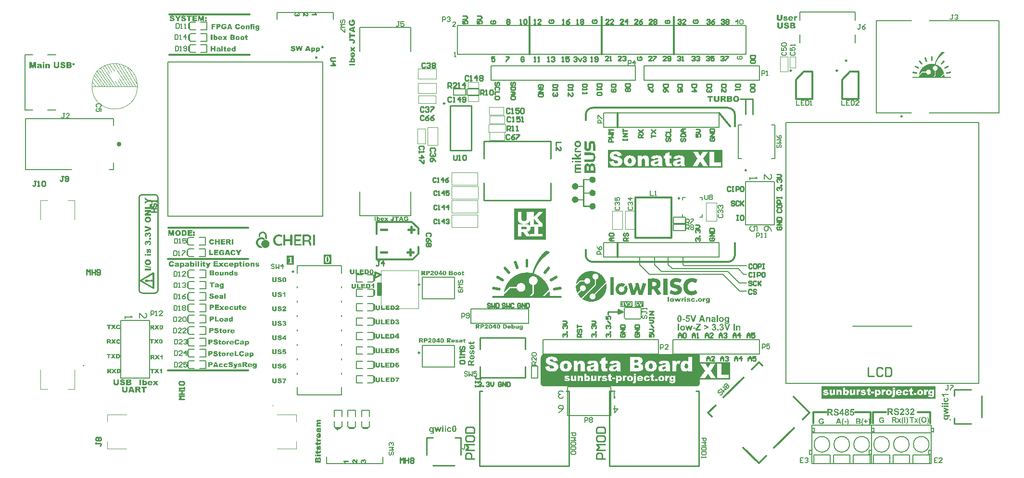
<source format=gto>
G04*
G04 #@! TF.GenerationSoftware,Altium Limited,Altium Designer,24.10.1 (45)*
G04*
G04 Layer_Color=65535*
%FSLAX44Y44*%
%MOMM*%
G71*
G04*
G04 #@! TF.SameCoordinates,27A3F056-0A2A-4086-B210-4B902CB04D7F*
G04*
G04*
G04 #@! TF.FilePolarity,Positive*
G04*
G01*
G75*
%ADD10C,0.2500*%
%ADD11C,0.2000*%
%ADD12C,0.4000*%
%ADD13C,0.2540*%
%ADD14C,0.1000*%
%ADD15C,0.3050*%
%ADD16C,0.3000*%
%ADD17C,0.1270*%
%ADD18C,0.2032*%
%ADD19C,0.3810*%
%ADD20R,3.9622X2.2606*%
%ADD21R,0.4826X5.1911*%
%ADD22R,1.0922X5.1911*%
%ADD23R,4.0640X2.2606*%
G36*
X1333841Y20917D02*
X1333982D01*
Y20846D01*
X1334124D01*
Y20776D01*
X1334265D01*
Y20705D01*
X1334336D01*
Y20634D01*
X1334407D01*
Y20563D01*
X1334478D01*
Y20493D01*
X1334548D01*
Y20351D01*
X1334619D01*
Y20210D01*
X1334690D01*
Y19785D01*
X1334761D01*
Y13913D01*
X1334690D01*
Y13842D01*
Y13489D01*
X1334619D01*
Y13347D01*
X1334548D01*
Y13276D01*
X1334478D01*
Y13135D01*
X1334407D01*
Y13064D01*
X1334336D01*
Y12993D01*
X1334265D01*
Y12923D01*
X1334124D01*
Y12852D01*
X1334053D01*
Y12781D01*
X1333841D01*
Y12710D01*
X1332921D01*
Y12781D01*
X1332780D01*
Y12852D01*
X1332638D01*
Y12923D01*
X1332497D01*
Y12993D01*
X1332426D01*
Y13064D01*
X1332355D01*
Y13135D01*
X1332284D01*
Y13276D01*
X1332214D01*
Y13347D01*
X1332143D01*
Y13559D01*
X1332072D01*
Y20210D01*
X1332143D01*
Y20351D01*
X1332214D01*
Y20493D01*
X1332284D01*
Y20563D01*
X1332355D01*
Y20634D01*
X1332426D01*
Y20705D01*
X1332497D01*
Y20776D01*
X1332638D01*
Y20846D01*
X1332780D01*
Y20917D01*
X1332921D01*
Y20988D01*
X1333841D01*
Y20917D01*
D02*
G37*
G36*
X1322380Y19007D02*
X1322592D01*
Y18936D01*
X1322733D01*
Y18865D01*
X1322875D01*
Y18795D01*
X1322946D01*
Y18724D01*
X1323017D01*
Y18653D01*
X1323087D01*
Y18582D01*
X1323158D01*
Y18512D01*
X1323229D01*
Y18370D01*
X1323300D01*
Y18229D01*
X1323370D01*
Y18016D01*
X1323441D01*
Y17804D01*
X1323512D01*
Y17663D01*
X1323582D01*
Y17450D01*
X1323653D01*
Y17238D01*
X1323724D01*
Y17026D01*
X1323795D01*
Y16814D01*
X1323866D01*
Y16672D01*
X1323936D01*
Y16460D01*
X1324007D01*
Y16248D01*
X1324078D01*
Y16035D01*
X1324149D01*
Y15823D01*
X1324219D01*
Y15682D01*
X1324290D01*
Y15469D01*
X1324361D01*
Y15257D01*
X1324431D01*
Y15045D01*
X1324502D01*
Y14833D01*
X1324573D01*
Y14691D01*
X1324644D01*
Y14479D01*
X1324715D01*
Y14267D01*
X1324785D01*
Y14055D01*
X1324856D01*
Y13913D01*
X1324927D01*
Y13701D01*
X1324998D01*
Y13489D01*
X1325068D01*
Y13418D01*
Y13347D01*
Y13276D01*
X1325139D01*
Y13064D01*
X1325210D01*
Y12923D01*
X1325280D01*
Y12640D01*
X1325351D01*
Y11932D01*
X1325280D01*
Y11791D01*
X1325210D01*
Y11649D01*
X1325139D01*
Y11578D01*
X1325068D01*
Y11508D01*
X1324998D01*
Y11437D01*
X1324927D01*
Y11366D01*
X1324856D01*
Y11295D01*
X1324785D01*
Y11225D01*
X1324644D01*
Y11154D01*
X1324502D01*
Y11083D01*
X1324290D01*
Y11012D01*
X1323653D01*
Y11083D01*
X1323441D01*
Y11154D01*
X1323300D01*
Y11225D01*
X1323229D01*
Y11295D01*
X1323087D01*
Y11366D01*
X1323017D01*
Y11508D01*
X1322946D01*
Y11578D01*
X1322875D01*
Y11720D01*
X1322804D01*
Y11861D01*
X1322733D01*
Y12074D01*
X1322663D01*
Y12215D01*
X1322592D01*
Y12427D01*
X1322521D01*
Y12640D01*
X1322451D01*
Y12852D01*
X1322380D01*
Y13064D01*
X1322309D01*
Y13206D01*
X1322238D01*
Y13418D01*
X1322168D01*
Y13630D01*
X1322097D01*
Y13772D01*
X1322026D01*
Y13984D01*
X1321955D01*
Y14196D01*
X1321885D01*
Y14408D01*
X1321814D01*
Y14620D01*
X1321743D01*
Y14762D01*
X1321672D01*
Y14974D01*
X1321602D01*
Y15116D01*
X1321531D01*
Y15328D01*
X1321460D01*
Y15540D01*
X1321389D01*
Y15753D01*
X1321319D01*
Y15965D01*
X1321248D01*
Y16106D01*
X1321177D01*
Y16319D01*
X1321106D01*
Y16460D01*
X1321036D01*
Y16672D01*
X1320965D01*
Y16884D01*
X1320894D01*
Y17097D01*
X1320823D01*
Y17309D01*
X1320753D01*
Y17592D01*
X1320682D01*
Y17875D01*
X1320753D01*
Y18158D01*
X1320823D01*
Y18370D01*
X1320894D01*
Y18441D01*
X1320965D01*
Y18512D01*
X1321036D01*
Y18582D01*
X1321106D01*
Y18653D01*
X1321177D01*
Y18724D01*
X1321248D01*
Y18795D01*
X1321319D01*
Y18865D01*
X1321460D01*
Y18936D01*
X1321672D01*
Y19007D01*
X1321885D01*
Y19078D01*
X1322380D01*
Y19007D01*
D02*
G37*
G36*
X1353084Y28770D02*
X1353579D01*
Y28699D01*
X1353792D01*
Y28628D01*
X1354004D01*
Y28558D01*
X1354216D01*
Y28487D01*
X1354358D01*
Y28416D01*
X1354499D01*
Y28345D01*
X1354641D01*
Y28275D01*
X1354782D01*
Y28204D01*
X1354924D01*
Y28133D01*
X1354994D01*
Y28063D01*
X1355065D01*
Y27992D01*
X1355206D01*
Y27921D01*
X1355277D01*
Y27850D01*
X1355348D01*
Y27780D01*
X1355490D01*
Y27709D01*
X1355560D01*
Y27638D01*
X1355631D01*
Y27567D01*
X1355702D01*
Y27497D01*
X1355773D01*
Y27426D01*
X1355843D01*
Y27284D01*
X1355914D01*
Y27214D01*
X1355985D01*
Y27143D01*
X1355843D01*
Y27072D01*
X1355773D01*
Y27001D01*
X1355702D01*
Y26931D01*
X1355631D01*
Y26860D01*
X1355490D01*
Y26789D01*
X1355419D01*
Y26718D01*
X1355277D01*
Y26648D01*
X1355206D01*
Y26577D01*
X1355136D01*
Y26506D01*
X1354994D01*
Y26435D01*
X1354924D01*
Y26365D01*
X1354853D01*
Y26294D01*
X1354711D01*
Y26223D01*
X1354641D01*
Y26152D01*
X1354499D01*
Y26082D01*
X1354428D01*
Y26011D01*
X1354358D01*
Y25940D01*
X1354216D01*
Y25869D01*
X1354145D01*
Y25799D01*
X1354075D01*
Y25728D01*
X1354004D01*
Y25657D01*
X1353862D01*
Y25586D01*
X1353792D01*
Y25516D01*
X1353721D01*
Y25445D01*
X1353579D01*
Y25374D01*
X1353509D01*
Y25303D01*
X1353438D01*
Y25233D01*
X1353367D01*
Y25162D01*
X1353226D01*
Y25091D01*
X1353155D01*
Y25020D01*
X1353084D01*
Y24950D01*
X1353013D01*
Y24879D01*
X1352872D01*
Y24808D01*
X1352801D01*
Y24737D01*
X1352730D01*
Y24667D01*
X1352660D01*
Y24596D01*
X1352518D01*
Y24525D01*
X1352447D01*
Y24454D01*
X1352377D01*
Y24384D01*
X1352306D01*
Y24313D01*
X1352235D01*
Y24242D01*
X1352094D01*
Y24171D01*
X1352023D01*
Y24101D01*
X1351952D01*
Y24030D01*
X1351881D01*
Y23959D01*
X1351811D01*
Y23888D01*
X1351669D01*
Y23818D01*
X1351598D01*
Y23747D01*
X1351528D01*
Y23676D01*
X1351457D01*
Y23605D01*
X1351386D01*
Y23535D01*
X1351315D01*
Y23464D01*
X1351245D01*
Y23393D01*
X1351103D01*
Y23323D01*
X1351033D01*
Y23252D01*
X1350962D01*
Y23181D01*
X1350891D01*
Y23110D01*
X1350820D01*
Y23040D01*
X1350750D01*
Y22969D01*
X1350679D01*
Y22898D01*
X1350608D01*
Y22827D01*
X1350537D01*
Y22757D01*
X1350396D01*
Y22686D01*
X1350325D01*
Y22615D01*
X1350254D01*
Y22544D01*
X1350184D01*
Y22473D01*
X1350113D01*
Y22403D01*
X1350042D01*
Y22332D01*
X1349971D01*
Y22261D01*
X1349901D01*
Y22190D01*
X1349830D01*
Y22120D01*
X1349759D01*
Y22049D01*
X1349688D01*
Y21978D01*
X1349617D01*
Y21907D01*
X1349547D01*
Y21837D01*
X1349476D01*
Y21766D01*
X1349405D01*
Y21695D01*
X1349264D01*
Y21554D01*
X1349122D01*
Y21483D01*
X1349052D01*
Y21342D01*
X1348910D01*
Y21200D01*
X1348768D01*
Y21129D01*
X1348698D01*
Y20988D01*
X1348627D01*
Y20917D01*
X1348556D01*
Y20846D01*
X1348486D01*
Y20776D01*
X1348415D01*
Y20705D01*
X1348344D01*
Y20634D01*
X1348273D01*
Y20563D01*
X1348203D01*
Y20493D01*
X1348132D01*
Y20422D01*
X1348061D01*
Y20351D01*
X1347990D01*
Y20280D01*
X1347920D01*
Y20210D01*
X1347849D01*
Y20139D01*
X1347778D01*
Y20068D01*
X1347707D01*
Y19997D01*
X1347637D01*
Y19927D01*
X1347566D01*
Y19785D01*
X1347495D01*
Y19714D01*
X1347424D01*
Y19644D01*
X1347354D01*
Y19573D01*
X1347283D01*
Y19502D01*
X1347212D01*
Y19431D01*
X1347141D01*
Y19290D01*
X1347071D01*
Y19219D01*
X1347000D01*
Y19148D01*
X1346929D01*
Y19078D01*
X1346858D01*
Y19007D01*
X1346788D01*
Y18936D01*
X1346717D01*
Y18795D01*
X1346646D01*
Y18724D01*
X1346575D01*
Y18653D01*
X1346505D01*
Y18582D01*
X1346434D01*
Y18441D01*
X1346363D01*
Y18370D01*
X1346292D01*
Y18299D01*
X1346222D01*
Y18229D01*
X1346151D01*
Y18158D01*
X1346080D01*
Y18016D01*
X1346009D01*
Y17946D01*
X1345939D01*
Y17875D01*
X1345868D01*
Y17804D01*
X1345797D01*
Y17663D01*
X1345726D01*
Y17592D01*
X1345656D01*
Y17521D01*
X1345585D01*
Y17380D01*
X1345514D01*
Y17309D01*
X1345443D01*
Y17168D01*
X1345373D01*
Y17097D01*
X1345302D01*
Y17026D01*
X1345231D01*
Y16884D01*
X1345160D01*
Y16814D01*
X1345090D01*
Y16743D01*
X1345019D01*
Y16602D01*
X1344948D01*
Y16531D01*
X1344877D01*
Y16389D01*
X1344807D01*
Y16319D01*
X1344736D01*
Y16177D01*
X1344665D01*
Y16106D01*
X1344594D01*
Y15965D01*
X1344524D01*
Y15894D01*
X1344453D01*
Y15753D01*
X1344382D01*
Y15682D01*
X1344312D01*
Y15540D01*
X1344241D01*
Y15469D01*
X1344170D01*
Y15328D01*
X1344099D01*
Y15257D01*
X1344028D01*
Y15116D01*
X1343958D01*
Y14974D01*
X1343887D01*
Y14904D01*
X1343816D01*
Y14762D01*
X1343746D01*
Y14620D01*
X1343675D01*
Y14550D01*
X1343604D01*
Y14408D01*
X1343533D01*
Y14267D01*
X1343463D01*
Y14196D01*
X1343392D01*
Y14055D01*
X1343321D01*
Y13913D01*
X1343250D01*
Y13772D01*
X1343179D01*
Y13630D01*
X1343109D01*
Y13559D01*
X1343038D01*
Y13418D01*
X1342967D01*
Y13276D01*
X1342897D01*
Y13135D01*
X1342826D01*
Y12993D01*
X1342755D01*
Y12852D01*
X1342684D01*
Y12710D01*
X1342614D01*
Y12569D01*
X1342543D01*
Y12427D01*
X1342472D01*
Y12286D01*
X1342401D01*
Y12144D01*
X1342330D01*
Y12003D01*
X1342260D01*
Y11861D01*
X1342189D01*
Y11649D01*
X1342118D01*
Y11508D01*
X1342048D01*
Y11366D01*
X1341977D01*
Y11225D01*
X1341906D01*
Y11012D01*
X1341835D01*
Y10871D01*
X1341765D01*
Y10659D01*
X1341694D01*
Y10517D01*
X1341623D01*
Y10305D01*
X1341552D01*
Y10164D01*
X1341482D01*
Y9951D01*
X1341411D01*
Y9810D01*
X1341340D01*
Y9597D01*
X1341269D01*
Y9385D01*
X1341199D01*
Y9244D01*
X1341128D01*
Y9032D01*
X1341057D01*
Y8819D01*
X1340986D01*
Y8607D01*
X1340916D01*
Y8395D01*
X1340845D01*
Y8183D01*
X1340774D01*
Y7900D01*
X1340703D01*
Y7687D01*
X1340633D01*
Y7475D01*
X1340562D01*
Y7192D01*
X1340491D01*
Y6980D01*
X1340420D01*
Y6697D01*
X1340350D01*
Y6555D01*
X1340420D01*
Y6485D01*
X1340633D01*
Y6414D01*
X1340845D01*
Y6343D01*
X1341057D01*
Y6272D01*
X1341199D01*
Y6202D01*
X1341411D01*
Y6131D01*
X1341552D01*
Y6060D01*
X1341765D01*
Y5989D01*
X1341906D01*
Y5919D01*
X1342118D01*
Y5848D01*
X1342260D01*
Y5777D01*
X1342401D01*
Y5706D01*
X1342614D01*
Y5636D01*
X1342755D01*
Y5565D01*
X1342897D01*
Y5494D01*
X1343038D01*
Y5423D01*
X1343179D01*
Y5353D01*
X1343321D01*
Y5282D01*
X1343463D01*
Y5211D01*
X1343604D01*
Y5140D01*
X1343746D01*
Y5070D01*
X1343887D01*
Y4999D01*
X1344028D01*
Y4928D01*
X1344170D01*
Y4857D01*
X1344241D01*
Y4787D01*
X1344382D01*
Y4716D01*
X1344524D01*
Y4645D01*
X1344665D01*
Y4574D01*
X1344736D01*
Y4504D01*
X1344877D01*
Y4433D01*
X1345019D01*
Y4362D01*
X1345090D01*
Y4291D01*
X1345231D01*
Y4221D01*
X1345302D01*
Y4150D01*
X1345443D01*
Y4079D01*
X1345585D01*
Y4008D01*
X1345656D01*
Y3938D01*
X1345797D01*
Y3867D01*
X1345868D01*
Y3796D01*
X1346009D01*
Y3726D01*
X1346080D01*
Y3655D01*
X1346222D01*
Y3584D01*
X1346292D01*
Y3513D01*
X1346434D01*
Y3442D01*
X1346505D01*
Y3372D01*
X1346575D01*
Y3301D01*
X1346717D01*
Y3230D01*
X1346788D01*
Y3160D01*
X1346858D01*
Y3089D01*
X1347000D01*
Y3018D01*
X1347071D01*
Y2947D01*
X1347141D01*
Y2876D01*
X1347212D01*
Y2806D01*
X1347354D01*
Y2735D01*
X1347424D01*
Y2664D01*
X1347495D01*
Y2594D01*
X1347566D01*
Y2523D01*
X1347707D01*
Y2452D01*
X1347778D01*
Y2381D01*
X1347849D01*
Y2310D01*
X1347920D01*
Y2240D01*
X1347990D01*
Y2169D01*
X1348061D01*
Y2098D01*
X1348203D01*
Y2027D01*
X1348273D01*
Y1957D01*
X1348344D01*
Y1886D01*
X1348415D01*
Y1815D01*
X1348486D01*
Y1744D01*
X1348556D01*
Y1674D01*
X1348627D01*
Y1603D01*
X1348698D01*
Y1532D01*
X1348839D01*
Y1462D01*
X1348910D01*
Y1391D01*
X1348981D01*
Y1320D01*
X1349052D01*
Y1249D01*
X1349122D01*
Y1179D01*
X1349193D01*
Y1108D01*
X1349264D01*
Y1037D01*
X1349335D01*
Y966D01*
X1349405D01*
Y896D01*
X1349476D01*
Y825D01*
X1349547D01*
Y754D01*
X1349617D01*
Y683D01*
X1349688D01*
Y613D01*
X1349759D01*
Y471D01*
X1349830D01*
Y400D01*
X1349901D01*
Y330D01*
X1349971D01*
Y259D01*
X1350042D01*
Y188D01*
X1350113D01*
Y117D01*
X1350184D01*
Y47D01*
X1350254D01*
Y-24D01*
X1350325D01*
Y-166D01*
X1350396D01*
Y-236D01*
X1350466D01*
Y-307D01*
X1350537D01*
Y-378D01*
X1350608D01*
Y-449D01*
X1350679D01*
Y-519D01*
X1350750D01*
Y-661D01*
X1350820D01*
Y-732D01*
X1350891D01*
Y-802D01*
X1350962D01*
Y-873D01*
X1351033D01*
Y-1015D01*
X1351103D01*
Y-1085D01*
X1351174D01*
Y-1156D01*
X1351245D01*
Y-1298D01*
X1351315D01*
Y-1368D01*
X1351386D01*
Y-1439D01*
X1351457D01*
Y-1581D01*
X1351528D01*
Y-1651D01*
X1351598D01*
Y-1722D01*
X1351669D01*
Y-1864D01*
X1351740D01*
Y-1934D01*
X1351811D01*
Y-2076D01*
X1351881D01*
Y-2147D01*
X1351952D01*
Y-2217D01*
X1352023D01*
Y-2359D01*
X1352094D01*
Y-2500D01*
X1352164D01*
Y-2571D01*
X1352235D01*
Y-2713D01*
X1352306D01*
Y-2783D01*
X1352377D01*
Y-2925D01*
X1352447D01*
Y-2995D01*
X1352518D01*
Y-3137D01*
X1352589D01*
Y-3279D01*
X1352660D01*
Y-3349D01*
X1352730D01*
Y-3491D01*
X1352801D01*
Y-3632D01*
X1352872D01*
Y-3774D01*
X1352943D01*
Y-3844D01*
X1353013D01*
Y-3986D01*
X1353084D01*
Y-4128D01*
X1353155D01*
Y-4269D01*
X1353226D01*
Y-4410D01*
X1353296D01*
Y-4481D01*
X1353367D01*
Y-4623D01*
X1353438D01*
Y-4764D01*
X1353509D01*
Y-4906D01*
X1353579D01*
Y-5047D01*
X1353650D01*
Y-5189D01*
X1353721D01*
Y-5330D01*
X1353792D01*
Y-5542D01*
X1353862D01*
Y-5684D01*
X1353933D01*
Y-5825D01*
X1354004D01*
Y-5967D01*
X1354075D01*
Y-6179D01*
X1354145D01*
Y-6321D01*
X1354216D01*
Y-6462D01*
X1354287D01*
Y-6674D01*
X1354358D01*
Y-6816D01*
X1354428D01*
Y-7028D01*
X1354499D01*
Y-7240D01*
X1354570D01*
Y-7453D01*
X1354641D01*
Y-7665D01*
X1354711D01*
Y-7877D01*
X1354782D01*
Y-8089D01*
X1354853D01*
Y-8302D01*
X1354924D01*
Y-8585D01*
X1354994D01*
Y-8867D01*
X1355065D01*
Y-8938D01*
X1354994D01*
Y-9080D01*
X1354924D01*
Y-9151D01*
X1354853D01*
Y-9221D01*
X1354782D01*
Y-9292D01*
X1354641D01*
Y-9434D01*
X1354499D01*
Y-9575D01*
X1354428D01*
Y-9646D01*
X1354358D01*
Y-9717D01*
X1354287D01*
Y-9787D01*
X1354145D01*
Y-9929D01*
X1354075D01*
Y-9999D01*
X1354004D01*
Y-10070D01*
X1353933D01*
Y-10141D01*
X1353792D01*
Y-10282D01*
X1353721D01*
Y-10353D01*
X1353650D01*
Y-10424D01*
X1353579D01*
Y-10495D01*
X1353438D01*
Y-10636D01*
X1353367D01*
Y-10707D01*
X1353296D01*
Y-10778D01*
X1353226D01*
Y-10848D01*
X1353155D01*
Y-10919D01*
X1353084D01*
Y-10990D01*
X1353013D01*
Y-11061D01*
X1352943D01*
Y-11131D01*
X1352872D01*
Y-11202D01*
X1352801D01*
Y-11273D01*
X1352730D01*
Y-11344D01*
X1352589D01*
Y-11485D01*
X1352518D01*
Y-11556D01*
X1352447D01*
Y-11627D01*
X1352377D01*
Y-11697D01*
X1352235D01*
Y-11839D01*
X1352164D01*
Y-11910D01*
X1352094D01*
Y-11980D01*
X1352023D01*
Y-12051D01*
X1351952D01*
Y-12122D01*
X1351881D01*
Y-12193D01*
X1351811D01*
Y-12263D01*
X1351740D01*
Y-12334D01*
X1351669D01*
Y-12405D01*
X1351598D01*
Y-12476D01*
X1351528D01*
Y-12546D01*
X1351457D01*
Y-12617D01*
X1351386D01*
Y-12688D01*
X1351315D01*
Y-12759D01*
X1351245D01*
Y-12829D01*
X1351174D01*
Y-12900D01*
X1351103D01*
Y-12971D01*
X1351033D01*
Y-13042D01*
X1350962D01*
Y-13112D01*
X1350891D01*
Y-13183D01*
X1350820D01*
Y-13254D01*
X1350750D01*
Y-13325D01*
X1350679D01*
Y-13395D01*
X1350608D01*
Y-13466D01*
X1350537D01*
Y-13537D01*
X1350466D01*
Y-13608D01*
X1350396D01*
Y-13678D01*
X1350325D01*
Y-13749D01*
X1350254D01*
Y-13820D01*
X1350184D01*
Y-13891D01*
X1350113D01*
Y-13961D01*
X1350042D01*
Y-14032D01*
X1349971D01*
Y-14103D01*
X1349901D01*
Y-14174D01*
X1349830D01*
Y-14244D01*
X1349759D01*
Y-14315D01*
X1349688D01*
Y-14386D01*
X1349617D01*
Y-14457D01*
X1349547D01*
Y-14527D01*
X1349476D01*
Y-14598D01*
X1349405D01*
Y-14669D01*
X1349335D01*
Y-14740D01*
X1349264D01*
Y-14810D01*
X1349193D01*
Y-14881D01*
X1349122D01*
Y-14952D01*
X1349052D01*
Y-15023D01*
X1348981D01*
Y-15093D01*
X1348910D01*
Y-15164D01*
X1350891D01*
Y-15093D01*
X1350962D01*
Y-15023D01*
X1351033D01*
Y-14952D01*
X1351103D01*
Y-14881D01*
X1351174D01*
Y-14810D01*
X1351245D01*
Y-14740D01*
X1351315D01*
Y-14669D01*
X1351386D01*
Y-14598D01*
X1351457D01*
Y-14527D01*
X1351528D01*
Y-14457D01*
X1351598D01*
Y-14386D01*
X1351669D01*
Y-14315D01*
X1351740D01*
Y-14244D01*
X1351811D01*
Y-14174D01*
X1351881D01*
Y-14103D01*
X1351952D01*
Y-14032D01*
X1352023D01*
Y-13961D01*
X1352094D01*
Y-13891D01*
X1352164D01*
Y-13820D01*
X1352235D01*
Y-13749D01*
X1352306D01*
Y-13678D01*
X1352377D01*
Y-13608D01*
X1352447D01*
Y-13537D01*
X1352518D01*
Y-13466D01*
X1352589D01*
Y-13395D01*
X1352660D01*
Y-13325D01*
X1352730D01*
Y-13254D01*
X1352801D01*
Y-13183D01*
X1352872D01*
Y-13112D01*
X1352943D01*
Y-13042D01*
X1353013D01*
Y-12971D01*
X1353084D01*
Y-12900D01*
X1353155D01*
Y-12829D01*
X1353226D01*
Y-12759D01*
X1353296D01*
Y-12688D01*
X1353367D01*
Y-12617D01*
X1353438D01*
Y-12546D01*
X1353509D01*
Y-12476D01*
X1353579D01*
Y-12405D01*
X1353650D01*
Y-12334D01*
X1353721D01*
Y-12263D01*
X1353792D01*
Y-12193D01*
X1353862D01*
Y-12122D01*
X1353933D01*
Y-12051D01*
X1354004D01*
Y-11980D01*
X1354075D01*
Y-11910D01*
X1354145D01*
Y-11839D01*
X1354216D01*
Y-11768D01*
X1354287D01*
Y-11697D01*
X1354358D01*
Y-11627D01*
X1354428D01*
Y-11556D01*
X1354499D01*
Y-11485D01*
X1354570D01*
Y-11415D01*
X1354641D01*
Y-11344D01*
X1354711D01*
Y-11273D01*
X1354782D01*
Y-11202D01*
X1354853D01*
Y-11131D01*
X1354924D01*
Y-11061D01*
X1354994D01*
Y-10990D01*
X1355065D01*
Y-10919D01*
X1355136D01*
Y-10848D01*
X1355206D01*
Y-10778D01*
X1355277D01*
Y-10707D01*
X1355348D01*
Y-10636D01*
X1355490D01*
Y-11061D01*
X1355560D01*
Y-11415D01*
X1355631D01*
Y-11910D01*
X1355702D01*
Y-12546D01*
X1355773D01*
Y-13254D01*
X1355843D01*
Y-15164D01*
X1366597D01*
Y-15235D01*
X1366809D01*
Y-15306D01*
X1366880D01*
Y-15376D01*
X1366951D01*
Y-15447D01*
X1367021D01*
Y-15518D01*
X1367092D01*
Y-15589D01*
X1367163D01*
Y-15801D01*
X1367234D01*
Y-16296D01*
X1367163D01*
Y-16508D01*
X1367092D01*
Y-16579D01*
X1367021D01*
Y-16650D01*
X1366951D01*
Y-16720D01*
X1366880D01*
Y-16791D01*
X1366809D01*
Y-16862D01*
X1366668D01*
Y-16933D01*
X1300094D01*
Y-16862D01*
X1299953D01*
Y-16791D01*
X1299811D01*
Y-16720D01*
X1299741D01*
Y-16650D01*
X1299670D01*
Y-16508D01*
X1299599D01*
Y-16437D01*
X1299528D01*
Y-16084D01*
X1299458D01*
Y-15942D01*
X1299528D01*
Y-15659D01*
X1299599D01*
Y-15589D01*
X1299670D01*
Y-15447D01*
X1299741D01*
Y-15376D01*
X1299811D01*
Y-15306D01*
X1299953D01*
Y-15235D01*
X1300094D01*
Y-15164D01*
X1310848D01*
Y-14598D01*
X1310919D01*
Y-14032D01*
X1310990D01*
Y-13891D01*
X1311060D01*
Y-13820D01*
X1311131D01*
Y-13749D01*
X1311202D01*
Y-13678D01*
X1311272D01*
Y-13608D01*
X1311343D01*
Y-13537D01*
X1311414D01*
Y-13466D01*
X1311485D01*
Y-13395D01*
X1311555D01*
Y-13325D01*
X1311626D01*
Y-13254D01*
X1311697D01*
Y-13183D01*
X1311768D01*
Y-13112D01*
X1311838D01*
Y-13042D01*
X1311909D01*
Y-12971D01*
X1311980D01*
Y-12900D01*
X1312051D01*
Y-12829D01*
X1312121D01*
Y-12759D01*
X1312192D01*
Y-12688D01*
X1312263D01*
Y-12617D01*
X1312334D01*
Y-12546D01*
X1312404D01*
Y-12476D01*
X1312475D01*
Y-12405D01*
X1312546D01*
Y-12334D01*
X1312617D01*
Y-12263D01*
X1312687D01*
Y-12193D01*
X1312758D01*
Y-12122D01*
X1312829D01*
Y-12051D01*
X1312900D01*
Y-11980D01*
X1312970D01*
Y-11910D01*
X1313041D01*
Y-11839D01*
X1313112D01*
Y-11768D01*
X1313183D01*
Y-11697D01*
X1313253D01*
Y-11627D01*
X1313324D01*
Y-11556D01*
X1313395D01*
Y-11485D01*
X1313466D01*
Y-11415D01*
X1313536D01*
Y-11344D01*
X1313607D01*
Y-11273D01*
X1313678D01*
Y-11202D01*
X1313749D01*
Y-11131D01*
X1313819D01*
Y-11061D01*
X1313890D01*
Y-10990D01*
X1313961D01*
Y-10919D01*
X1314032D01*
Y-10848D01*
X1314102D01*
Y-10778D01*
X1314173D01*
Y-10707D01*
X1314244D01*
Y-10636D01*
X1314315D01*
Y-10566D01*
X1314385D01*
Y-10495D01*
X1314456D01*
Y-10424D01*
X1314527D01*
Y-10353D01*
X1314598D01*
Y-10282D01*
X1314668D01*
Y-10212D01*
X1314739D01*
Y-10141D01*
X1314810D01*
Y-10070D01*
X1314881D01*
Y-9999D01*
X1314951D01*
Y-9929D01*
X1315022D01*
Y-9858D01*
X1315093D01*
Y-9787D01*
X1315164D01*
Y-9717D01*
X1315234D01*
Y-9646D01*
X1315305D01*
Y-9575D01*
X1315376D01*
Y-9504D01*
X1315447D01*
Y-9434D01*
X1315517D01*
Y-9363D01*
X1315588D01*
Y-9292D01*
X1315659D01*
Y-9221D01*
X1315730D01*
Y-9151D01*
X1315800D01*
Y-9080D01*
X1315871D01*
Y-9009D01*
X1315942D01*
Y-8938D01*
X1316013D01*
Y-8867D01*
X1316083D01*
Y-8797D01*
X1316154D01*
Y-8726D01*
X1316225D01*
Y-8655D01*
X1316295D01*
Y-8585D01*
X1316366D01*
Y-8514D01*
X1316437D01*
Y-8443D01*
X1316508D01*
Y-8372D01*
X1316579D01*
Y-8302D01*
X1316649D01*
Y-8231D01*
X1316720D01*
Y-8160D01*
X1316791D01*
Y-8089D01*
X1316862D01*
Y-8019D01*
X1316932D01*
Y-7948D01*
X1317003D01*
Y-7877D01*
X1317074D01*
Y-7806D01*
X1317144D01*
Y-7736D01*
X1317286D01*
Y-7665D01*
X1317498D01*
Y-7594D01*
X1317923D01*
Y-7523D01*
X1323441D01*
Y-7736D01*
X1323512D01*
Y-7948D01*
X1323582D01*
Y-8089D01*
X1323653D01*
Y-8302D01*
X1323724D01*
Y-8514D01*
X1323795D01*
Y-8655D01*
X1323866D01*
Y-8797D01*
X1323936D01*
Y-8938D01*
X1324007D01*
Y-9080D01*
X1324078D01*
Y-9151D01*
X1324149D01*
Y-9292D01*
X1324219D01*
Y-9363D01*
X1324290D01*
Y-9504D01*
X1324361D01*
Y-9575D01*
X1324431D01*
Y-9646D01*
X1324502D01*
Y-9717D01*
X1324573D01*
Y-9787D01*
X1324644D01*
Y-9858D01*
X1324715D01*
Y-9929D01*
X1324785D01*
Y-9999D01*
X1324856D01*
Y-10070D01*
X1324927D01*
Y-10141D01*
X1324998D01*
Y-10212D01*
X1325068D01*
Y-10282D01*
X1325210D01*
Y-10353D01*
X1325280D01*
Y-10424D01*
X1325422D01*
Y-10495D01*
X1325563D01*
Y-10566D01*
X1325634D01*
Y-10636D01*
X1325776D01*
Y-10707D01*
X1325917D01*
Y-10778D01*
X1326129D01*
Y-10848D01*
X1326271D01*
Y-10919D01*
X1326483D01*
Y-10990D01*
X1326837D01*
Y-11061D01*
X1327191D01*
Y-11131D01*
X1328252D01*
Y-11061D01*
X1328606D01*
Y-10990D01*
X1328889D01*
Y-10919D01*
X1329171D01*
Y-10848D01*
X1329313D01*
Y-10778D01*
X1329454D01*
Y-10707D01*
X1329596D01*
Y-10636D01*
X1329738D01*
Y-10566D01*
X1329879D01*
Y-10495D01*
X1330020D01*
Y-10424D01*
X1330091D01*
Y-10353D01*
X1330233D01*
Y-10282D01*
X1330303D01*
Y-10212D01*
X1330374D01*
Y-10141D01*
X1330445D01*
Y-10070D01*
X1330587D01*
Y-9999D01*
X1330657D01*
Y-9929D01*
X1330728D01*
Y-9858D01*
X1330799D01*
Y-9787D01*
X1330869D01*
Y-9717D01*
X1330940D01*
Y-9575D01*
X1331011D01*
Y-9504D01*
X1331082D01*
Y-9434D01*
X1331152D01*
Y-9363D01*
X1331223D01*
Y-9221D01*
X1331294D01*
Y-9151D01*
X1331365D01*
Y-9009D01*
X1331436D01*
Y-8867D01*
X1331506D01*
Y-8726D01*
X1331577D01*
Y-8585D01*
X1331648D01*
Y-8443D01*
X1331718D01*
Y-8231D01*
X1331789D01*
Y-8019D01*
X1331860D01*
Y-7736D01*
X1331931D01*
Y-7240D01*
X1332001D01*
Y-6462D01*
X1331931D01*
Y-5896D01*
X1331860D01*
Y-5613D01*
X1331789D01*
Y-5401D01*
X1331718D01*
Y-5189D01*
X1331648D01*
Y-5047D01*
X1331577D01*
Y-4906D01*
X1331506D01*
Y-4764D01*
X1331436D01*
Y-4623D01*
X1331365D01*
Y-4481D01*
X1331294D01*
Y-4410D01*
X1331223D01*
Y-4269D01*
X1331152D01*
Y-4198D01*
X1331082D01*
Y-4128D01*
X1331011D01*
Y-3986D01*
X1330940D01*
Y-3915D01*
X1330869D01*
Y-3844D01*
X1330799D01*
Y-3774D01*
X1330728D01*
Y-3703D01*
X1330657D01*
Y-3632D01*
X1330587D01*
Y-3562D01*
X1330516D01*
Y-3491D01*
X1330374D01*
Y-3420D01*
X1330303D01*
Y-3349D01*
X1330233D01*
Y-3279D01*
X1330091D01*
Y-3208D01*
X1329950D01*
Y-3137D01*
X1329879D01*
Y-3066D01*
X1329738D01*
Y-2995D01*
X1329596D01*
Y-2925D01*
X1329384D01*
Y-2854D01*
X1329242D01*
Y-2783D01*
X1329030D01*
Y-2713D01*
X1328747D01*
Y-2642D01*
X1328393D01*
Y-2571D01*
X1327049D01*
Y-2642D01*
X1326695D01*
Y-2713D01*
X1326412D01*
Y-2783D01*
X1326200D01*
Y-2854D01*
X1326059D01*
Y-2925D01*
X1325846D01*
Y-2995D01*
X1325705D01*
Y-3066D01*
X1325634D01*
Y-3137D01*
X1325493D01*
Y-3208D01*
X1325351D01*
Y-3279D01*
X1325280D01*
Y-3349D01*
X1325139D01*
Y-3420D01*
X1325068D01*
Y-3491D01*
X1324998D01*
Y-3562D01*
X1324927D01*
Y-3632D01*
X1324856D01*
Y-3703D01*
X1324715D01*
Y-3774D01*
X1324644D01*
Y-3844D01*
X1324573D01*
Y-3915D01*
X1324502D01*
Y-4057D01*
X1324431D01*
Y-4128D01*
X1324361D01*
Y-4198D01*
X1324290D01*
Y-4340D01*
X1324219D01*
Y-4410D01*
X1324149D01*
Y-4481D01*
X1324078D01*
Y-4623D01*
X1324007D01*
Y-4764D01*
X1323936D01*
Y-4906D01*
X1323866D01*
Y-5047D01*
X1323795D01*
Y-5189D01*
X1323724D01*
Y-5330D01*
X1323653D01*
Y-5542D01*
X1323582D01*
Y-5755D01*
X1323512D01*
Y-5967D01*
X1323441D01*
Y-6108D01*
X1317286D01*
Y-6179D01*
X1317003D01*
Y-6250D01*
X1316791D01*
Y-6321D01*
X1316649D01*
Y-6391D01*
X1316508D01*
Y-6462D01*
X1316437D01*
Y-6533D01*
X1316366D01*
Y-6604D01*
X1316225D01*
Y-6674D01*
X1316154D01*
Y-6745D01*
X1316083D01*
Y-6816D01*
X1316013D01*
Y-6887D01*
X1315942D01*
Y-6957D01*
X1315871D01*
Y-7028D01*
X1315800D01*
Y-7099D01*
X1315730D01*
Y-7170D01*
X1315659D01*
Y-7240D01*
X1315588D01*
Y-7311D01*
X1315517D01*
Y-7382D01*
X1315447D01*
Y-7453D01*
X1315376D01*
Y-7523D01*
X1315305D01*
Y-7594D01*
X1315234D01*
Y-7665D01*
X1315164D01*
Y-7736D01*
X1315093D01*
Y-7806D01*
X1315022D01*
Y-7877D01*
X1314951D01*
Y-7948D01*
X1314881D01*
Y-8019D01*
X1314810D01*
Y-8089D01*
X1314739D01*
Y-8160D01*
X1314668D01*
Y-8231D01*
X1314598D01*
Y-8302D01*
X1314527D01*
Y-8372D01*
X1314456D01*
Y-8443D01*
X1314385D01*
Y-8514D01*
X1314315D01*
Y-8585D01*
X1314244D01*
Y-8655D01*
X1314173D01*
Y-8726D01*
X1314102D01*
Y-8797D01*
X1314032D01*
Y-8867D01*
X1313961D01*
Y-8938D01*
X1313890D01*
Y-9009D01*
X1313819D01*
Y-9080D01*
X1313749D01*
Y-9151D01*
X1313678D01*
Y-9221D01*
X1313607D01*
Y-9292D01*
X1313536D01*
Y-9363D01*
X1313466D01*
Y-9434D01*
X1313395D01*
Y-9504D01*
X1313324D01*
Y-9575D01*
X1313253D01*
Y-9646D01*
X1313183D01*
Y-9717D01*
X1313112D01*
Y-9787D01*
X1313041D01*
Y-9858D01*
X1312970D01*
Y-9929D01*
X1312900D01*
Y-9999D01*
X1312829D01*
Y-10070D01*
X1312758D01*
Y-10141D01*
X1312687D01*
Y-10212D01*
X1312617D01*
Y-10282D01*
X1312546D01*
Y-10353D01*
X1312475D01*
Y-10424D01*
X1312404D01*
Y-10495D01*
X1312334D01*
Y-10566D01*
X1312263D01*
Y-10636D01*
X1312192D01*
Y-10707D01*
X1312121D01*
Y-10778D01*
X1312051D01*
Y-10848D01*
X1311980D01*
Y-10919D01*
X1311909D01*
Y-10990D01*
X1311838D01*
Y-11061D01*
X1311768D01*
Y-11131D01*
X1311697D01*
Y-11202D01*
X1311626D01*
Y-11273D01*
X1311555D01*
Y-11344D01*
X1311485D01*
Y-11415D01*
X1311414D01*
Y-11485D01*
X1311343D01*
Y-11556D01*
X1311272D01*
Y-11627D01*
X1311202D01*
Y-11697D01*
X1311131D01*
Y-11556D01*
X1311202D01*
Y-10990D01*
X1311272D01*
Y-10424D01*
X1311343D01*
Y-10141D01*
X1311414D01*
Y-9787D01*
X1311485D01*
Y-9504D01*
X1311555D01*
Y-9221D01*
X1311626D01*
Y-8938D01*
X1311697D01*
Y-8726D01*
X1311768D01*
Y-8514D01*
X1311838D01*
Y-8231D01*
X1311909D01*
Y-8019D01*
X1311980D01*
Y-7806D01*
X1312051D01*
Y-7594D01*
X1312121D01*
Y-7382D01*
X1312192D01*
Y-7170D01*
X1312263D01*
Y-7028D01*
X1312334D01*
Y-6816D01*
X1312404D01*
Y-6674D01*
X1312475D01*
Y-6462D01*
X1312546D01*
Y-6321D01*
X1312617D01*
Y-6108D01*
X1312687D01*
Y-5967D01*
X1312758D01*
Y-5825D01*
X1312829D01*
Y-5613D01*
X1312900D01*
Y-5472D01*
X1312970D01*
Y-5330D01*
X1313041D01*
Y-5189D01*
X1313112D01*
Y-5047D01*
X1313183D01*
Y-4906D01*
X1313253D01*
Y-4764D01*
X1313324D01*
Y-4623D01*
X1313395D01*
Y-4481D01*
X1313466D01*
Y-4340D01*
X1313536D01*
Y-4198D01*
X1313607D01*
Y-4057D01*
X1313678D01*
Y-3915D01*
X1313749D01*
Y-3774D01*
X1313819D01*
Y-3703D01*
X1313890D01*
Y-3562D01*
X1313961D01*
Y-3420D01*
X1314032D01*
Y-3279D01*
X1314102D01*
Y-3208D01*
X1314173D01*
Y-3066D01*
X1314244D01*
Y-2995D01*
X1314315D01*
Y-2854D01*
X1314385D01*
Y-2713D01*
X1314456D01*
Y-2642D01*
X1314527D01*
Y-2500D01*
X1314598D01*
Y-2430D01*
X1314668D01*
Y-2288D01*
X1314739D01*
Y-2217D01*
X1314810D01*
Y-2076D01*
X1314881D01*
Y-2005D01*
X1314951D01*
Y-1864D01*
X1315022D01*
Y-1793D01*
X1315093D01*
Y-1722D01*
X1315164D01*
Y-1581D01*
X1315234D01*
Y-1510D01*
X1315305D01*
Y-1439D01*
X1315376D01*
Y-1298D01*
X1315447D01*
Y-1227D01*
X1315517D01*
Y-1156D01*
X1315588D01*
Y-1015D01*
X1315659D01*
Y-944D01*
X1315730D01*
Y-873D01*
X1315800D01*
Y-802D01*
X1315871D01*
Y-661D01*
X1315942D01*
Y-590D01*
X1316013D01*
Y-519D01*
X1316083D01*
Y-449D01*
X1316154D01*
Y-307D01*
X1316225D01*
Y-236D01*
X1316295D01*
Y-166D01*
X1316366D01*
Y-95D01*
X1316437D01*
Y-24D01*
X1316508D01*
Y47D01*
X1316579D01*
Y117D01*
X1316649D01*
Y188D01*
X1316720D01*
Y330D01*
X1316791D01*
Y400D01*
X1316862D01*
Y471D01*
X1316932D01*
Y542D01*
X1317003D01*
Y613D01*
X1317074D01*
Y683D01*
X1317144D01*
Y754D01*
X1317215D01*
Y825D01*
X1317286D01*
Y896D01*
X1317357D01*
Y966D01*
X1317428D01*
Y1037D01*
X1317498D01*
Y1108D01*
X1317569D01*
Y1179D01*
X1317640D01*
Y1249D01*
X1317711D01*
Y1320D01*
X1317781D01*
Y1391D01*
X1317852D01*
Y1462D01*
X1317923D01*
Y1532D01*
X1317993D01*
Y1603D01*
X1318064D01*
Y1674D01*
X1318135D01*
Y1744D01*
X1318206D01*
Y1815D01*
X1318277D01*
Y1886D01*
X1318418D01*
Y1957D01*
X1318489D01*
Y2027D01*
X1318559D01*
Y2098D01*
X1318630D01*
Y2169D01*
X1318701D01*
Y2240D01*
X1318772D01*
Y2310D01*
X1318913D01*
Y2381D01*
X1318984D01*
Y2452D01*
X1319055D01*
Y2523D01*
X1319125D01*
Y2594D01*
X1319196D01*
Y2664D01*
X1319267D01*
Y2735D01*
X1319408D01*
Y2806D01*
X1319479D01*
Y2876D01*
X1319550D01*
Y2947D01*
X1319691D01*
Y3018D01*
X1319762D01*
Y3089D01*
X1319833D01*
Y3160D01*
X1319974D01*
Y3230D01*
X1320045D01*
Y3301D01*
X1320116D01*
Y3372D01*
X1320257D01*
Y3442D01*
X1320328D01*
Y3513D01*
X1320470D01*
Y3584D01*
X1320540D01*
Y3655D01*
X1320611D01*
Y3726D01*
X1320753D01*
Y3796D01*
X1320823D01*
Y3867D01*
X1320965D01*
Y3938D01*
X1321036D01*
Y4008D01*
X1321177D01*
Y4079D01*
X1321248D01*
Y4150D01*
X1321389D01*
Y4221D01*
X1321531D01*
Y4291D01*
X1321602D01*
Y4362D01*
X1321743D01*
Y4433D01*
X1321814D01*
Y4504D01*
X1321955D01*
Y4574D01*
X1322097D01*
Y4645D01*
X1322238D01*
Y4716D01*
X1322380D01*
Y4787D01*
X1322451D01*
Y4857D01*
X1322592D01*
Y4928D01*
X1322733D01*
Y4999D01*
X1322875D01*
Y5070D01*
X1323017D01*
Y5140D01*
X1323087D01*
Y5211D01*
X1323300D01*
Y5282D01*
X1323370D01*
Y5353D01*
X1323582D01*
Y5423D01*
X1323724D01*
Y5494D01*
X1323866D01*
Y5565D01*
X1324007D01*
Y5636D01*
X1324149D01*
Y5706D01*
X1324290D01*
Y5777D01*
X1324431D01*
Y5848D01*
X1324644D01*
Y5919D01*
X1324785D01*
Y5989D01*
X1324998D01*
Y6060D01*
X1325139D01*
Y6131D01*
X1325351D01*
Y6202D01*
X1325563D01*
Y6272D01*
X1325705D01*
Y6343D01*
X1325917D01*
Y6414D01*
X1326129D01*
Y6485D01*
X1326342D01*
Y6555D01*
X1326554D01*
Y6626D01*
X1326766D01*
Y6697D01*
X1327049D01*
Y6768D01*
X1327261D01*
Y6838D01*
X1327544D01*
Y6909D01*
X1327827D01*
Y6980D01*
X1328040D01*
Y7051D01*
X1328393D01*
Y7121D01*
X1328747D01*
Y7192D01*
X1329030D01*
Y7263D01*
X1329454D01*
Y7334D01*
X1329879D01*
Y7404D01*
X1330374D01*
Y7475D01*
X1330869D01*
Y7546D01*
X1331718D01*
Y7617D01*
X1335044D01*
Y7546D01*
X1335822D01*
Y7475D01*
X1336388D01*
Y7404D01*
X1336883D01*
Y7334D01*
X1337237D01*
Y7263D01*
X1337661D01*
Y7192D01*
X1337944D01*
Y7121D01*
X1338298D01*
Y7051D01*
X1338652D01*
Y6980D01*
X1338793D01*
Y7263D01*
X1338864D01*
Y7546D01*
X1338935D01*
Y7758D01*
X1339005D01*
Y8041D01*
X1339076D01*
Y8253D01*
X1339147D01*
Y8465D01*
X1339218D01*
Y8748D01*
X1339288D01*
Y8961D01*
X1339359D01*
Y9173D01*
X1339430D01*
Y9385D01*
X1339501D01*
Y9597D01*
X1339571D01*
Y9810D01*
X1339642D01*
Y10022D01*
X1339713D01*
Y10234D01*
X1339784D01*
Y10446D01*
X1339854D01*
Y10659D01*
X1339925D01*
Y10871D01*
X1339996D01*
Y11012D01*
X1340067D01*
Y11225D01*
X1340137D01*
Y11366D01*
X1340208D01*
Y11578D01*
X1340279D01*
Y11791D01*
X1340350D01*
Y11932D01*
X1340420D01*
Y12144D01*
X1340491D01*
Y12286D01*
X1340562D01*
Y12498D01*
X1340633D01*
Y12640D01*
X1340703D01*
Y12852D01*
X1340774D01*
Y12993D01*
X1340845D01*
Y13135D01*
X1340916D01*
Y13347D01*
X1340986D01*
Y13489D01*
X1341057D01*
Y13630D01*
X1341128D01*
Y13842D01*
X1341199D01*
Y13984D01*
X1341269D01*
Y14125D01*
X1341340D01*
Y14267D01*
X1341411D01*
Y14479D01*
X1341482D01*
Y14620D01*
X1341552D01*
Y14762D01*
X1341623D01*
Y14904D01*
X1341694D01*
Y15045D01*
X1341765D01*
Y15187D01*
X1341835D01*
Y15399D01*
X1341906D01*
Y15540D01*
X1341977D01*
Y15682D01*
X1342048D01*
Y15823D01*
X1342118D01*
Y15965D01*
X1342189D01*
Y16106D01*
X1342260D01*
Y16248D01*
X1342330D01*
Y16389D01*
X1342401D01*
Y16531D01*
X1342472D01*
Y16672D01*
X1342543D01*
Y16743D01*
X1342614D01*
Y16884D01*
X1342684D01*
Y17097D01*
X1342755D01*
Y17168D01*
X1342826D01*
Y17309D01*
X1342897D01*
Y17450D01*
X1342967D01*
Y17592D01*
X1343038D01*
Y17733D01*
X1343109D01*
Y17875D01*
X1343179D01*
Y17946D01*
X1343250D01*
Y18087D01*
X1343321D01*
Y18229D01*
X1343392D01*
Y18370D01*
X1343463D01*
Y18441D01*
X1343533D01*
Y18582D01*
X1343604D01*
Y18724D01*
X1343675D01*
Y18865D01*
X1343746D01*
Y19007D01*
X1343816D01*
Y19078D01*
X1343887D01*
Y19219D01*
X1343958D01*
Y19290D01*
X1344028D01*
Y19431D01*
X1344099D01*
Y19573D01*
X1344170D01*
Y19714D01*
X1344241D01*
Y19785D01*
X1344312D01*
Y19927D01*
X1344382D01*
Y19997D01*
X1344453D01*
Y20139D01*
X1344524D01*
Y20280D01*
X1344594D01*
Y20351D01*
X1344665D01*
Y20493D01*
X1344736D01*
Y20634D01*
X1344807D01*
Y20705D01*
X1344877D01*
Y20846D01*
X1344948D01*
Y20917D01*
X1345019D01*
Y21059D01*
X1345090D01*
Y21129D01*
X1345160D01*
Y21271D01*
X1345231D01*
Y21342D01*
X1345302D01*
Y21483D01*
X1345373D01*
Y21554D01*
X1345443D01*
Y21695D01*
X1345514D01*
Y21766D01*
X1345585D01*
Y21907D01*
X1345656D01*
Y21978D01*
X1345726D01*
Y22049D01*
X1345797D01*
Y22190D01*
X1345868D01*
Y22261D01*
X1345939D01*
Y22403D01*
X1346009D01*
Y22473D01*
X1346080D01*
Y22615D01*
X1346151D01*
Y22686D01*
X1346222D01*
Y22757D01*
X1346292D01*
Y22898D01*
X1346363D01*
Y22969D01*
X1346434D01*
Y23110D01*
X1346505D01*
Y23181D01*
X1346575D01*
Y23252D01*
X1346646D01*
Y23393D01*
X1346717D01*
Y23464D01*
X1346788D01*
Y23535D01*
X1346858D01*
Y23676D01*
X1346929D01*
Y23747D01*
X1347000D01*
Y23818D01*
X1347071D01*
Y23888D01*
X1347141D01*
Y24030D01*
X1347212D01*
Y24101D01*
X1347283D01*
Y24171D01*
X1347354D01*
Y24313D01*
X1347424D01*
Y24384D01*
X1347495D01*
Y24454D01*
X1347566D01*
Y24525D01*
X1347637D01*
Y24667D01*
X1347707D01*
Y24737D01*
X1347778D01*
Y24808D01*
X1347849D01*
Y24879D01*
X1347920D01*
Y24950D01*
X1347990D01*
Y25091D01*
X1348061D01*
Y25162D01*
X1348132D01*
Y25233D01*
X1348203D01*
Y25303D01*
X1348273D01*
Y25374D01*
X1348344D01*
Y25445D01*
X1348415D01*
Y25586D01*
X1348486D01*
Y25657D01*
X1348556D01*
Y25728D01*
X1348627D01*
Y25799D01*
X1348698D01*
Y25869D01*
X1348768D01*
Y25940D01*
X1348839D01*
Y26011D01*
X1348910D01*
Y26152D01*
X1348981D01*
Y26223D01*
X1349052D01*
Y26294D01*
X1349122D01*
Y26365D01*
X1349193D01*
Y26435D01*
X1349264D01*
Y26506D01*
X1349335D01*
Y26577D01*
X1349405D01*
Y26648D01*
X1349476D01*
Y26718D01*
X1349547D01*
Y26789D01*
X1349617D01*
Y26860D01*
X1349688D01*
Y26931D01*
X1349759D01*
Y27001D01*
X1349830D01*
Y27072D01*
X1349901D01*
Y27143D01*
X1349971D01*
Y27214D01*
X1350042D01*
Y27284D01*
X1350113D01*
Y27355D01*
X1350184D01*
Y27426D01*
X1350254D01*
Y27497D01*
X1350325D01*
Y27567D01*
X1350396D01*
Y27638D01*
X1350466D01*
Y27709D01*
X1350537D01*
Y27780D01*
X1350608D01*
Y27850D01*
X1350679D01*
Y27921D01*
X1350750D01*
Y27992D01*
X1350820D01*
Y28063D01*
X1350891D01*
Y28133D01*
X1350962D01*
Y28204D01*
X1351103D01*
Y28275D01*
X1351174D01*
Y28345D01*
X1351315D01*
Y28416D01*
X1351386D01*
Y28487D01*
X1351528D01*
Y28558D01*
X1351669D01*
Y28628D01*
X1351881D01*
Y28699D01*
X1352094D01*
Y28770D01*
X1352518D01*
Y28841D01*
X1353084D01*
Y28770D01*
D02*
G37*
G36*
X1354782Y13276D02*
X1355065D01*
Y13206D01*
X1355206D01*
Y13135D01*
X1355277D01*
Y13064D01*
X1355419D01*
Y12993D01*
X1355490D01*
Y12923D01*
X1355560D01*
Y12852D01*
X1355631D01*
Y12781D01*
X1355702D01*
Y12640D01*
X1355773D01*
Y12569D01*
X1355843D01*
Y12357D01*
X1355914D01*
Y12144D01*
X1355985D01*
Y11791D01*
X1355914D01*
Y11578D01*
X1355843D01*
Y11366D01*
X1355773D01*
Y11225D01*
X1355702D01*
Y11154D01*
X1355631D01*
Y11083D01*
X1355560D01*
Y11012D01*
X1355490D01*
Y10871D01*
X1355419D01*
Y10800D01*
X1355348D01*
Y10729D01*
X1355277D01*
Y10659D01*
X1355206D01*
Y10588D01*
X1355136D01*
Y10446D01*
X1355065D01*
Y10376D01*
X1354994D01*
Y10305D01*
X1354924D01*
Y10234D01*
X1354853D01*
Y10164D01*
X1354782D01*
Y10022D01*
X1354711D01*
Y9951D01*
X1354641D01*
Y9880D01*
X1354570D01*
Y9810D01*
X1354499D01*
Y9739D01*
X1354428D01*
Y9597D01*
X1354358D01*
Y9527D01*
X1354287D01*
Y9456D01*
X1354216D01*
Y9385D01*
X1354145D01*
Y9315D01*
X1354075D01*
Y9173D01*
X1354004D01*
Y9102D01*
X1353933D01*
Y9032D01*
X1353862D01*
Y8961D01*
X1353792D01*
Y8819D01*
X1353721D01*
Y8748D01*
X1353650D01*
Y8678D01*
X1353579D01*
Y8607D01*
X1353509D01*
Y8536D01*
X1353438D01*
Y8395D01*
X1353367D01*
Y8324D01*
X1353296D01*
Y8253D01*
X1353226D01*
Y8183D01*
X1353155D01*
Y8112D01*
X1353084D01*
Y7970D01*
X1353013D01*
Y7900D01*
X1352943D01*
Y7829D01*
X1352872D01*
Y7758D01*
X1352801D01*
Y7687D01*
X1352730D01*
Y7546D01*
X1352660D01*
Y7475D01*
X1352589D01*
Y7404D01*
X1352518D01*
Y7334D01*
X1352447D01*
Y7263D01*
X1352377D01*
Y7121D01*
X1352306D01*
Y7051D01*
X1352235D01*
Y6980D01*
X1352164D01*
Y6909D01*
X1352094D01*
Y6838D01*
X1352023D01*
Y6697D01*
X1351881D01*
Y6555D01*
X1351740D01*
Y6485D01*
X1351669D01*
Y6414D01*
X1351528D01*
Y6343D01*
X1351315D01*
Y6272D01*
X1350679D01*
Y6343D01*
X1350466D01*
Y6414D01*
X1350325D01*
Y6485D01*
X1350184D01*
Y6555D01*
X1350113D01*
Y6626D01*
X1350042D01*
Y6697D01*
X1349971D01*
Y6768D01*
X1349901D01*
Y6838D01*
X1349830D01*
Y6909D01*
X1349759D01*
Y7051D01*
X1349688D01*
Y7192D01*
X1349617D01*
Y7404D01*
X1349547D01*
Y7829D01*
X1349617D01*
Y8112D01*
X1349688D01*
Y8253D01*
X1349759D01*
Y8324D01*
X1349830D01*
Y8395D01*
X1349901D01*
Y8536D01*
X1349971D01*
Y8607D01*
X1350042D01*
Y8678D01*
X1350113D01*
Y8748D01*
X1350184D01*
Y8819D01*
X1350254D01*
Y8961D01*
X1350325D01*
Y9032D01*
X1350396D01*
Y9102D01*
X1350466D01*
Y9173D01*
X1350537D01*
Y9244D01*
X1350608D01*
Y9385D01*
X1350679D01*
Y9456D01*
X1350750D01*
Y9527D01*
X1350820D01*
Y9597D01*
X1350891D01*
Y9668D01*
X1350962D01*
Y9810D01*
X1351033D01*
Y9880D01*
X1351103D01*
Y9951D01*
X1351174D01*
Y10022D01*
X1351245D01*
Y10093D01*
X1351315D01*
Y10164D01*
X1351386D01*
Y10305D01*
X1351457D01*
Y10376D01*
X1351528D01*
Y10446D01*
X1351598D01*
Y10517D01*
X1351669D01*
Y10588D01*
X1351740D01*
Y10659D01*
X1351811D01*
Y10800D01*
X1351881D01*
Y10871D01*
X1351952D01*
Y10942D01*
X1352023D01*
Y11012D01*
X1352094D01*
Y11154D01*
X1352164D01*
Y11225D01*
X1352235D01*
Y11295D01*
X1352306D01*
Y11366D01*
X1352377D01*
Y11437D01*
X1352447D01*
Y11508D01*
X1352518D01*
Y11649D01*
X1352589D01*
Y11720D01*
X1352660D01*
Y11791D01*
X1352730D01*
Y11861D01*
X1352801D01*
Y11932D01*
X1352872D01*
Y12074D01*
X1352943D01*
Y12144D01*
X1353013D01*
Y12215D01*
X1353084D01*
Y12286D01*
X1353155D01*
Y12357D01*
X1353226D01*
Y12427D01*
X1353296D01*
Y12569D01*
X1353367D01*
Y12640D01*
X1353438D01*
Y12710D01*
X1353509D01*
Y12781D01*
X1353579D01*
Y12852D01*
X1353650D01*
Y12923D01*
X1353721D01*
Y12993D01*
X1353792D01*
Y13064D01*
X1353862D01*
Y13135D01*
X1354004D01*
Y13206D01*
X1354075D01*
Y13276D01*
X1354358D01*
Y13347D01*
X1354782D01*
Y13276D01*
D02*
G37*
G36*
X1312334D02*
X1312617D01*
Y13206D01*
X1312758D01*
Y13135D01*
X1312829D01*
Y13064D01*
X1312970D01*
Y12993D01*
X1313041D01*
Y12923D01*
X1313112D01*
Y12852D01*
X1313183D01*
Y12710D01*
X1313253D01*
Y12640D01*
X1313324D01*
Y12569D01*
X1313395D01*
Y12498D01*
X1313466D01*
Y12427D01*
X1313536D01*
Y12357D01*
X1313607D01*
Y12215D01*
X1313678D01*
Y12144D01*
X1313749D01*
Y12074D01*
X1313819D01*
Y12003D01*
X1313890D01*
Y11932D01*
X1313961D01*
Y11861D01*
X1314032D01*
Y11720D01*
X1314102D01*
Y11649D01*
X1314173D01*
Y11578D01*
X1314244D01*
Y11508D01*
X1314315D01*
Y11366D01*
X1314385D01*
Y11295D01*
X1314456D01*
Y11225D01*
X1314527D01*
Y11154D01*
X1314598D01*
Y11083D01*
X1314668D01*
Y11012D01*
X1314739D01*
Y10871D01*
X1314810D01*
Y10800D01*
X1314881D01*
Y10729D01*
X1314951D01*
Y10659D01*
X1315022D01*
Y10588D01*
X1315093D01*
Y10446D01*
X1315164D01*
Y10376D01*
X1315234D01*
Y10305D01*
X1315305D01*
Y10234D01*
X1315376D01*
Y10164D01*
X1315447D01*
Y10022D01*
X1315517D01*
Y9951D01*
X1315588D01*
Y9880D01*
X1315659D01*
Y9810D01*
X1315730D01*
Y9739D01*
X1315800D01*
Y9597D01*
X1315871D01*
Y9527D01*
X1315942D01*
Y9456D01*
X1316013D01*
Y9385D01*
X1316083D01*
Y9315D01*
X1316154D01*
Y9173D01*
X1316225D01*
Y9102D01*
X1316295D01*
Y9032D01*
X1316366D01*
Y8961D01*
X1316437D01*
Y8890D01*
X1316508D01*
Y8819D01*
X1316579D01*
Y8748D01*
X1316649D01*
Y8607D01*
X1316720D01*
Y8536D01*
X1316791D01*
Y8465D01*
X1316862D01*
Y8324D01*
X1316932D01*
Y8253D01*
X1317003D01*
Y8112D01*
X1317074D01*
Y7970D01*
X1317144D01*
Y7263D01*
X1317074D01*
Y7192D01*
Y7121D01*
X1317003D01*
Y6980D01*
X1316932D01*
Y6909D01*
X1316862D01*
Y6768D01*
X1316791D01*
Y6697D01*
X1316720D01*
Y6626D01*
X1316649D01*
Y6555D01*
X1316508D01*
Y6485D01*
X1316437D01*
Y6414D01*
X1316295D01*
Y6343D01*
X1316083D01*
Y6272D01*
X1315447D01*
Y6343D01*
X1315234D01*
Y6414D01*
X1315093D01*
Y6485D01*
X1315022D01*
Y6555D01*
X1314881D01*
Y6697D01*
X1314739D01*
Y6838D01*
X1314668D01*
Y6909D01*
X1314598D01*
Y6980D01*
X1314527D01*
Y7051D01*
X1314456D01*
Y7121D01*
X1314385D01*
Y7263D01*
X1314315D01*
Y7334D01*
X1314244D01*
Y7404D01*
X1314173D01*
Y7475D01*
X1314102D01*
Y7546D01*
X1314032D01*
Y7687D01*
X1313961D01*
Y7758D01*
X1313890D01*
Y7829D01*
X1313819D01*
Y7900D01*
X1313749D01*
Y7970D01*
X1313678D01*
Y8112D01*
X1313607D01*
Y8183D01*
X1313536D01*
Y8253D01*
X1313466D01*
Y8324D01*
X1313395D01*
Y8395D01*
X1313324D01*
Y8465D01*
X1313253D01*
Y8607D01*
X1313183D01*
Y8678D01*
X1313112D01*
Y8748D01*
X1313041D01*
Y8819D01*
X1312970D01*
Y8890D01*
X1312900D01*
Y8961D01*
X1312829D01*
Y9102D01*
X1312758D01*
Y9173D01*
X1312687D01*
Y9244D01*
X1312617D01*
Y9315D01*
X1312546D01*
Y9385D01*
X1312475D01*
Y9527D01*
X1312404D01*
Y9597D01*
X1312334D01*
Y9668D01*
X1312263D01*
Y9739D01*
X1312192D01*
Y9810D01*
X1312121D01*
Y9951D01*
X1312051D01*
Y10022D01*
X1311980D01*
Y10093D01*
X1311909D01*
Y10164D01*
X1311838D01*
Y10234D01*
X1311768D01*
Y10376D01*
X1311697D01*
Y10446D01*
X1311626D01*
Y10517D01*
X1311555D01*
Y10588D01*
X1311485D01*
Y10659D01*
X1311414D01*
Y10729D01*
X1311343D01*
Y10871D01*
X1311272D01*
Y10942D01*
X1311202D01*
Y11012D01*
X1311131D01*
Y11083D01*
X1311060D01*
Y11225D01*
X1310990D01*
Y11295D01*
X1310919D01*
Y11437D01*
X1310848D01*
Y11578D01*
X1310777D01*
Y12357D01*
X1310848D01*
Y12498D01*
X1310919D01*
Y12640D01*
X1310990D01*
Y12710D01*
X1311060D01*
Y12852D01*
X1311131D01*
Y12923D01*
X1311202D01*
Y12993D01*
X1311272D01*
Y13064D01*
X1311414D01*
Y13135D01*
X1311555D01*
Y13206D01*
X1311697D01*
Y13276D01*
X1311980D01*
Y13347D01*
X1312334D01*
Y13276D01*
D02*
G37*
G36*
X1362423Y4433D02*
X1362564D01*
Y4362D01*
X1362635D01*
Y4291D01*
X1362776D01*
Y4221D01*
X1362847D01*
Y4150D01*
X1362918D01*
Y4079D01*
X1362989D01*
Y4008D01*
X1363060D01*
Y3867D01*
X1363130D01*
Y3726D01*
X1363201D01*
Y3584D01*
X1363272D01*
Y3301D01*
X1363342D01*
Y3018D01*
X1363272D01*
Y2664D01*
X1363201D01*
Y2523D01*
X1363130D01*
Y2452D01*
X1363060D01*
Y2310D01*
X1362989D01*
Y2240D01*
X1362918D01*
Y2169D01*
X1362776D01*
Y2098D01*
X1362706D01*
Y2027D01*
X1362564D01*
Y1957D01*
X1362423D01*
Y1886D01*
X1362352D01*
Y1815D01*
X1362211D01*
Y1744D01*
X1362069D01*
Y1674D01*
X1361998D01*
Y1603D01*
X1361857D01*
Y1532D01*
X1361715D01*
Y1462D01*
X1361574D01*
Y1391D01*
X1361503D01*
Y1320D01*
X1361362D01*
Y1249D01*
X1361220D01*
Y1179D01*
X1361149D01*
Y1108D01*
X1361008D01*
Y1037D01*
X1360866D01*
Y966D01*
X1360725D01*
Y896D01*
X1360654D01*
Y825D01*
X1360513D01*
Y754D01*
X1360371D01*
Y683D01*
X1360230D01*
Y613D01*
X1360159D01*
Y542D01*
X1360017D01*
Y471D01*
X1359876D01*
Y400D01*
X1359805D01*
Y330D01*
X1359664D01*
Y259D01*
X1359522D01*
Y188D01*
X1359381D01*
Y117D01*
X1359310D01*
Y47D01*
X1359168D01*
Y-24D01*
X1359027D01*
Y-95D01*
X1358956D01*
Y-166D01*
X1358815D01*
Y-236D01*
X1358673D01*
Y-307D01*
X1358532D01*
Y-378D01*
X1358461D01*
Y-449D01*
X1358319D01*
Y-519D01*
X1358178D01*
Y-590D01*
X1358107D01*
Y-661D01*
X1357966D01*
Y-732D01*
X1357824D01*
Y-802D01*
X1357683D01*
Y-873D01*
X1357541D01*
Y-944D01*
X1357329D01*
Y-1015D01*
X1356692D01*
Y-944D01*
X1356551D01*
Y-873D01*
X1356409D01*
Y-802D01*
X1356268D01*
Y-732D01*
X1356197D01*
Y-661D01*
X1356126D01*
Y-590D01*
X1356055D01*
Y-519D01*
X1355985D01*
Y-449D01*
X1355914D01*
Y-307D01*
X1355843D01*
Y-166D01*
X1355773D01*
Y-95D01*
Y-24D01*
Y47D01*
X1355702D01*
Y754D01*
X1355773D01*
Y896D01*
X1355843D01*
Y1037D01*
X1355914D01*
Y1108D01*
X1355985D01*
Y1249D01*
X1356055D01*
Y1320D01*
X1356197D01*
Y1391D01*
X1356268D01*
Y1462D01*
X1356339D01*
Y1532D01*
X1356480D01*
Y1603D01*
X1356622D01*
Y1674D01*
X1356763D01*
Y1744D01*
X1356904D01*
Y1815D01*
X1356975D01*
Y1886D01*
X1357117D01*
Y1957D01*
X1357258D01*
Y2027D01*
X1357329D01*
Y2098D01*
X1357471D01*
Y2169D01*
X1357612D01*
Y2240D01*
X1357753D01*
Y2310D01*
X1357895D01*
Y2381D01*
X1357966D01*
Y2452D01*
X1358107D01*
Y2523D01*
X1358249D01*
Y2594D01*
X1358390D01*
Y2664D01*
X1358461D01*
Y2735D01*
X1358602D01*
Y2806D01*
X1358744D01*
Y2876D01*
X1358815D01*
Y2947D01*
X1358956D01*
Y3018D01*
X1359098D01*
Y3089D01*
X1359239D01*
Y3160D01*
X1359310D01*
Y3230D01*
X1359451D01*
Y3301D01*
X1359593D01*
Y3372D01*
X1359664D01*
Y3442D01*
X1359805D01*
Y3513D01*
X1359947D01*
Y3584D01*
X1360088D01*
Y3655D01*
X1360230D01*
Y3726D01*
X1360300D01*
Y3796D01*
X1360442D01*
Y3867D01*
X1360583D01*
Y3938D01*
X1360654D01*
Y4008D01*
X1360796D01*
Y4079D01*
X1360937D01*
Y4150D01*
X1361079D01*
Y4221D01*
X1361149D01*
Y4291D01*
X1361291D01*
Y4362D01*
X1361432D01*
Y4433D01*
X1361574D01*
Y4504D01*
X1362423D01*
Y4433D01*
D02*
G37*
G36*
X1305188D02*
X1305330D01*
Y4362D01*
X1305471D01*
Y4291D01*
X1305613D01*
Y4221D01*
X1305683D01*
Y4150D01*
X1305825D01*
Y4079D01*
X1305966D01*
Y4008D01*
X1306037D01*
Y3938D01*
X1306179D01*
Y3867D01*
X1306320D01*
Y3796D01*
X1306462D01*
Y3726D01*
X1306532D01*
Y3655D01*
X1306674D01*
Y3584D01*
X1306815D01*
Y3513D01*
X1306957D01*
Y3442D01*
X1307028D01*
Y3372D01*
X1307169D01*
Y3301D01*
X1307311D01*
Y3230D01*
X1307381D01*
Y3160D01*
X1307523D01*
Y3089D01*
X1307664D01*
Y3018D01*
X1307806D01*
Y2947D01*
X1307877D01*
Y2876D01*
X1308018D01*
Y2806D01*
X1308160D01*
Y2735D01*
X1308301D01*
Y2664D01*
X1308372D01*
Y2594D01*
X1308513D01*
Y2523D01*
X1308655D01*
Y2452D01*
X1308726D01*
Y2381D01*
X1308867D01*
Y2310D01*
X1309009D01*
Y2240D01*
X1309150D01*
Y2169D01*
X1309221D01*
Y2098D01*
X1309362D01*
Y2027D01*
X1309504D01*
Y1957D01*
X1309574D01*
Y1886D01*
X1309716D01*
Y1815D01*
X1309857D01*
Y1744D01*
X1309999D01*
Y1674D01*
X1310070D01*
Y1603D01*
X1310211D01*
Y1532D01*
X1310353D01*
Y1462D01*
X1310423D01*
Y1391D01*
X1310565D01*
Y1320D01*
X1310636D01*
Y1249D01*
X1310706D01*
Y1179D01*
X1310777D01*
Y1037D01*
X1310848D01*
Y966D01*
X1310919D01*
Y754D01*
X1310990D01*
Y471D01*
X1311060D01*
Y259D01*
X1310990D01*
Y-24D01*
X1310919D01*
Y-236D01*
X1310848D01*
Y-378D01*
X1310777D01*
Y-449D01*
X1310706D01*
Y-519D01*
X1310636D01*
Y-661D01*
X1310565D01*
Y-732D01*
X1310423D01*
Y-802D01*
X1310353D01*
Y-873D01*
X1310211D01*
Y-944D01*
X1309999D01*
Y-1015D01*
X1309433D01*
Y-944D01*
X1309221D01*
Y-873D01*
X1309079D01*
Y-802D01*
X1308938D01*
Y-732D01*
X1308796D01*
Y-661D01*
X1308655D01*
Y-590D01*
X1308584D01*
Y-519D01*
X1308443D01*
Y-449D01*
X1308301D01*
Y-378D01*
X1308230D01*
Y-307D01*
X1308089D01*
Y-236D01*
X1307947D01*
Y-166D01*
X1307806D01*
Y-95D01*
X1307664D01*
Y-24D01*
X1307594D01*
Y47D01*
X1307452D01*
Y117D01*
X1307311D01*
Y188D01*
X1307240D01*
Y259D01*
X1307098D01*
Y330D01*
X1306957D01*
Y400D01*
X1306815D01*
Y471D01*
X1306745D01*
Y542D01*
X1306603D01*
Y613D01*
X1306462D01*
Y683D01*
X1306320D01*
Y754D01*
X1306249D01*
Y825D01*
X1306108D01*
Y896D01*
X1305966D01*
Y966D01*
X1305896D01*
Y1037D01*
X1305754D01*
Y1108D01*
X1305613D01*
Y1179D01*
X1305471D01*
Y1249D01*
X1305330D01*
Y1320D01*
X1305259D01*
Y1391D01*
X1305117D01*
Y1462D01*
X1304976D01*
Y1532D01*
X1304905D01*
Y1603D01*
X1304764D01*
Y1674D01*
X1304622D01*
Y1744D01*
X1304481D01*
Y1815D01*
X1304410D01*
Y1886D01*
X1304268D01*
Y1957D01*
X1304127D01*
Y2027D01*
X1303985D01*
Y2098D01*
X1303915D01*
Y2169D01*
X1303844D01*
Y2240D01*
X1303773D01*
Y2310D01*
X1303703D01*
Y2381D01*
X1303632D01*
Y2452D01*
X1303561D01*
Y2594D01*
X1303490D01*
Y2735D01*
X1303419D01*
Y3513D01*
X1303490D01*
Y3726D01*
X1303561D01*
Y3867D01*
X1303632D01*
Y3938D01*
X1303703D01*
Y4008D01*
X1303773D01*
Y4150D01*
X1303844D01*
Y4221D01*
X1303985D01*
Y4291D01*
X1304056D01*
Y4362D01*
X1304198D01*
Y4433D01*
X1304339D01*
Y4504D01*
X1305188D01*
Y4433D01*
D02*
G37*
G36*
X1366243Y-6321D02*
X1366455D01*
Y-6391D01*
X1366597D01*
Y-6462D01*
X1366738D01*
Y-6533D01*
X1366809D01*
Y-6604D01*
X1366880D01*
Y-6674D01*
X1366951D01*
Y-6816D01*
X1367021D01*
Y-6887D01*
X1367092D01*
Y-7099D01*
X1367163D01*
Y-7311D01*
X1367234D01*
Y-7948D01*
X1367163D01*
Y-8160D01*
X1367092D01*
Y-8302D01*
X1367021D01*
Y-8443D01*
X1366951D01*
Y-8514D01*
X1366880D01*
Y-8585D01*
X1366809D01*
Y-8655D01*
X1366738D01*
Y-8726D01*
X1366597D01*
Y-8797D01*
X1366455D01*
Y-8867D01*
X1366172D01*
Y-8938D01*
X1365748D01*
Y-9009D01*
X1365394D01*
Y-9080D01*
X1364970D01*
Y-9151D01*
X1364616D01*
Y-9221D01*
X1364191D01*
Y-9292D01*
X1363767D01*
Y-9363D01*
X1363413D01*
Y-9434D01*
X1362989D01*
Y-9504D01*
X1362635D01*
Y-9575D01*
X1362211D01*
Y-9646D01*
X1361786D01*
Y-9717D01*
X1361362D01*
Y-9787D01*
X1360937D01*
Y-9858D01*
X1360583D01*
Y-9929D01*
X1359876D01*
Y-9858D01*
X1359734D01*
Y-9787D01*
X1359593D01*
Y-9717D01*
X1359451D01*
Y-9646D01*
X1359381D01*
Y-9575D01*
X1359310D01*
Y-9504D01*
X1359239D01*
Y-9363D01*
X1359168D01*
Y-9292D01*
X1359098D01*
Y-9080D01*
X1359027D01*
Y-8867D01*
X1358956D01*
Y-8231D01*
X1359027D01*
Y-8019D01*
X1359098D01*
Y-7877D01*
X1359168D01*
Y-7736D01*
X1359239D01*
Y-7665D01*
X1359310D01*
Y-7594D01*
X1359381D01*
Y-7523D01*
X1359451D01*
Y-7453D01*
X1359593D01*
Y-7382D01*
X1359734D01*
Y-7311D01*
X1359947D01*
Y-7240D01*
X1360300D01*
Y-7170D01*
X1360725D01*
Y-7099D01*
X1361079D01*
Y-7028D01*
X1361503D01*
Y-6957D01*
X1361857D01*
Y-6887D01*
X1362281D01*
Y-6816D01*
X1362776D01*
Y-6745D01*
X1363130D01*
Y-6674D01*
X1363555D01*
Y-6604D01*
X1363908D01*
Y-6533D01*
X1364333D01*
Y-6462D01*
X1364757D01*
Y-6391D01*
X1365182D01*
Y-6321D01*
X1365606D01*
Y-6250D01*
X1366243D01*
Y-6321D01*
D02*
G37*
G36*
X1301156D02*
X1301580D01*
Y-6391D01*
X1301934D01*
Y-6462D01*
X1302429D01*
Y-6533D01*
X1302854D01*
Y-6604D01*
X1303207D01*
Y-6674D01*
X1303632D01*
Y-6745D01*
X1303985D01*
Y-6816D01*
X1304410D01*
Y-6887D01*
X1304834D01*
Y-6957D01*
X1305188D01*
Y-7028D01*
X1305613D01*
Y-7099D01*
X1306037D01*
Y-7170D01*
X1306462D01*
Y-7240D01*
X1306745D01*
Y-7311D01*
X1306957D01*
Y-7382D01*
X1307169D01*
Y-7453D01*
X1307240D01*
Y-7523D01*
X1307311D01*
Y-7594D01*
X1307381D01*
Y-7665D01*
X1307452D01*
Y-7736D01*
X1307523D01*
Y-7806D01*
X1307594D01*
Y-7948D01*
X1307664D01*
Y-8089D01*
X1307735D01*
Y-8372D01*
X1307806D01*
Y-8726D01*
X1307735D01*
Y-9080D01*
X1307664D01*
Y-9221D01*
X1307594D01*
Y-9363D01*
X1307523D01*
Y-9434D01*
X1307452D01*
Y-9575D01*
X1307381D01*
Y-9646D01*
X1307311D01*
Y-9717D01*
X1307169D01*
Y-9787D01*
X1307028D01*
Y-9858D01*
X1306815D01*
Y-9929D01*
X1306179D01*
Y-9858D01*
X1305825D01*
Y-9787D01*
X1305401D01*
Y-9717D01*
X1304976D01*
Y-9646D01*
X1304552D01*
Y-9575D01*
X1304127D01*
Y-9504D01*
X1303773D01*
Y-9434D01*
X1303349D01*
Y-9363D01*
X1302995D01*
Y-9292D01*
X1302571D01*
Y-9221D01*
X1302075D01*
Y-9151D01*
X1301722D01*
Y-9080D01*
X1301297D01*
Y-9009D01*
X1300943D01*
Y-8938D01*
X1300519D01*
Y-8867D01*
X1300307D01*
Y-8797D01*
X1300165D01*
Y-8726D01*
X1300024D01*
Y-8655D01*
X1299953D01*
Y-8585D01*
X1299882D01*
Y-8514D01*
X1299811D01*
Y-8443D01*
X1299741D01*
Y-8372D01*
X1299670D01*
Y-8231D01*
X1299599D01*
Y-8089D01*
X1299528D01*
Y-7170D01*
X1299599D01*
Y-7028D01*
X1299670D01*
Y-6887D01*
X1299741D01*
Y-6745D01*
X1299811D01*
Y-6674D01*
X1299882D01*
Y-6604D01*
X1299953D01*
Y-6533D01*
X1300024D01*
Y-6462D01*
X1300165D01*
Y-6391D01*
X1300307D01*
Y-6321D01*
X1300519D01*
Y-6250D01*
X1301156D01*
Y-6321D01*
D02*
G37*
G36*
X712611Y-128622D02*
X713635D01*
Y-129134D01*
X714659D01*
Y-130158D01*
X715171D01*
Y-130669D01*
X715682D01*
Y-132205D01*
X716194D01*
Y-135789D01*
X715682D01*
Y-136813D01*
X715171D01*
Y-137837D01*
X714659D01*
Y-138348D01*
X714147D01*
Y-138860D01*
X713123D01*
Y-139372D01*
X711587D01*
Y-139884D01*
X709539D01*
Y-139372D01*
X707492D01*
Y-138860D01*
X706980D01*
Y-138348D01*
X706468D01*
Y-137837D01*
X705956D01*
Y-137325D01*
X705444D01*
Y-136301D01*
X704932D01*
Y-134765D01*
X704420D01*
Y-133229D01*
X704932D01*
Y-131181D01*
X705444D01*
Y-130158D01*
X705956D01*
Y-129646D01*
X706468D01*
Y-129134D01*
X706980D01*
Y-128622D01*
X708003D01*
Y-128110D01*
X712611D01*
Y-128622D01*
D02*
G37*
G36*
X735648D02*
X738207D01*
Y-129134D01*
X738719D01*
Y-129646D01*
X739743D01*
Y-130669D01*
X740255D01*
Y-131693D01*
X740767D01*
Y-134765D01*
X741279D01*
Y-145515D01*
X737184D01*
Y-133229D01*
X736672D01*
Y-132717D01*
X734112D01*
Y-133229D01*
X733600D01*
Y-133741D01*
Y-141420D01*
X733088D01*
Y-143468D01*
X732576D01*
Y-144492D01*
X732064D01*
Y-145003D01*
X731552D01*
Y-145515D01*
X730528D01*
Y-146027D01*
X728993D01*
Y-146539D01*
X726945D01*
Y-146027D01*
X724897D01*
Y-145515D01*
X724385D01*
Y-145003D01*
X723361D01*
Y-143980D01*
X722850D01*
Y-142956D01*
X722337D01*
Y-129134D01*
X725409D01*
Y-129646D01*
X725921D01*
Y-141420D01*
X726945D01*
Y-141932D01*
X728993D01*
Y-141420D01*
X729504D01*
Y-140908D01*
X730016D01*
Y-131693D01*
X730528D01*
Y-130158D01*
X731040D01*
Y-129646D01*
X731552D01*
Y-129134D01*
X732576D01*
Y-128622D01*
X734624D01*
Y-128110D01*
X735648D01*
Y-128622D01*
D02*
G37*
G36*
X709539Y-143468D02*
X707492D01*
Y-143980D01*
X706980D01*
Y-145515D01*
X715682D01*
Y-146027D01*
X716194D01*
Y-148587D01*
X704932D01*
Y-141932D01*
X705444D01*
Y-141420D01*
X705956D01*
Y-140908D01*
X707492D01*
Y-140396D01*
X709539D01*
Y-143468D01*
D02*
G37*
G36*
X716194Y-153706D02*
X715682D01*
Y-154218D01*
X715171D01*
Y-154730D01*
X714659D01*
Y-155242D01*
X713635D01*
Y-155754D01*
X713123D01*
Y-156266D01*
X712611D01*
Y-156778D01*
X712099D01*
Y-157290D01*
X711587D01*
Y-157802D01*
X715682D01*
Y-158314D01*
X716194D01*
Y-160873D01*
X699813D01*
Y-157802D01*
X709539D01*
Y-157290D01*
X709027D01*
Y-156778D01*
X708003D01*
Y-156266D01*
X707492D01*
Y-155754D01*
X706980D01*
Y-155242D01*
X706468D01*
Y-154730D01*
X705956D01*
Y-154218D01*
X705444D01*
Y-153706D01*
X704932D01*
Y-150123D01*
X705444D01*
Y-150635D01*
X705956D01*
Y-151147D01*
X706980D01*
Y-151659D01*
X707492D01*
Y-152170D01*
X708003D01*
Y-152682D01*
X708515D01*
Y-153194D01*
X709027D01*
Y-153706D01*
X709539D01*
Y-154218D01*
X710051D01*
Y-154730D01*
X710563D01*
Y-154218D01*
X711075D01*
Y-153706D01*
X711587D01*
Y-153194D01*
X712099D01*
Y-152682D01*
X712611D01*
Y-152170D01*
X713635D01*
Y-151659D01*
X714147D01*
Y-151147D01*
X714659D01*
Y-150635D01*
X715171D01*
Y-150123D01*
X716194D01*
Y-153706D01*
D02*
G37*
G36*
X734112Y-149099D02*
X737695D01*
Y-149611D01*
X738719D01*
Y-150123D01*
X739231D01*
Y-150635D01*
X739743D01*
Y-151659D01*
X740255D01*
Y-152682D01*
X740767D01*
Y-154730D01*
X741279D01*
Y-159338D01*
X740767D01*
Y-161385D01*
X740255D01*
Y-162409D01*
X739743D01*
Y-163433D01*
X739231D01*
Y-163945D01*
X738719D01*
Y-164457D01*
X737695D01*
Y-164969D01*
X735136D01*
Y-165481D01*
X722337D01*
Y-160873D01*
X736160D01*
Y-160361D01*
X737184D01*
Y-159850D01*
X737695D01*
Y-157802D01*
X738207D01*
Y-156266D01*
X737695D01*
Y-154218D01*
X737184D01*
Y-153706D01*
X736160D01*
Y-153194D01*
X722337D01*
Y-148587D01*
X734112D01*
Y-149099D01*
D02*
G37*
G36*
X715682Y-163945D02*
X716194D01*
Y-165481D01*
Y-165993D01*
Y-166504D01*
X704932D01*
Y-163433D01*
X715682D01*
Y-163945D01*
D02*
G37*
G36*
X702372D02*
X702884D01*
Y-164457D01*
Y-166504D01*
X699813D01*
Y-163433D01*
X702372D01*
Y-163945D01*
D02*
G37*
G36*
X737184Y-168552D02*
X738719D01*
Y-169064D01*
X739231D01*
Y-169576D01*
X739743D01*
Y-170088D01*
X740255D01*
Y-171112D01*
X740767D01*
Y-174695D01*
X741279D01*
Y-184422D01*
X740767D01*
Y-184934D01*
X722337D01*
Y-171624D01*
X722850D01*
Y-170088D01*
X723361D01*
Y-169576D01*
X723873D01*
Y-169064D01*
X724385D01*
Y-168552D01*
X725921D01*
Y-168040D01*
X728481D01*
Y-168552D01*
X729504D01*
Y-169064D01*
X730528D01*
Y-169576D01*
X731040D01*
Y-170600D01*
X731552D01*
Y-170088D01*
X732064D01*
Y-169576D01*
X732576D01*
Y-169064D01*
X733088D01*
Y-168552D01*
X734112D01*
Y-168040D01*
X737184D01*
Y-168552D01*
D02*
G37*
G36*
X716194Y-172136D02*
X708003D01*
Y-172648D01*
X707492D01*
Y-175207D01*
X715682D01*
Y-175719D01*
X716194D01*
Y-178279D01*
X715682D01*
Y-178791D01*
X707492D01*
Y-181863D01*
X716194D01*
Y-184422D01*
X715682D01*
Y-184934D01*
X704932D01*
Y-171624D01*
X705444D01*
Y-170088D01*
X705956D01*
Y-169576D01*
X706980D01*
Y-169064D01*
X716194D01*
Y-172136D01*
D02*
G37*
G36*
X738207Y-191589D02*
X739231D01*
Y-192101D01*
X739743D01*
Y-192613D01*
X740255D01*
Y-193125D01*
X740767D01*
Y-193637D01*
X741279D01*
Y-194661D01*
X741791D01*
Y-198244D01*
X741279D01*
Y-199780D01*
X740767D01*
Y-200292D01*
X740255D01*
Y-200804D01*
X739743D01*
Y-201316D01*
X738719D01*
Y-201828D01*
X737184D01*
Y-202340D01*
X735136D01*
Y-201828D01*
X733600D01*
Y-201316D01*
X733088D01*
Y-200804D01*
X732064D01*
Y-199780D01*
X731552D01*
Y-199268D01*
X731040D01*
Y-197732D01*
X722337D01*
Y-219233D01*
X730528D01*
Y-218721D01*
X731040D01*
Y-217186D01*
X731552D01*
Y-216674D01*
X732064D01*
Y-216162D01*
X732576D01*
Y-215650D01*
X733088D01*
Y-215138D01*
X734112D01*
Y-214626D01*
X738207D01*
Y-215138D01*
X739231D01*
Y-215650D01*
X740255D01*
Y-216674D01*
X740767D01*
Y-217186D01*
X741279D01*
Y-218209D01*
X741791D01*
Y-221793D01*
X741279D01*
Y-222817D01*
X740767D01*
Y-223841D01*
X740255D01*
Y-224353D01*
X739231D01*
Y-224865D01*
X738719D01*
Y-225376D01*
X736672D01*
Y-225888D01*
X736160D01*
Y-225376D01*
X734112D01*
Y-224865D01*
X733088D01*
Y-224353D01*
X732576D01*
Y-223841D01*
X732064D01*
Y-223329D01*
X731552D01*
Y-222817D01*
X731040D01*
Y-221281D01*
X722337D01*
Y-242270D01*
X731040D01*
Y-240734D01*
X731552D01*
Y-240222D01*
X732064D01*
Y-239711D01*
X732576D01*
Y-239198D01*
X733088D01*
Y-238687D01*
X734112D01*
Y-238175D01*
X735648D01*
Y-237663D01*
X736672D01*
Y-238175D01*
X738719D01*
Y-238687D01*
X739743D01*
Y-239198D01*
X740255D01*
Y-239711D01*
X740767D01*
Y-240734D01*
X741279D01*
Y-241758D01*
X741791D01*
Y-245342D01*
X741279D01*
Y-246366D01*
X740767D01*
Y-246877D01*
X740255D01*
Y-247389D01*
X739743D01*
Y-247901D01*
X739231D01*
Y-248413D01*
X738207D01*
Y-248925D01*
X734112D01*
Y-248413D01*
X733088D01*
Y-247901D01*
X732576D01*
Y-247389D01*
X732064D01*
Y-246877D01*
X731552D01*
Y-246366D01*
X731040D01*
Y-244830D01*
X720290D01*
Y-244318D01*
X719778D01*
Y-233055D01*
X711075D01*
Y-234591D01*
X710563D01*
Y-235103D01*
X710051D01*
Y-235615D01*
X709539D01*
Y-236127D01*
X709027D01*
Y-236639D01*
X708003D01*
Y-237151D01*
X703396D01*
Y-236639D01*
X702884D01*
Y-236127D01*
X701860D01*
Y-235615D01*
X701348D01*
Y-234591D01*
X700836D01*
Y-233567D01*
X700325D01*
Y-229984D01*
X700836D01*
Y-228960D01*
X701348D01*
Y-227936D01*
X701860D01*
Y-227424D01*
X702884D01*
Y-226912D01*
X703396D01*
Y-226400D01*
X708003D01*
Y-226912D01*
X709027D01*
Y-227424D01*
X709539D01*
Y-227936D01*
X710051D01*
Y-228448D01*
X710563D01*
Y-228960D01*
X711075D01*
Y-230496D01*
X711587D01*
Y-231008D01*
X719778D01*
Y-218721D01*
Y-218209D01*
Y-209507D01*
X711075D01*
Y-211042D01*
X710563D01*
Y-211554D01*
X710051D01*
Y-212066D01*
X709539D01*
Y-212578D01*
X709027D01*
Y-213090D01*
X708515D01*
Y-213602D01*
X706980D01*
Y-214114D01*
X704932D01*
Y-213602D01*
X703396D01*
Y-213090D01*
X702372D01*
Y-212578D01*
X701860D01*
Y-212066D01*
X701348D01*
Y-211554D01*
X700836D01*
Y-210019D01*
X700325D01*
Y-206435D01*
X700836D01*
Y-205411D01*
X701348D01*
Y-204899D01*
X701860D01*
Y-204387D01*
X702372D01*
Y-203875D01*
X702884D01*
Y-203363D01*
X703908D01*
Y-202852D01*
X708003D01*
Y-203363D01*
X709027D01*
Y-203875D01*
X709539D01*
Y-204387D01*
X710051D01*
Y-204899D01*
X710563D01*
Y-205923D01*
X711075D01*
Y-207459D01*
X719778D01*
Y-195685D01*
X730528D01*
Y-195173D01*
X731040D01*
Y-194149D01*
X731552D01*
Y-193125D01*
X732064D01*
Y-192613D01*
X732576D01*
Y-192101D01*
X733088D01*
Y-191589D01*
X734624D01*
Y-191077D01*
X738207D01*
Y-191589D01*
D02*
G37*
G36*
X186157Y-293456D02*
X186988D01*
Y-293664D01*
X187818D01*
Y-293871D01*
X188234D01*
Y-294079D01*
X188649D01*
Y-294286D01*
X189064D01*
Y-294494D01*
X189479D01*
Y-294702D01*
X189687D01*
Y-295117D01*
X189895D01*
Y-296155D01*
X189687D01*
Y-296778D01*
X189479D01*
Y-296986D01*
X189272D01*
Y-297194D01*
X189064D01*
Y-297401D01*
X187610D01*
Y-297194D01*
X186988D01*
Y-296986D01*
X186572D01*
Y-296778D01*
X185742D01*
Y-296571D01*
X183042D01*
Y-296778D01*
X182004D01*
Y-296986D01*
X181589D01*
Y-297194D01*
X181173D01*
Y-297401D01*
X180758D01*
Y-297609D01*
X180343D01*
Y-297816D01*
X180135D01*
Y-298024D01*
X179928D01*
Y-298232D01*
X179720D01*
Y-298439D01*
X179512D01*
Y-298647D01*
X179305D01*
Y-298855D01*
X179097D01*
Y-299062D01*
X178889D01*
Y-299478D01*
X178682D01*
Y-299893D01*
X178474D01*
Y-300308D01*
X178266D01*
Y-300931D01*
X178059D01*
Y-301969D01*
X177851D01*
Y-304461D01*
X178059D01*
Y-305499D01*
X178266D01*
Y-306122D01*
X178474D01*
Y-306538D01*
X178682D01*
Y-306953D01*
X178889D01*
Y-307368D01*
X179097D01*
Y-307576D01*
X179305D01*
Y-307991D01*
X179512D01*
Y-308199D01*
X179720D01*
Y-308407D01*
X179928D01*
Y-308614D01*
X180343D01*
Y-308822D01*
X180550D01*
Y-309029D01*
X180966D01*
Y-309237D01*
X181381D01*
Y-309445D01*
X181796D01*
Y-309652D01*
X182627D01*
Y-309860D01*
X186157D01*
Y-309652D01*
X186780D01*
Y-309445D01*
X187195D01*
Y-309237D01*
X187818D01*
Y-309029D01*
X188649D01*
Y-309237D01*
X189064D01*
Y-309445D01*
X189272D01*
Y-309652D01*
X189479D01*
Y-309860D01*
X189687D01*
Y-310275D01*
X189895D01*
Y-311313D01*
X189687D01*
Y-311729D01*
X189479D01*
Y-311936D01*
X189272D01*
Y-312144D01*
X188856D01*
Y-312352D01*
X188441D01*
Y-312559D01*
X188026D01*
Y-312767D01*
X187195D01*
Y-312975D01*
X186365D01*
Y-313182D01*
X184704D01*
Y-313390D01*
X183873D01*
Y-313182D01*
X182004D01*
Y-312975D01*
X181173D01*
Y-312767D01*
X180550D01*
Y-312559D01*
X179928D01*
Y-312352D01*
X179512D01*
Y-312144D01*
X179097D01*
Y-311936D01*
X178682D01*
Y-311729D01*
X178474D01*
Y-311521D01*
X178059D01*
Y-311313D01*
X177851D01*
Y-311106D01*
X177644D01*
Y-310898D01*
X177436D01*
Y-310691D01*
X177020D01*
Y-310483D01*
X176813D01*
Y-310275D01*
X176605D01*
Y-309860D01*
X176398D01*
Y-309652D01*
X176190D01*
Y-309445D01*
X175982D01*
Y-309029D01*
X175775D01*
Y-308822D01*
X175567D01*
Y-308407D01*
X175359D01*
Y-307991D01*
X175152D01*
Y-307576D01*
X174944D01*
Y-306953D01*
X174736D01*
Y-306330D01*
X174529D01*
Y-305499D01*
X174321D01*
Y-301139D01*
X174529D01*
Y-300100D01*
X174736D01*
Y-299478D01*
X174944D01*
Y-299062D01*
X175152D01*
Y-298647D01*
X175359D01*
Y-298232D01*
X175567D01*
Y-297816D01*
X175775D01*
Y-297401D01*
X175982D01*
Y-297194D01*
X176190D01*
Y-296986D01*
X176398D01*
Y-296571D01*
X176605D01*
Y-296363D01*
X176813D01*
Y-296155D01*
X177020D01*
Y-295948D01*
X177228D01*
Y-295740D01*
X177436D01*
Y-295532D01*
X177851D01*
Y-295325D01*
X178059D01*
Y-295117D01*
X178266D01*
Y-294909D01*
X178682D01*
Y-294702D01*
X178889D01*
Y-294494D01*
X179305D01*
Y-294286D01*
X179720D01*
Y-294079D01*
X180343D01*
Y-293871D01*
X180758D01*
Y-293664D01*
X181589D01*
Y-293456D01*
X182419D01*
Y-293248D01*
X186157D01*
Y-293456D01*
D02*
G37*
G36*
X206091D02*
X206922D01*
Y-293664D01*
X207129D01*
Y-293871D01*
X207337D01*
Y-294079D01*
X207545D01*
Y-294494D01*
X207752D01*
Y-311936D01*
X207545D01*
Y-312352D01*
X207337D01*
Y-312559D01*
X207129D01*
Y-312767D01*
X206714D01*
Y-312975D01*
X205261D01*
Y-312767D01*
X204845D01*
Y-312559D01*
X204638D01*
Y-312352D01*
X204430D01*
Y-311936D01*
X204222D01*
Y-304669D01*
X195294D01*
Y-310068D01*
Y-310275D01*
Y-311729D01*
X195086D01*
Y-312144D01*
X194878D01*
Y-312559D01*
X194463D01*
Y-312767D01*
X194255D01*
Y-312975D01*
X192802D01*
Y-312767D01*
X192386D01*
Y-312559D01*
X192179D01*
Y-312352D01*
X191971D01*
Y-311936D01*
X191763D01*
Y-294494D01*
X191971D01*
Y-294079D01*
X192179D01*
Y-293871D01*
X192386D01*
Y-293664D01*
X192594D01*
Y-293456D01*
X193425D01*
Y-293248D01*
X193632D01*
Y-293456D01*
X194463D01*
Y-293664D01*
X194671D01*
Y-293871D01*
X194878D01*
Y-294079D01*
X195086D01*
Y-294494D01*
X195294D01*
Y-301554D01*
X204222D01*
Y-294494D01*
X204430D01*
Y-294079D01*
X204638D01*
Y-293871D01*
X204845D01*
Y-293664D01*
X205053D01*
Y-293456D01*
X205884D01*
Y-293248D01*
X206091D01*
Y-293456D01*
D02*
G37*
G36*
X156671Y-288265D02*
X157709D01*
Y-288472D01*
X158332D01*
Y-288680D01*
X158748D01*
Y-288888D01*
X159163D01*
Y-289095D01*
X159578D01*
Y-289303D01*
X159786D01*
Y-289510D01*
X160201D01*
Y-289718D01*
X160409D01*
Y-289926D01*
X160616D01*
Y-290133D01*
X160824D01*
Y-290341D01*
X161032D01*
Y-290549D01*
X161239D01*
Y-290756D01*
X161447D01*
Y-291172D01*
X161655D01*
Y-291379D01*
X161862D01*
Y-291795D01*
X162070D01*
Y-292210D01*
X162278D01*
Y-292625D01*
X162485D01*
Y-293248D01*
X162693D01*
Y-294286D01*
X162901D01*
Y-301762D01*
X162693D01*
Y-301969D01*
X162070D01*
Y-301554D01*
X161862D01*
Y-301346D01*
X161655D01*
Y-301139D01*
X161447D01*
Y-300931D01*
X161239D01*
Y-300516D01*
X161032D01*
Y-300308D01*
X160824D01*
Y-300100D01*
X160616D01*
Y-299893D01*
X160409D01*
Y-299685D01*
X160201D01*
Y-299478D01*
X159993D01*
Y-294286D01*
X159786D01*
Y-293664D01*
X159578D01*
Y-293248D01*
X159370D01*
Y-292833D01*
X159163D01*
Y-292625D01*
X158955D01*
Y-292418D01*
X158748D01*
Y-292210D01*
X158540D01*
Y-292002D01*
X158332D01*
Y-291795D01*
X158125D01*
Y-291587D01*
X157917D01*
Y-291379D01*
X157502D01*
Y-291172D01*
X156879D01*
Y-290964D01*
X154595D01*
Y-291172D01*
X153972D01*
Y-291379D01*
X153556D01*
Y-291587D01*
X153349D01*
Y-291795D01*
X152933D01*
Y-292002D01*
X152726D01*
Y-292210D01*
X152518D01*
Y-292418D01*
X152310D01*
Y-292833D01*
X152103D01*
Y-293041D01*
X151895D01*
Y-293456D01*
X151687D01*
Y-294079D01*
X151480D01*
Y-294286D01*
Y-296986D01*
X151272D01*
Y-297194D01*
X151065D01*
Y-297401D01*
X150442D01*
Y-297609D01*
X149819D01*
Y-297816D01*
X149196D01*
Y-298024D01*
X148780D01*
Y-297816D01*
X148573D01*
Y-294079D01*
X148780D01*
Y-293248D01*
X148988D01*
Y-292625D01*
X149196D01*
Y-292210D01*
X149403D01*
Y-291795D01*
X149611D01*
Y-291379D01*
X149819D01*
Y-291172D01*
X150026D01*
Y-290756D01*
X150234D01*
Y-290549D01*
X150442D01*
Y-290341D01*
X150649D01*
Y-290133D01*
X150857D01*
Y-289926D01*
X151065D01*
Y-289718D01*
X151272D01*
Y-289510D01*
X151687D01*
Y-289303D01*
X151895D01*
Y-289095D01*
X152310D01*
Y-288888D01*
X152726D01*
Y-288680D01*
X153141D01*
Y-288472D01*
X153764D01*
Y-288265D01*
X154802D01*
Y-288057D01*
X156671D01*
Y-288265D01*
D02*
G37*
G36*
X154179Y-298232D02*
X155633D01*
Y-298439D01*
X156256D01*
Y-298647D01*
X156879D01*
Y-298855D01*
X157294D01*
Y-299062D01*
X157709D01*
Y-299270D01*
X158125D01*
Y-299478D01*
X158540D01*
Y-299685D01*
X158748D01*
Y-299893D01*
X159163D01*
Y-300100D01*
X159370D01*
Y-300308D01*
X159578D01*
Y-300516D01*
X159786D01*
Y-300723D01*
X159993D01*
Y-300931D01*
X160201D01*
Y-301139D01*
X160409D01*
Y-301346D01*
X160616D01*
Y-301762D01*
X160201D01*
Y-301969D01*
X158748D01*
Y-302177D01*
X157917D01*
Y-302385D01*
X157294D01*
Y-302592D01*
X156463D01*
Y-302385D01*
X156048D01*
Y-302177D01*
X155633D01*
Y-301969D01*
X155010D01*
Y-301762D01*
X153972D01*
Y-301554D01*
X152726D01*
Y-301762D01*
X151687D01*
Y-301969D01*
X151065D01*
Y-302177D01*
X150649D01*
Y-302385D01*
X150234D01*
Y-302592D01*
X150026D01*
Y-302800D01*
X149611D01*
Y-303008D01*
X149403D01*
Y-303215D01*
X149196D01*
Y-303423D01*
X148988D01*
Y-303631D01*
X148780D01*
Y-303838D01*
X148573D01*
Y-304254D01*
X148365D01*
Y-304461D01*
X148158D01*
Y-304876D01*
X147950D01*
Y-305292D01*
X147742D01*
Y-305915D01*
X147535D01*
Y-306953D01*
X147327D01*
Y-308199D01*
X147535D01*
Y-309237D01*
X147742D01*
Y-309860D01*
X147950D01*
Y-310275D01*
X148158D01*
Y-310691D01*
X148365D01*
Y-310898D01*
X148573D01*
Y-311313D01*
X148780D01*
Y-311521D01*
X148988D01*
Y-311729D01*
X149196D01*
Y-311936D01*
X149403D01*
Y-312144D01*
X149611D01*
Y-312352D01*
X150026D01*
Y-312559D01*
X150234D01*
Y-312767D01*
X150649D01*
Y-312975D01*
X151065D01*
Y-313182D01*
X151687D01*
Y-313390D01*
X152310D01*
Y-313598D01*
X152933D01*
Y-313805D01*
X153141D01*
Y-314013D01*
X153349D01*
Y-314221D01*
X153556D01*
Y-314428D01*
X153764D01*
Y-314844D01*
X153972D01*
Y-315051D01*
X154179D01*
Y-315259D01*
X154387D01*
Y-315466D01*
X154595D01*
Y-315674D01*
X154802D01*
Y-315882D01*
X155010D01*
Y-316089D01*
X155218D01*
Y-316297D01*
X155425D01*
Y-316505D01*
X155633D01*
Y-316712D01*
X155425D01*
Y-316920D01*
X154595D01*
Y-317128D01*
X152103D01*
Y-316920D01*
X151065D01*
Y-316712D01*
X150442D01*
Y-316505D01*
X149819D01*
Y-316297D01*
X149403D01*
Y-316089D01*
X148988D01*
Y-315882D01*
X148573D01*
Y-315674D01*
X148158D01*
Y-315466D01*
X147950D01*
Y-315259D01*
X147535D01*
Y-315051D01*
X147327D01*
Y-314844D01*
X147119D01*
Y-314636D01*
X146912D01*
Y-314428D01*
X146704D01*
Y-314221D01*
X146496D01*
Y-314013D01*
X146289D01*
Y-313805D01*
X146081D01*
Y-313598D01*
X145873D01*
Y-313390D01*
X145666D01*
Y-312975D01*
X145458D01*
Y-312767D01*
X145251D01*
Y-312352D01*
X145043D01*
Y-311936D01*
X144835D01*
Y-311729D01*
X144628D01*
Y-311106D01*
X144420D01*
Y-310691D01*
X144212D01*
Y-309860D01*
X144005D01*
Y-308822D01*
X143797D01*
Y-306538D01*
X144005D01*
Y-305292D01*
X144212D01*
Y-304669D01*
X144420D01*
Y-304046D01*
X144628D01*
Y-303423D01*
X144835D01*
Y-303008D01*
X145043D01*
Y-302800D01*
X145251D01*
Y-302385D01*
X145458D01*
Y-302177D01*
X145666D01*
Y-301762D01*
X145873D01*
Y-301554D01*
X146081D01*
Y-301346D01*
X146289D01*
Y-301139D01*
X146496D01*
Y-300931D01*
X146704D01*
Y-300723D01*
X146912D01*
Y-300516D01*
X147119D01*
Y-300308D01*
X147327D01*
Y-300100D01*
X147535D01*
Y-299893D01*
X147950D01*
Y-299685D01*
X148158D01*
Y-299478D01*
X148573D01*
Y-299270D01*
X148988D01*
Y-299062D01*
X149403D01*
Y-298855D01*
X150026D01*
Y-298647D01*
X150442D01*
Y-298439D01*
X151272D01*
Y-298232D01*
X152726D01*
Y-298024D01*
X154179D01*
Y-298232D01*
D02*
G37*
G36*
X654202Y-302714D02*
X598722D01*
Y-247234D01*
X654202D01*
Y-302714D01*
D02*
G37*
G36*
X246167Y-293456D02*
X246790D01*
Y-293664D01*
X246998D01*
Y-293871D01*
X247205D01*
Y-294079D01*
X247413D01*
Y-294494D01*
X247621D01*
Y-311729D01*
X247413D01*
Y-312144D01*
X247205D01*
Y-312559D01*
X246790D01*
Y-312767D01*
X246582D01*
Y-312975D01*
X245129D01*
Y-312767D01*
X244714D01*
Y-312559D01*
X244506D01*
Y-312352D01*
X244298D01*
Y-311936D01*
X244091D01*
Y-294494D01*
X244298D01*
Y-294079D01*
X244506D01*
Y-293871D01*
X244714D01*
Y-293664D01*
X244921D01*
Y-293456D01*
X245752D01*
Y-293248D01*
X246167D01*
Y-293456D01*
D02*
G37*
G36*
X222288D02*
X222911D01*
Y-293664D01*
X223326D01*
Y-293871D01*
X223533D01*
Y-294286D01*
X223741D01*
Y-295740D01*
X223533D01*
Y-295948D01*
X223326D01*
Y-296155D01*
X223118D01*
Y-296363D01*
X222703D01*
Y-296571D01*
X214397D01*
Y-301346D01*
X221457D01*
Y-301554D01*
X221872D01*
Y-301762D01*
X222080D01*
Y-301969D01*
X222288D01*
Y-302177D01*
X222495D01*
Y-303631D01*
X222288D01*
Y-304046D01*
X222080D01*
Y-304254D01*
X221665D01*
Y-304461D01*
X221042D01*
Y-304669D01*
X214397D01*
Y-309652D01*
X214605D01*
Y-309860D01*
X222911D01*
Y-310068D01*
X223118D01*
Y-310275D01*
X223326D01*
Y-310483D01*
X223533D01*
Y-310691D01*
X223741D01*
Y-312144D01*
X223533D01*
Y-312559D01*
X223118D01*
Y-312767D01*
X222911D01*
Y-312975D01*
X211905D01*
Y-312767D01*
X211698D01*
Y-312559D01*
X211490D01*
Y-312352D01*
X211282D01*
Y-312144D01*
X211075D01*
Y-299478D01*
Y-299270D01*
Y-294286D01*
X211282D01*
Y-293871D01*
X211490D01*
Y-293664D01*
X211905D01*
Y-293456D01*
X212528D01*
Y-293248D01*
X222288D01*
Y-293456D01*
D02*
G37*
G36*
X235785D02*
X237031D01*
Y-293664D01*
X237654D01*
Y-293871D01*
X238069D01*
Y-294079D01*
X238484D01*
Y-294286D01*
X238692D01*
Y-294494D01*
X238899D01*
Y-294702D01*
X239107D01*
Y-294909D01*
X239522D01*
Y-295325D01*
X239730D01*
Y-295532D01*
X239938D01*
Y-295740D01*
X240145D01*
Y-296155D01*
X240353D01*
Y-296363D01*
X240561D01*
Y-296778D01*
X240768D01*
Y-297401D01*
X240976D01*
Y-298439D01*
X241184D01*
Y-300100D01*
X240976D01*
Y-300931D01*
X240768D01*
Y-301554D01*
X240561D01*
Y-301969D01*
X240353D01*
Y-302385D01*
X240145D01*
Y-302592D01*
X239938D01*
Y-303008D01*
X239730D01*
Y-303215D01*
X239522D01*
Y-303423D01*
X239315D01*
Y-303631D01*
X239107D01*
Y-303838D01*
X238899D01*
Y-304046D01*
X238484D01*
Y-304461D01*
X238899D01*
Y-304669D01*
X239107D01*
Y-304876D01*
X239315D01*
Y-305292D01*
X239522D01*
Y-305499D01*
X239730D01*
Y-305915D01*
X239938D01*
Y-306330D01*
X240145D01*
Y-306953D01*
X240353D01*
Y-307576D01*
X240561D01*
Y-308407D01*
X240768D01*
Y-309029D01*
X240976D01*
Y-309860D01*
X241184D01*
Y-310483D01*
X241391D01*
Y-312144D01*
X241184D01*
Y-312559D01*
X240976D01*
Y-312767D01*
X240561D01*
Y-312975D01*
X240145D01*
Y-313182D01*
X239315D01*
Y-312975D01*
X238899D01*
Y-312767D01*
X238692D01*
Y-312559D01*
X238484D01*
Y-312352D01*
X238277D01*
Y-311729D01*
X238069D01*
Y-311106D01*
X237861D01*
Y-310275D01*
X237654D01*
Y-309652D01*
X237446D01*
Y-308822D01*
X237238D01*
Y-308199D01*
X237031D01*
Y-307368D01*
X236823D01*
Y-306745D01*
X236615D01*
Y-306538D01*
X236408D01*
Y-306330D01*
X236200D01*
Y-306122D01*
X235785D01*
Y-305915D01*
X229140D01*
Y-312144D01*
X228932D01*
Y-312559D01*
X228725D01*
Y-312767D01*
X228517D01*
Y-312975D01*
X227064D01*
Y-312767D01*
X226648D01*
Y-312559D01*
X226233D01*
Y-312352D01*
X226025D01*
Y-311936D01*
X225818D01*
Y-301762D01*
Y-301554D01*
Y-294286D01*
X226025D01*
Y-293871D01*
X226233D01*
Y-293664D01*
X226648D01*
Y-293456D01*
X227271D01*
Y-293248D01*
X235785D01*
Y-293456D01*
D02*
G37*
G36*
X161447Y-303008D02*
X162485D01*
Y-303215D01*
X163108D01*
Y-303423D01*
X163523D01*
Y-303631D01*
X163939D01*
Y-303838D01*
X164354D01*
Y-304046D01*
X164562D01*
Y-304254D01*
X164977D01*
Y-304461D01*
X165185D01*
Y-304669D01*
X165392D01*
Y-304876D01*
X165600D01*
Y-305084D01*
X165808D01*
Y-305292D01*
X166015D01*
Y-305499D01*
X166223D01*
Y-305915D01*
X166430D01*
Y-306122D01*
X166638D01*
Y-306538D01*
X166846D01*
Y-306953D01*
X167053D01*
Y-307368D01*
X167261D01*
Y-308199D01*
X167469D01*
Y-309237D01*
X167676D01*
Y-310691D01*
X167469D01*
Y-311729D01*
X167261D01*
Y-312352D01*
X167053D01*
Y-312975D01*
X166846D01*
Y-313182D01*
Y-313390D01*
X166638D01*
Y-313805D01*
X166430D01*
Y-314013D01*
X166223D01*
Y-314221D01*
X166015D01*
Y-314636D01*
X165808D01*
Y-314844D01*
X165600D01*
Y-315051D01*
X165392D01*
Y-315259D01*
X165185D01*
Y-315466D01*
X164769D01*
Y-315674D01*
X164562D01*
Y-315882D01*
X164354D01*
Y-316089D01*
X163939D01*
Y-316297D01*
X163523D01*
Y-316505D01*
X163108D01*
Y-316712D01*
X162485D01*
Y-316920D01*
X161447D01*
Y-317128D01*
X159578D01*
Y-316920D01*
X158540D01*
Y-316712D01*
X157917D01*
Y-316505D01*
X157502D01*
Y-316297D01*
X157086D01*
Y-316089D01*
X156671D01*
Y-315882D01*
X156463D01*
Y-315674D01*
X156048D01*
Y-315466D01*
X155841D01*
Y-315259D01*
X155633D01*
Y-315051D01*
X155425D01*
Y-314844D01*
X155218D01*
Y-314636D01*
X155010D01*
Y-314428D01*
X154802D01*
Y-314221D01*
X154595D01*
Y-313805D01*
X154387D01*
Y-313390D01*
X154179D01*
Y-313182D01*
X153972D01*
Y-312559D01*
X153764D01*
Y-312144D01*
X153556D01*
Y-311106D01*
X153349D01*
Y-308614D01*
X153556D01*
Y-307784D01*
X153764D01*
Y-307368D01*
X153972D01*
Y-306745D01*
X154179D01*
Y-306330D01*
X154387D01*
Y-306122D01*
X154595D01*
Y-305707D01*
X154802D01*
Y-305499D01*
X155010D01*
Y-305292D01*
X155218D01*
Y-305084D01*
X155425D01*
Y-304876D01*
X155633D01*
Y-304669D01*
X155841D01*
Y-304461D01*
X156048D01*
Y-304254D01*
X156256D01*
Y-304046D01*
X156671D01*
Y-303838D01*
X157086D01*
Y-303631D01*
X157502D01*
Y-303423D01*
X157917D01*
Y-303215D01*
X158540D01*
Y-303008D01*
X159370D01*
Y-302800D01*
X161447D01*
Y-303008D01*
D02*
G37*
G36*
X621540Y-336338D02*
X621796D01*
Y-336465D01*
X622051D01*
Y-336593D01*
X622306D01*
Y-336721D01*
X622434D01*
Y-336848D01*
X622561D01*
Y-336976D01*
X622689D01*
Y-337103D01*
X622816D01*
Y-337359D01*
X622944D01*
Y-337614D01*
X623072D01*
Y-338379D01*
X623199D01*
Y-348970D01*
X623072D01*
Y-349098D01*
Y-349736D01*
X622944D01*
Y-349991D01*
X622816D01*
Y-350119D01*
X622689D01*
Y-350374D01*
X622561D01*
Y-350502D01*
X622434D01*
Y-350629D01*
X622306D01*
Y-350757D01*
X622051D01*
Y-350884D01*
X621923D01*
Y-351012D01*
X621540D01*
Y-351139D01*
X619881D01*
Y-351012D01*
X619626D01*
Y-350884D01*
X619371D01*
Y-350757D01*
X619116D01*
Y-350629D01*
X618988D01*
Y-350502D01*
X618861D01*
Y-350374D01*
X618733D01*
Y-350119D01*
X618605D01*
Y-349991D01*
X618478D01*
Y-349608D01*
X618350D01*
Y-337614D01*
X618478D01*
Y-337359D01*
X618605D01*
Y-337103D01*
X618733D01*
Y-336976D01*
X618861D01*
Y-336848D01*
X618988D01*
Y-336721D01*
X619116D01*
Y-336593D01*
X619371D01*
Y-336465D01*
X619626D01*
Y-336338D01*
X619881D01*
Y-336210D01*
X621540D01*
Y-336338D01*
D02*
G37*
G36*
X600869Y-339783D02*
X601252D01*
Y-339911D01*
X601507D01*
Y-340038D01*
X601762D01*
Y-340166D01*
X601890D01*
Y-340293D01*
X602017D01*
Y-340421D01*
X602145D01*
Y-340549D01*
X602272D01*
Y-340676D01*
X602400D01*
Y-340931D01*
X602528D01*
Y-341187D01*
X602655D01*
Y-341569D01*
X602783D01*
Y-341952D01*
X602910D01*
Y-342207D01*
X603038D01*
Y-342590D01*
X603166D01*
Y-342973D01*
X603293D01*
Y-343356D01*
X603421D01*
Y-343739D01*
X603548D01*
Y-343994D01*
X603676D01*
Y-344377D01*
X603804D01*
Y-344759D01*
X603931D01*
Y-345142D01*
X604059D01*
Y-345525D01*
X604186D01*
Y-345780D01*
X604314D01*
Y-346163D01*
X604442D01*
Y-346546D01*
X604569D01*
Y-346929D01*
X604697D01*
Y-347312D01*
X604824D01*
Y-347567D01*
X604952D01*
Y-347949D01*
X605080D01*
Y-348332D01*
X605207D01*
Y-348715D01*
X605335D01*
Y-348970D01*
X605462D01*
Y-349353D01*
X605590D01*
Y-349736D01*
X605718D01*
Y-349864D01*
Y-349991D01*
Y-350119D01*
X605845D01*
Y-350502D01*
X605973D01*
Y-350757D01*
X606101D01*
Y-351267D01*
X606228D01*
Y-352543D01*
X606101D01*
Y-352798D01*
X605973D01*
Y-353054D01*
X605845D01*
Y-353181D01*
X605718D01*
Y-353309D01*
X605590D01*
Y-353436D01*
X605462D01*
Y-353564D01*
X605335D01*
Y-353692D01*
X605207D01*
Y-353819D01*
X604952D01*
Y-353947D01*
X604697D01*
Y-354074D01*
X604314D01*
Y-354202D01*
X603166D01*
Y-354074D01*
X602783D01*
Y-353947D01*
X602528D01*
Y-353819D01*
X602400D01*
Y-353692D01*
X602145D01*
Y-353564D01*
X602017D01*
Y-353309D01*
X601890D01*
Y-353181D01*
X601762D01*
Y-352926D01*
X601634D01*
Y-352671D01*
X601507D01*
Y-352288D01*
X601379D01*
Y-352033D01*
X601252D01*
Y-351650D01*
X601124D01*
Y-351267D01*
X600996D01*
Y-350884D01*
X600869D01*
Y-350502D01*
X600741D01*
Y-350246D01*
X600614D01*
Y-349864D01*
X600486D01*
Y-349481D01*
X600358D01*
Y-349226D01*
X600231D01*
Y-348843D01*
X600103D01*
Y-348460D01*
X599976D01*
Y-348077D01*
X599848D01*
Y-347694D01*
X599720D01*
Y-347439D01*
X599593D01*
Y-347056D01*
X599465D01*
Y-346801D01*
X599338D01*
Y-346418D01*
X599210D01*
Y-346035D01*
X599082D01*
Y-345653D01*
X598955D01*
Y-345270D01*
X598827D01*
Y-345015D01*
X598700D01*
Y-344632D01*
X598572D01*
Y-344377D01*
X598444D01*
Y-343994D01*
X598317D01*
Y-343611D01*
X598189D01*
Y-343228D01*
X598062D01*
Y-342845D01*
X597934D01*
Y-342335D01*
X597806D01*
Y-341825D01*
X597934D01*
Y-341314D01*
X598062D01*
Y-340931D01*
X598189D01*
Y-340804D01*
X598317D01*
Y-340676D01*
X598444D01*
Y-340549D01*
X598572D01*
Y-340421D01*
X598700D01*
Y-340293D01*
X598827D01*
Y-340166D01*
X598955D01*
Y-340038D01*
X599210D01*
Y-339911D01*
X599593D01*
Y-339783D01*
X599976D01*
Y-339655D01*
X600869D01*
Y-339783D01*
D02*
G37*
G36*
X656248Y-322174D02*
X657141D01*
Y-322302D01*
X657524D01*
Y-322429D01*
X657907D01*
Y-322557D01*
X658289D01*
Y-322684D01*
X658545D01*
Y-322812D01*
X658800D01*
Y-322940D01*
X659055D01*
Y-323067D01*
X659310D01*
Y-323195D01*
X659566D01*
Y-323322D01*
X659693D01*
Y-323450D01*
X659821D01*
Y-323578D01*
X660076D01*
Y-323705D01*
X660203D01*
Y-323833D01*
X660331D01*
Y-323960D01*
X660586D01*
Y-324088D01*
X660714D01*
Y-324216D01*
X660842D01*
Y-324343D01*
X660969D01*
Y-324471D01*
X661097D01*
Y-324598D01*
X661224D01*
Y-324854D01*
X661352D01*
Y-324981D01*
X661480D01*
Y-325109D01*
X661224D01*
Y-325236D01*
X661097D01*
Y-325364D01*
X660969D01*
Y-325492D01*
X660842D01*
Y-325619D01*
X660586D01*
Y-325747D01*
X660459D01*
Y-325874D01*
X660203D01*
Y-326002D01*
X660076D01*
Y-326130D01*
X659948D01*
Y-326257D01*
X659693D01*
Y-326385D01*
X659566D01*
Y-326512D01*
X659438D01*
Y-326640D01*
X659183D01*
Y-326768D01*
X659055D01*
Y-326895D01*
X658800D01*
Y-327023D01*
X658672D01*
Y-327150D01*
X658545D01*
Y-327278D01*
X658289D01*
Y-327406D01*
X658162D01*
Y-327533D01*
X658034D01*
Y-327661D01*
X657907D01*
Y-327788D01*
X657652D01*
Y-327916D01*
X657524D01*
Y-328044D01*
X657396D01*
Y-328171D01*
X657141D01*
Y-328299D01*
X657013D01*
Y-328426D01*
X656886D01*
Y-328554D01*
X656758D01*
Y-328682D01*
X656503D01*
Y-328809D01*
X656376D01*
Y-328937D01*
X656248D01*
Y-329064D01*
X656120D01*
Y-329192D01*
X655865D01*
Y-329320D01*
X655738D01*
Y-329447D01*
X655610D01*
Y-329575D01*
X655482D01*
Y-329702D01*
X655227D01*
Y-329830D01*
X655099D01*
Y-329958D01*
X654972D01*
Y-330085D01*
X654844D01*
Y-330213D01*
X654717D01*
Y-330340D01*
X654462D01*
Y-330468D01*
X654334D01*
Y-330596D01*
X654206D01*
Y-330723D01*
X654079D01*
Y-330851D01*
X653951D01*
Y-330979D01*
X653696D01*
Y-331106D01*
X653568D01*
Y-331234D01*
X653441D01*
Y-331361D01*
X653313D01*
Y-331489D01*
X653186D01*
Y-331617D01*
X653058D01*
Y-331744D01*
X652930D01*
Y-331872D01*
X652675D01*
Y-331999D01*
X652547D01*
Y-332127D01*
X652420D01*
Y-332254D01*
X652292D01*
Y-332382D01*
X652165D01*
Y-332510D01*
X652037D01*
Y-332637D01*
X651909D01*
Y-332765D01*
X651782D01*
Y-332892D01*
X651654D01*
Y-333020D01*
X651399D01*
Y-333148D01*
X651271D01*
Y-333275D01*
X651144D01*
Y-333403D01*
X651016D01*
Y-333531D01*
X650889D01*
Y-333658D01*
X650761D01*
Y-333786D01*
X650633D01*
Y-333913D01*
X650506D01*
Y-334041D01*
X650378D01*
Y-334169D01*
X650251D01*
Y-334296D01*
X650123D01*
Y-334424D01*
X649995D01*
Y-334551D01*
X649868D01*
Y-334679D01*
X649740D01*
Y-334807D01*
X649613D01*
Y-334934D01*
X649357D01*
Y-335189D01*
X649102D01*
Y-335317D01*
X648975D01*
Y-335572D01*
X648719D01*
Y-335827D01*
X648464D01*
Y-335955D01*
X648337D01*
Y-336210D01*
X648209D01*
Y-336338D01*
X648081D01*
Y-336465D01*
X647954D01*
Y-336593D01*
X647826D01*
Y-336721D01*
X647699D01*
Y-336848D01*
X647571D01*
Y-336976D01*
X647443D01*
Y-337103D01*
X647316D01*
Y-337231D01*
X647188D01*
Y-337359D01*
X647061D01*
Y-337486D01*
X646933D01*
Y-337614D01*
X646805D01*
Y-337741D01*
X646678D01*
Y-337869D01*
X646550D01*
Y-337997D01*
X646423D01*
Y-338124D01*
X646295D01*
Y-338379D01*
X646167D01*
Y-338507D01*
X646040D01*
Y-338635D01*
X645912D01*
Y-338762D01*
X645785D01*
Y-338890D01*
X645657D01*
Y-339017D01*
X645529D01*
Y-339273D01*
X645402D01*
Y-339400D01*
X645274D01*
Y-339528D01*
X645147D01*
Y-339655D01*
X645019D01*
Y-339783D01*
X644891D01*
Y-339911D01*
X644764D01*
Y-340166D01*
X644636D01*
Y-340293D01*
X644509D01*
Y-340421D01*
X644381D01*
Y-340549D01*
X644253D01*
Y-340804D01*
X644126D01*
Y-340931D01*
X643998D01*
Y-341059D01*
X643870D01*
Y-341187D01*
X643743D01*
Y-341314D01*
X643615D01*
Y-341569D01*
X643488D01*
Y-341697D01*
X643360D01*
Y-341825D01*
X643232D01*
Y-341952D01*
X643105D01*
Y-342207D01*
X642977D01*
Y-342335D01*
X642850D01*
Y-342463D01*
X642722D01*
Y-342718D01*
X642595D01*
Y-342845D01*
X642467D01*
Y-343101D01*
X642339D01*
Y-343228D01*
X642212D01*
Y-343356D01*
X642084D01*
Y-343611D01*
X641956D01*
Y-343739D01*
X641829D01*
Y-343866D01*
X641701D01*
Y-344121D01*
X641574D01*
Y-344249D01*
X641446D01*
Y-344504D01*
X641319D01*
Y-344632D01*
X641191D01*
Y-344887D01*
X641063D01*
Y-345015D01*
X640936D01*
Y-345270D01*
X640808D01*
Y-345397D01*
X640680D01*
Y-345653D01*
X640553D01*
Y-345780D01*
X640425D01*
Y-346035D01*
X640298D01*
Y-346163D01*
X640170D01*
Y-346418D01*
X640042D01*
Y-346546D01*
X639915D01*
Y-346801D01*
X639787D01*
Y-347056D01*
X639660D01*
Y-347184D01*
X639532D01*
Y-347439D01*
X639404D01*
Y-347694D01*
X639277D01*
Y-347822D01*
X639149D01*
Y-348077D01*
X639022D01*
Y-348332D01*
X638894D01*
Y-348460D01*
X638767D01*
Y-348715D01*
X638639D01*
Y-348970D01*
X638511D01*
Y-349226D01*
X638384D01*
Y-349481D01*
X638256D01*
Y-349608D01*
X638129D01*
Y-349864D01*
X638001D01*
Y-350119D01*
X637873D01*
Y-350374D01*
X637746D01*
Y-350629D01*
X637618D01*
Y-350884D01*
X637490D01*
Y-351139D01*
X637363D01*
Y-351395D01*
X637235D01*
Y-351650D01*
X637108D01*
Y-351905D01*
X636980D01*
Y-352160D01*
X636852D01*
Y-352416D01*
X636725D01*
Y-352671D01*
X636597D01*
Y-353054D01*
X636470D01*
Y-353309D01*
X636342D01*
Y-353564D01*
X636214D01*
Y-353819D01*
X636087D01*
Y-354202D01*
X635959D01*
Y-354457D01*
X635832D01*
Y-354840D01*
X635704D01*
Y-355095D01*
X635577D01*
Y-355478D01*
X635449D01*
Y-355733D01*
X635321D01*
Y-356116D01*
X635194D01*
Y-356371D01*
X635066D01*
Y-356754D01*
X634938D01*
Y-357137D01*
X634811D01*
Y-357392D01*
X634683D01*
Y-357775D01*
X634556D01*
Y-358158D01*
X634428D01*
Y-358540D01*
X634300D01*
Y-358923D01*
X634173D01*
Y-359306D01*
X634045D01*
Y-359816D01*
X633918D01*
Y-360199D01*
X633790D01*
Y-360582D01*
X633662D01*
Y-361092D01*
X633535D01*
Y-361475D01*
X633407D01*
Y-361986D01*
X633280D01*
Y-362241D01*
X633407D01*
Y-362369D01*
X633790D01*
Y-362496D01*
X634173D01*
Y-362624D01*
X634556D01*
Y-362751D01*
X634811D01*
Y-362879D01*
X635194D01*
Y-363007D01*
X635449D01*
Y-363134D01*
X635832D01*
Y-363262D01*
X636087D01*
Y-363389D01*
X636470D01*
Y-363517D01*
X636725D01*
Y-363644D01*
X636980D01*
Y-363772D01*
X637363D01*
Y-363900D01*
X637618D01*
Y-364027D01*
X637873D01*
Y-364155D01*
X638129D01*
Y-364282D01*
X638384D01*
Y-364410D01*
X638639D01*
Y-364538D01*
X638894D01*
Y-364665D01*
X639149D01*
Y-364793D01*
X639404D01*
Y-364921D01*
X639660D01*
Y-365048D01*
X639915D01*
Y-365176D01*
X640170D01*
Y-365303D01*
X640298D01*
Y-365431D01*
X640553D01*
Y-365559D01*
X640808D01*
Y-365686D01*
X641063D01*
Y-365814D01*
X641191D01*
Y-365941D01*
X641446D01*
Y-366069D01*
X641701D01*
Y-366197D01*
X641829D01*
Y-366324D01*
X642084D01*
Y-366452D01*
X642212D01*
Y-366579D01*
X642467D01*
Y-366707D01*
X642722D01*
Y-366834D01*
X642850D01*
Y-366962D01*
X643105D01*
Y-367090D01*
X643232D01*
Y-367217D01*
X643488D01*
Y-367345D01*
X643615D01*
Y-367472D01*
X643870D01*
Y-367600D01*
X643998D01*
Y-367728D01*
X644253D01*
Y-367855D01*
X644381D01*
Y-367983D01*
X644509D01*
Y-368111D01*
X644764D01*
Y-368238D01*
X644891D01*
Y-368366D01*
X645019D01*
Y-368493D01*
X645274D01*
Y-368621D01*
X645402D01*
Y-368749D01*
X645529D01*
Y-368876D01*
X645657D01*
Y-369004D01*
X645912D01*
Y-369131D01*
X646040D01*
Y-369259D01*
X646167D01*
Y-369386D01*
X646295D01*
Y-369514D01*
X646550D01*
Y-369642D01*
X646678D01*
Y-369769D01*
X646805D01*
Y-369897D01*
X646933D01*
Y-370025D01*
X647061D01*
Y-370152D01*
X647188D01*
Y-370280D01*
X647443D01*
Y-370407D01*
X647571D01*
Y-370535D01*
X647699D01*
Y-370663D01*
X647826D01*
Y-370790D01*
X647954D01*
Y-370918D01*
X648081D01*
Y-371045D01*
X648209D01*
Y-371173D01*
X648337D01*
Y-371301D01*
X648592D01*
Y-371428D01*
X648719D01*
Y-371556D01*
X648847D01*
Y-371683D01*
X648975D01*
Y-371811D01*
X649102D01*
Y-371939D01*
X649230D01*
Y-372066D01*
X649357D01*
Y-372194D01*
X649485D01*
Y-372321D01*
X649613D01*
Y-372449D01*
X649740D01*
Y-372577D01*
X649868D01*
Y-372704D01*
X649995D01*
Y-372832D01*
X650123D01*
Y-372959D01*
X650251D01*
Y-373215D01*
X650378D01*
Y-373342D01*
X650506D01*
Y-373470D01*
X650633D01*
Y-373597D01*
X650761D01*
Y-373725D01*
X650889D01*
Y-373853D01*
X651016D01*
Y-373980D01*
X651144D01*
Y-374108D01*
X651271D01*
Y-374363D01*
X651399D01*
Y-374491D01*
X651527D01*
Y-374618D01*
X651654D01*
Y-374746D01*
X651782D01*
Y-374873D01*
X651909D01*
Y-375001D01*
X652037D01*
Y-375256D01*
X652165D01*
Y-375384D01*
X652292D01*
Y-375511D01*
X652420D01*
Y-375639D01*
X652547D01*
Y-375894D01*
X652675D01*
Y-376022D01*
X652803D01*
Y-376149D01*
X652930D01*
Y-376405D01*
X653058D01*
Y-376532D01*
X653186D01*
Y-376660D01*
X653313D01*
Y-376915D01*
X653441D01*
Y-377043D01*
X653568D01*
Y-377170D01*
X653696D01*
Y-377425D01*
X653823D01*
Y-377553D01*
X653951D01*
Y-377808D01*
X654079D01*
Y-377936D01*
X654206D01*
Y-378064D01*
X654334D01*
Y-378319D01*
X654462D01*
Y-378574D01*
X654589D01*
Y-378702D01*
X654717D01*
Y-378957D01*
X654844D01*
Y-379084D01*
X654972D01*
Y-379339D01*
X655099D01*
Y-379467D01*
X655227D01*
Y-379722D01*
X655355D01*
Y-379977D01*
X655482D01*
Y-380105D01*
X655610D01*
Y-380360D01*
X655738D01*
Y-380616D01*
X655865D01*
Y-380871D01*
X655993D01*
Y-380998D01*
X656120D01*
Y-381254D01*
X656248D01*
Y-381509D01*
X656376D01*
Y-381764D01*
X656503D01*
Y-382019D01*
X656631D01*
Y-382147D01*
X656758D01*
Y-382402D01*
X656886D01*
Y-382657D01*
X657013D01*
Y-382912D01*
X657141D01*
Y-383167D01*
X657269D01*
Y-383423D01*
X657396D01*
Y-383678D01*
X657524D01*
Y-384061D01*
X657652D01*
Y-384316D01*
X657779D01*
Y-384571D01*
X657907D01*
Y-384826D01*
X658034D01*
Y-385209D01*
X658162D01*
Y-385464D01*
X658289D01*
Y-385719D01*
X658417D01*
Y-386102D01*
X658545D01*
Y-386358D01*
X658672D01*
Y-386740D01*
X658800D01*
Y-387123D01*
X658928D01*
Y-387506D01*
X659055D01*
Y-387889D01*
X659183D01*
Y-388272D01*
X659310D01*
Y-388654D01*
X659438D01*
Y-389037D01*
X659566D01*
Y-389548D01*
X659693D01*
Y-390058D01*
X659821D01*
Y-390186D01*
X659693D01*
Y-390441D01*
X659566D01*
Y-390568D01*
X659438D01*
Y-390696D01*
X659310D01*
Y-390824D01*
X659055D01*
Y-391079D01*
X658800D01*
Y-391334D01*
X658672D01*
Y-391462D01*
X658545D01*
Y-391589D01*
X658417D01*
Y-391717D01*
X658162D01*
Y-391972D01*
X658034D01*
Y-392100D01*
X657907D01*
Y-392227D01*
X657779D01*
Y-392355D01*
X657524D01*
Y-392610D01*
X657396D01*
Y-392738D01*
X657269D01*
Y-392865D01*
X657141D01*
Y-392993D01*
X656886D01*
Y-393248D01*
X656758D01*
Y-393376D01*
X656631D01*
Y-393503D01*
X656503D01*
Y-393631D01*
X656376D01*
Y-393758D01*
X656248D01*
Y-393886D01*
X656120D01*
Y-394014D01*
X655993D01*
Y-394141D01*
X655865D01*
Y-394269D01*
X655738D01*
Y-394397D01*
X655610D01*
Y-394524D01*
X655355D01*
Y-394779D01*
X655227D01*
Y-394907D01*
X655099D01*
Y-395034D01*
X654972D01*
Y-395162D01*
X654717D01*
Y-395417D01*
X654589D01*
Y-395545D01*
X654462D01*
Y-395672D01*
X654334D01*
Y-395800D01*
X654206D01*
Y-395928D01*
X654079D01*
Y-396055D01*
X653951D01*
Y-396183D01*
X653823D01*
Y-396311D01*
X653696D01*
Y-396438D01*
X653568D01*
Y-396566D01*
X653441D01*
Y-396693D01*
X653313D01*
Y-396821D01*
X653186D01*
Y-396949D01*
X653058D01*
Y-397076D01*
X652930D01*
Y-397204D01*
X652803D01*
Y-397331D01*
X652675D01*
Y-397459D01*
X652547D01*
Y-397587D01*
X652420D01*
Y-397714D01*
X652292D01*
Y-397842D01*
X652165D01*
Y-397969D01*
X652037D01*
Y-398097D01*
X651909D01*
Y-398224D01*
X651782D01*
Y-398352D01*
X651654D01*
Y-398480D01*
X651527D01*
Y-398607D01*
X651399D01*
Y-398735D01*
X651271D01*
Y-398862D01*
X651144D01*
Y-398990D01*
X651016D01*
Y-399118D01*
X650889D01*
Y-399245D01*
X650761D01*
Y-399373D01*
X650633D01*
Y-399501D01*
X650506D01*
Y-399628D01*
X650378D01*
Y-399756D01*
X650251D01*
Y-399883D01*
X650123D01*
Y-400011D01*
X649995D01*
Y-400139D01*
X649868D01*
Y-400266D01*
X649740D01*
Y-400394D01*
X649613D01*
Y-400521D01*
X649485D01*
Y-400649D01*
X649357D01*
Y-400777D01*
X649230D01*
Y-400904D01*
X649102D01*
Y-401032D01*
X648975D01*
Y-401159D01*
X648847D01*
Y-401287D01*
X648719D01*
Y-401414D01*
X652292D01*
Y-401287D01*
X652420D01*
Y-401159D01*
X652547D01*
Y-401032D01*
X652675D01*
Y-400904D01*
X652803D01*
Y-400777D01*
X652930D01*
Y-400649D01*
X653058D01*
Y-400521D01*
X653186D01*
Y-400394D01*
X653313D01*
Y-400266D01*
X653441D01*
Y-400139D01*
X653568D01*
Y-400011D01*
X653696D01*
Y-399883D01*
X653823D01*
Y-399756D01*
X653951D01*
Y-399628D01*
X654079D01*
Y-399501D01*
X654206D01*
Y-399373D01*
X654334D01*
Y-399245D01*
X654462D01*
Y-399118D01*
X654589D01*
Y-398990D01*
X654717D01*
Y-398862D01*
X654844D01*
Y-398735D01*
X654972D01*
Y-398607D01*
X655099D01*
Y-398480D01*
X655227D01*
Y-398352D01*
X655355D01*
Y-398224D01*
X655482D01*
Y-398097D01*
X655610D01*
Y-397969D01*
X655738D01*
Y-397842D01*
X655865D01*
Y-397714D01*
X655993D01*
Y-397587D01*
X656120D01*
Y-397459D01*
X656248D01*
Y-397331D01*
X656376D01*
Y-397204D01*
X656503D01*
Y-397076D01*
X656631D01*
Y-396949D01*
X656758D01*
Y-396821D01*
X656886D01*
Y-396693D01*
X657013D01*
Y-396566D01*
X657141D01*
Y-396438D01*
X657269D01*
Y-396311D01*
X657396D01*
Y-396183D01*
X657524D01*
Y-396055D01*
X657652D01*
Y-395928D01*
X657779D01*
Y-395800D01*
X657907D01*
Y-395672D01*
X658034D01*
Y-395545D01*
X658162D01*
Y-395417D01*
X658289D01*
Y-395290D01*
X658417D01*
Y-395162D01*
X658545D01*
Y-395034D01*
X658672D01*
Y-394907D01*
X658800D01*
Y-394779D01*
X658928D01*
Y-394652D01*
X659055D01*
Y-394524D01*
X659183D01*
Y-394397D01*
X659310D01*
Y-394269D01*
X659438D01*
Y-394141D01*
X659566D01*
Y-394014D01*
X659693D01*
Y-393886D01*
X659821D01*
Y-393758D01*
X659948D01*
Y-393631D01*
X660076D01*
Y-393503D01*
X660203D01*
Y-393376D01*
X660331D01*
Y-393248D01*
X660586D01*
Y-394014D01*
X660714D01*
Y-394652D01*
X660842D01*
Y-395545D01*
X660969D01*
Y-396693D01*
X661097D01*
Y-397969D01*
X661224D01*
Y-401414D01*
X680620D01*
Y-401542D01*
X681003D01*
Y-401670D01*
X681130D01*
Y-401797D01*
X681258D01*
Y-401925D01*
X681385D01*
Y-402053D01*
X681513D01*
Y-402180D01*
X681641D01*
Y-402563D01*
X681768D01*
Y-403456D01*
X681641D01*
Y-403839D01*
X681513D01*
Y-403967D01*
X681385D01*
Y-404094D01*
X681258D01*
Y-404222D01*
X681130D01*
Y-404349D01*
X681003D01*
Y-404477D01*
X680747D01*
Y-404605D01*
X560674D01*
Y-404477D01*
X560419D01*
Y-404349D01*
X560164D01*
Y-404222D01*
X560036D01*
Y-404094D01*
X559909D01*
Y-403839D01*
X559781D01*
Y-403711D01*
X559654D01*
Y-403073D01*
X559526D01*
Y-402818D01*
X559654D01*
Y-402308D01*
X559781D01*
Y-402180D01*
X559909D01*
Y-401925D01*
X560036D01*
Y-401797D01*
X560164D01*
Y-401670D01*
X560419D01*
Y-401542D01*
X560674D01*
Y-401414D01*
X580070D01*
Y-400394D01*
X580197D01*
Y-399373D01*
X580325D01*
Y-399118D01*
X580452D01*
Y-398990D01*
X580580D01*
Y-398862D01*
X580708D01*
Y-398735D01*
X580835D01*
Y-398607D01*
X580963D01*
Y-398480D01*
X581091D01*
Y-398352D01*
X581218D01*
Y-398224D01*
X581346D01*
Y-398097D01*
X581473D01*
Y-397969D01*
X581601D01*
Y-397842D01*
X581729D01*
Y-397714D01*
X581856D01*
Y-397587D01*
X581984D01*
Y-397459D01*
X582111D01*
Y-397331D01*
X582239D01*
Y-397204D01*
X582367D01*
Y-397076D01*
X582494D01*
Y-396949D01*
X582622D01*
Y-396821D01*
X582749D01*
Y-396693D01*
X582877D01*
Y-396566D01*
X583005D01*
Y-396438D01*
X583132D01*
Y-396311D01*
X583260D01*
Y-396183D01*
X583387D01*
Y-396055D01*
X583515D01*
Y-395928D01*
X583643D01*
Y-395800D01*
X583770D01*
Y-395672D01*
X583898D01*
Y-395545D01*
X584025D01*
Y-395417D01*
X584153D01*
Y-395290D01*
X584281D01*
Y-395162D01*
X584408D01*
Y-395034D01*
X584536D01*
Y-394907D01*
X584663D01*
Y-394779D01*
X584791D01*
Y-394652D01*
X584919D01*
Y-394524D01*
X585046D01*
Y-394397D01*
X585174D01*
Y-394269D01*
X585301D01*
Y-394141D01*
X585429D01*
Y-394014D01*
X585557D01*
Y-393886D01*
X585684D01*
Y-393758D01*
X585812D01*
Y-393631D01*
X585939D01*
Y-393503D01*
X586067D01*
Y-393376D01*
X586195D01*
Y-393248D01*
X586322D01*
Y-393120D01*
X586450D01*
Y-392993D01*
X586577D01*
Y-392865D01*
X586705D01*
Y-392738D01*
X586833D01*
Y-392610D01*
X586960D01*
Y-392482D01*
X587088D01*
Y-392355D01*
X587215D01*
Y-392227D01*
X587343D01*
Y-392100D01*
X587471D01*
Y-391972D01*
X587598D01*
Y-391844D01*
X587726D01*
Y-391717D01*
X587853D01*
Y-391589D01*
X587981D01*
Y-391462D01*
X588109D01*
Y-391334D01*
X588236D01*
Y-391206D01*
X588364D01*
Y-391079D01*
X588491D01*
Y-390951D01*
X588619D01*
Y-390824D01*
X588747D01*
Y-390696D01*
X588874D01*
Y-390568D01*
X589002D01*
Y-390441D01*
X589129D01*
Y-390313D01*
X589257D01*
Y-390186D01*
X589385D01*
Y-390058D01*
X589512D01*
Y-389930D01*
X589640D01*
Y-389803D01*
X589767D01*
Y-389675D01*
X589895D01*
Y-389548D01*
X590023D01*
Y-389420D01*
X590150D01*
Y-389292D01*
X590278D01*
Y-389165D01*
X590405D01*
Y-389037D01*
X590533D01*
Y-388910D01*
X590661D01*
Y-388782D01*
X590788D01*
Y-388654D01*
X590916D01*
Y-388527D01*
X591044D01*
Y-388399D01*
X591171D01*
Y-388272D01*
X591299D01*
Y-388144D01*
X591426D01*
Y-388016D01*
X591682D01*
Y-387889D01*
X592064D01*
Y-387761D01*
X592830D01*
Y-387634D01*
X602783D01*
Y-388016D01*
X602910D01*
Y-388399D01*
X603038D01*
Y-388654D01*
X603166D01*
Y-389037D01*
X603293D01*
Y-389420D01*
X603421D01*
Y-389675D01*
X603548D01*
Y-389930D01*
X603676D01*
Y-390186D01*
X603804D01*
Y-390441D01*
X603931D01*
Y-390568D01*
X604059D01*
Y-390824D01*
X604186D01*
Y-390951D01*
X604314D01*
Y-391206D01*
X604442D01*
Y-391334D01*
X604569D01*
Y-391462D01*
X604697D01*
Y-391589D01*
X604824D01*
Y-391717D01*
X604952D01*
Y-391844D01*
X605080D01*
Y-391972D01*
X605207D01*
Y-392100D01*
X605335D01*
Y-392227D01*
X605462D01*
Y-392355D01*
X605590D01*
Y-392482D01*
X605718D01*
Y-392610D01*
X605973D01*
Y-392738D01*
X606101D01*
Y-392865D01*
X606356D01*
Y-392993D01*
X606611D01*
Y-393120D01*
X606739D01*
Y-393248D01*
X606994D01*
Y-393376D01*
X607249D01*
Y-393503D01*
X607632D01*
Y-393631D01*
X607887D01*
Y-393758D01*
X608270D01*
Y-393886D01*
X608908D01*
Y-394014D01*
X609546D01*
Y-394141D01*
X611460D01*
Y-394014D01*
X612098D01*
Y-393886D01*
X612608D01*
Y-393758D01*
X613119D01*
Y-393631D01*
X613374D01*
Y-393503D01*
X613629D01*
Y-393376D01*
X613884D01*
Y-393248D01*
X614139D01*
Y-393120D01*
X614395D01*
Y-392993D01*
X614650D01*
Y-392865D01*
X614777D01*
Y-392738D01*
X615033D01*
Y-392610D01*
X615160D01*
Y-392482D01*
X615288D01*
Y-392355D01*
X615415D01*
Y-392227D01*
X615671D01*
Y-392100D01*
X615798D01*
Y-391972D01*
X615926D01*
Y-391844D01*
X616053D01*
Y-391717D01*
X616181D01*
Y-391589D01*
X616309D01*
Y-391334D01*
X616436D01*
Y-391206D01*
X616564D01*
Y-391079D01*
X616691D01*
Y-390951D01*
X616819D01*
Y-390696D01*
X616947D01*
Y-390568D01*
X617074D01*
Y-390313D01*
X617202D01*
Y-390058D01*
X617329D01*
Y-389803D01*
X617457D01*
Y-389548D01*
X617585D01*
Y-389292D01*
X617712D01*
Y-388910D01*
X617840D01*
Y-388527D01*
X617967D01*
Y-388016D01*
X618095D01*
Y-387123D01*
X618223D01*
Y-385719D01*
X618095D01*
Y-384699D01*
X617967D01*
Y-384188D01*
X617840D01*
Y-383806D01*
X617712D01*
Y-383423D01*
X617585D01*
Y-383167D01*
X617457D01*
Y-382912D01*
X617329D01*
Y-382657D01*
X617202D01*
Y-382402D01*
X617074D01*
Y-382147D01*
X616947D01*
Y-382019D01*
X616819D01*
Y-381764D01*
X616691D01*
Y-381636D01*
X616564D01*
Y-381509D01*
X616436D01*
Y-381254D01*
X616309D01*
Y-381126D01*
X616181D01*
Y-380998D01*
X616053D01*
Y-380871D01*
X615926D01*
Y-380743D01*
X615798D01*
Y-380616D01*
X615671D01*
Y-380488D01*
X615543D01*
Y-380360D01*
X615288D01*
Y-380233D01*
X615160D01*
Y-380105D01*
X615033D01*
Y-379977D01*
X614777D01*
Y-379850D01*
X614522D01*
Y-379722D01*
X614395D01*
Y-379595D01*
X614139D01*
Y-379467D01*
X613884D01*
Y-379339D01*
X613501D01*
Y-379212D01*
X613246D01*
Y-379084D01*
X612863D01*
Y-378957D01*
X612353D01*
Y-378829D01*
X611715D01*
Y-378702D01*
X609291D01*
Y-378829D01*
X608652D01*
Y-378957D01*
X608142D01*
Y-379084D01*
X607759D01*
Y-379212D01*
X607504D01*
Y-379339D01*
X607121D01*
Y-379467D01*
X606866D01*
Y-379595D01*
X606739D01*
Y-379722D01*
X606483D01*
Y-379850D01*
X606228D01*
Y-379977D01*
X606101D01*
Y-380105D01*
X605845D01*
Y-380233D01*
X605718D01*
Y-380360D01*
X605590D01*
Y-380488D01*
X605462D01*
Y-380616D01*
X605335D01*
Y-380743D01*
X605080D01*
Y-380871D01*
X604952D01*
Y-380998D01*
X604824D01*
Y-381126D01*
X604697D01*
Y-381381D01*
X604569D01*
Y-381509D01*
X604442D01*
Y-381636D01*
X604314D01*
Y-381892D01*
X604186D01*
Y-382019D01*
X604059D01*
Y-382147D01*
X603931D01*
Y-382402D01*
X603804D01*
Y-382657D01*
X603676D01*
Y-382912D01*
X603548D01*
Y-383167D01*
X603421D01*
Y-383423D01*
X603293D01*
Y-383678D01*
X603166D01*
Y-384061D01*
X603038D01*
Y-384444D01*
X602910D01*
Y-384826D01*
X602783D01*
Y-385082D01*
X591682D01*
Y-385209D01*
X591171D01*
Y-385337D01*
X590788D01*
Y-385464D01*
X590533D01*
Y-385592D01*
X590278D01*
Y-385719D01*
X590150D01*
Y-385847D01*
X590023D01*
Y-385975D01*
X589767D01*
Y-386102D01*
X589640D01*
Y-386230D01*
X589512D01*
Y-386358D01*
X589385D01*
Y-386485D01*
X589257D01*
Y-386613D01*
X589129D01*
Y-386740D01*
X589002D01*
Y-386868D01*
X588874D01*
Y-386996D01*
X588747D01*
Y-387123D01*
X588619D01*
Y-387251D01*
X588491D01*
Y-387378D01*
X588364D01*
Y-387506D01*
X588236D01*
Y-387634D01*
X588109D01*
Y-387761D01*
X587981D01*
Y-387889D01*
X587853D01*
Y-388016D01*
X587726D01*
Y-388144D01*
X587598D01*
Y-388272D01*
X587471D01*
Y-388399D01*
X587343D01*
Y-388527D01*
X587215D01*
Y-388654D01*
X587088D01*
Y-388782D01*
X586960D01*
Y-388910D01*
X586833D01*
Y-389037D01*
X586705D01*
Y-389165D01*
X586577D01*
Y-389292D01*
X586450D01*
Y-389420D01*
X586322D01*
Y-389548D01*
X586195D01*
Y-389675D01*
X586067D01*
Y-389803D01*
X585939D01*
Y-389930D01*
X585812D01*
Y-390058D01*
X585684D01*
Y-390186D01*
X585557D01*
Y-390313D01*
X585429D01*
Y-390441D01*
X585301D01*
Y-390568D01*
X585174D01*
Y-390696D01*
X585046D01*
Y-390824D01*
X584919D01*
Y-390951D01*
X584791D01*
Y-391079D01*
X584663D01*
Y-391206D01*
X584536D01*
Y-391334D01*
X584408D01*
Y-391462D01*
X584281D01*
Y-391589D01*
X584153D01*
Y-391717D01*
X584025D01*
Y-391844D01*
X583898D01*
Y-391972D01*
X583770D01*
Y-392100D01*
X583643D01*
Y-392227D01*
X583515D01*
Y-392355D01*
X583387D01*
Y-392482D01*
X583260D01*
Y-392610D01*
X583132D01*
Y-392738D01*
X583005D01*
Y-392865D01*
X582877D01*
Y-392993D01*
X582749D01*
Y-393120D01*
X582622D01*
Y-393248D01*
X582494D01*
Y-393376D01*
X582367D01*
Y-393503D01*
X582239D01*
Y-393631D01*
X582111D01*
Y-393758D01*
X581984D01*
Y-393886D01*
X581856D01*
Y-394014D01*
X581729D01*
Y-394141D01*
X581601D01*
Y-394269D01*
X581473D01*
Y-394397D01*
X581346D01*
Y-394524D01*
X581218D01*
Y-394652D01*
X581091D01*
Y-394779D01*
X580963D01*
Y-394907D01*
X580835D01*
Y-395034D01*
X580708D01*
Y-395162D01*
X580580D01*
Y-394907D01*
X580708D01*
Y-393886D01*
X580835D01*
Y-392865D01*
X580963D01*
Y-392355D01*
X581091D01*
Y-391717D01*
X581218D01*
Y-391206D01*
X581346D01*
Y-390696D01*
X581473D01*
Y-390186D01*
X581601D01*
Y-389803D01*
X581729D01*
Y-389420D01*
X581856D01*
Y-388910D01*
X581984D01*
Y-388527D01*
X582111D01*
Y-388144D01*
X582239D01*
Y-387761D01*
X582367D01*
Y-387378D01*
X582494D01*
Y-386996D01*
X582622D01*
Y-386740D01*
X582749D01*
Y-386358D01*
X582877D01*
Y-386102D01*
X583005D01*
Y-385719D01*
X583132D01*
Y-385464D01*
X583260D01*
Y-385082D01*
X583387D01*
Y-384826D01*
X583515D01*
Y-384571D01*
X583643D01*
Y-384188D01*
X583770D01*
Y-383933D01*
X583898D01*
Y-383678D01*
X584025D01*
Y-383423D01*
X584153D01*
Y-383167D01*
X584281D01*
Y-382912D01*
X584408D01*
Y-382657D01*
X584536D01*
Y-382402D01*
X584663D01*
Y-382147D01*
X584791D01*
Y-381892D01*
X584919D01*
Y-381636D01*
X585046D01*
Y-381381D01*
X585174D01*
Y-381126D01*
X585301D01*
Y-380871D01*
X585429D01*
Y-380743D01*
X585557D01*
Y-380488D01*
X585684D01*
Y-380233D01*
X585812D01*
Y-379977D01*
X585939D01*
Y-379850D01*
X586067D01*
Y-379595D01*
X586195D01*
Y-379467D01*
X586322D01*
Y-379212D01*
X586450D01*
Y-378957D01*
X586577D01*
Y-378829D01*
X586705D01*
Y-378574D01*
X586833D01*
Y-378446D01*
X586960D01*
Y-378191D01*
X587088D01*
Y-378064D01*
X587215D01*
Y-377808D01*
X587343D01*
Y-377681D01*
X587471D01*
Y-377425D01*
X587598D01*
Y-377298D01*
X587726D01*
Y-377170D01*
X587853D01*
Y-376915D01*
X587981D01*
Y-376787D01*
X588109D01*
Y-376660D01*
X588236D01*
Y-376405D01*
X588364D01*
Y-376277D01*
X588491D01*
Y-376149D01*
X588619D01*
Y-375894D01*
X588747D01*
Y-375767D01*
X588874D01*
Y-375639D01*
X589002D01*
Y-375511D01*
X589129D01*
Y-375256D01*
X589257D01*
Y-375129D01*
X589385D01*
Y-375001D01*
X589512D01*
Y-374873D01*
X589640D01*
Y-374618D01*
X589767D01*
Y-374491D01*
X589895D01*
Y-374363D01*
X590023D01*
Y-374235D01*
X590150D01*
Y-374108D01*
X590278D01*
Y-373980D01*
X590405D01*
Y-373853D01*
X590533D01*
Y-373725D01*
X590661D01*
Y-373470D01*
X590788D01*
Y-373342D01*
X590916D01*
Y-373215D01*
X591044D01*
Y-373087D01*
X591171D01*
Y-372959D01*
X591299D01*
Y-372832D01*
X591426D01*
Y-372704D01*
X591554D01*
Y-372577D01*
X591682D01*
Y-372449D01*
X591809D01*
Y-372321D01*
X591937D01*
Y-372194D01*
X592064D01*
Y-372066D01*
X592192D01*
Y-371939D01*
X592319D01*
Y-371811D01*
X592447D01*
Y-371683D01*
X592575D01*
Y-371556D01*
X592702D01*
Y-371428D01*
X592830D01*
Y-371301D01*
X592957D01*
Y-371173D01*
X593085D01*
Y-371045D01*
X593213D01*
Y-370918D01*
X593340D01*
Y-370790D01*
X593468D01*
Y-370663D01*
X593723D01*
Y-370535D01*
X593851D01*
Y-370407D01*
X593978D01*
Y-370280D01*
X594106D01*
Y-370152D01*
X594234D01*
Y-370025D01*
X594361D01*
Y-369897D01*
X594616D01*
Y-369769D01*
X594744D01*
Y-369642D01*
X594871D01*
Y-369514D01*
X594999D01*
Y-369386D01*
X595127D01*
Y-369259D01*
X595254D01*
Y-369131D01*
X595509D01*
Y-369004D01*
X595637D01*
Y-368876D01*
X595765D01*
Y-368749D01*
X596020D01*
Y-368621D01*
X596148D01*
Y-368493D01*
X596275D01*
Y-368366D01*
X596530D01*
Y-368238D01*
X596658D01*
Y-368111D01*
X596786D01*
Y-367983D01*
X597041D01*
Y-367855D01*
X597168D01*
Y-367728D01*
X597424D01*
Y-367600D01*
X597551D01*
Y-367472D01*
X597679D01*
Y-367345D01*
X597934D01*
Y-367217D01*
X598062D01*
Y-367090D01*
X598317D01*
Y-366962D01*
X598444D01*
Y-366834D01*
X598700D01*
Y-366707D01*
X598827D01*
Y-366579D01*
X599082D01*
Y-366452D01*
X599338D01*
Y-366324D01*
X599465D01*
Y-366197D01*
X599720D01*
Y-366069D01*
X599848D01*
Y-365941D01*
X600103D01*
Y-365814D01*
X600358D01*
Y-365686D01*
X600614D01*
Y-365559D01*
X600869D01*
Y-365431D01*
X600996D01*
Y-365303D01*
X601252D01*
Y-365176D01*
X601507D01*
Y-365048D01*
X601762D01*
Y-364921D01*
X602017D01*
Y-364793D01*
X602145D01*
Y-364665D01*
X602528D01*
Y-364538D01*
X602655D01*
Y-364410D01*
X603038D01*
Y-364282D01*
X603293D01*
Y-364155D01*
X603548D01*
Y-364027D01*
X603804D01*
Y-363900D01*
X604059D01*
Y-363772D01*
X604314D01*
Y-363644D01*
X604569D01*
Y-363517D01*
X604952D01*
Y-363389D01*
X605207D01*
Y-363262D01*
X605590D01*
Y-363134D01*
X605845D01*
Y-363007D01*
X606228D01*
Y-362879D01*
X606611D01*
Y-362751D01*
X606866D01*
Y-362624D01*
X607249D01*
Y-362496D01*
X607632D01*
Y-362369D01*
X608014D01*
Y-362241D01*
X608397D01*
Y-362113D01*
X608780D01*
Y-361986D01*
X609291D01*
Y-361858D01*
X609673D01*
Y-361730D01*
X610184D01*
Y-361603D01*
X610694D01*
Y-361475D01*
X611077D01*
Y-361348D01*
X611715D01*
Y-361220D01*
X612353D01*
Y-361092D01*
X612863D01*
Y-360965D01*
X613629D01*
Y-360837D01*
X614395D01*
Y-360710D01*
X615288D01*
Y-360582D01*
X616181D01*
Y-360454D01*
X617712D01*
Y-360327D01*
X623709D01*
Y-360454D01*
X625113D01*
Y-360582D01*
X626134D01*
Y-360710D01*
X627027D01*
Y-360837D01*
X627665D01*
Y-360965D01*
X628431D01*
Y-361092D01*
X628941D01*
Y-361220D01*
X629579D01*
Y-361348D01*
X630217D01*
Y-361475D01*
X630472D01*
Y-360965D01*
X630600D01*
Y-360454D01*
X630728D01*
Y-360072D01*
X630855D01*
Y-359561D01*
X630983D01*
Y-359178D01*
X631110D01*
Y-358796D01*
X631238D01*
Y-358285D01*
X631366D01*
Y-357902D01*
X631493D01*
Y-357520D01*
X631621D01*
Y-357137D01*
X631748D01*
Y-356754D01*
X631876D01*
Y-356371D01*
X632004D01*
Y-355988D01*
X632131D01*
Y-355606D01*
X632259D01*
Y-355223D01*
X632386D01*
Y-354840D01*
X632514D01*
Y-354457D01*
X632642D01*
Y-354202D01*
X632769D01*
Y-353819D01*
X632897D01*
Y-353564D01*
X633024D01*
Y-353181D01*
X633152D01*
Y-352798D01*
X633280D01*
Y-352543D01*
X633407D01*
Y-352160D01*
X633535D01*
Y-351905D01*
X633662D01*
Y-351522D01*
X633790D01*
Y-351267D01*
X633918D01*
Y-350884D01*
X634045D01*
Y-350629D01*
X634173D01*
Y-350374D01*
X634300D01*
Y-349991D01*
X634428D01*
Y-349736D01*
X634556D01*
Y-349481D01*
X634683D01*
Y-349098D01*
X634811D01*
Y-348843D01*
X634938D01*
Y-348587D01*
X635066D01*
Y-348332D01*
X635194D01*
Y-347949D01*
X635321D01*
Y-347694D01*
X635449D01*
Y-347439D01*
X635577D01*
Y-347184D01*
X635704D01*
Y-346929D01*
X635832D01*
Y-346673D01*
X635959D01*
Y-346291D01*
X636087D01*
Y-346035D01*
X636214D01*
Y-345780D01*
X636342D01*
Y-345525D01*
X636470D01*
Y-345270D01*
X636597D01*
Y-345015D01*
X636725D01*
Y-344759D01*
X636852D01*
Y-344504D01*
X636980D01*
Y-344249D01*
X637108D01*
Y-343994D01*
X637235D01*
Y-343866D01*
X637363D01*
Y-343611D01*
X637490D01*
Y-343228D01*
X637618D01*
Y-343101D01*
X637746D01*
Y-342845D01*
X637873D01*
Y-342590D01*
X638001D01*
Y-342335D01*
X638129D01*
Y-342080D01*
X638256D01*
Y-341825D01*
X638384D01*
Y-341697D01*
X638511D01*
Y-341442D01*
X638639D01*
Y-341187D01*
X638767D01*
Y-340931D01*
X638894D01*
Y-340804D01*
X639022D01*
Y-340549D01*
X639149D01*
Y-340293D01*
X639277D01*
Y-340038D01*
X639404D01*
Y-339783D01*
X639532D01*
Y-339655D01*
X639660D01*
Y-339400D01*
X639787D01*
Y-339273D01*
X639915D01*
Y-339017D01*
X640042D01*
Y-338762D01*
X640170D01*
Y-338507D01*
X640298D01*
Y-338379D01*
X640425D01*
Y-338124D01*
X640553D01*
Y-337997D01*
X640680D01*
Y-337741D01*
X640808D01*
Y-337486D01*
X640936D01*
Y-337359D01*
X641063D01*
Y-337103D01*
X641191D01*
Y-336848D01*
X641319D01*
Y-336721D01*
X641446D01*
Y-336465D01*
X641574D01*
Y-336338D01*
X641701D01*
Y-336082D01*
X641829D01*
Y-335955D01*
X641956D01*
Y-335700D01*
X642084D01*
Y-335572D01*
X642212D01*
Y-335317D01*
X642339D01*
Y-335189D01*
X642467D01*
Y-334934D01*
X642595D01*
Y-334807D01*
X642722D01*
Y-334551D01*
X642850D01*
Y-334424D01*
X642977D01*
Y-334296D01*
X643105D01*
Y-334041D01*
X643232D01*
Y-333913D01*
X643360D01*
Y-333658D01*
X643488D01*
Y-333531D01*
X643615D01*
Y-333275D01*
X643743D01*
Y-333148D01*
X643870D01*
Y-333020D01*
X643998D01*
Y-332765D01*
X644126D01*
Y-332637D01*
X644253D01*
Y-332382D01*
X644381D01*
Y-332254D01*
X644509D01*
Y-332127D01*
X644636D01*
Y-331872D01*
X644764D01*
Y-331744D01*
X644891D01*
Y-331617D01*
X645019D01*
Y-331361D01*
X645147D01*
Y-331234D01*
X645274D01*
Y-331106D01*
X645402D01*
Y-330979D01*
X645529D01*
Y-330723D01*
X645657D01*
Y-330596D01*
X645785D01*
Y-330468D01*
X645912D01*
Y-330213D01*
X646040D01*
Y-330085D01*
X646167D01*
Y-329958D01*
X646295D01*
Y-329830D01*
X646423D01*
Y-329575D01*
X646550D01*
Y-329447D01*
X646678D01*
Y-329320D01*
X646805D01*
Y-329192D01*
X646933D01*
Y-329064D01*
X647061D01*
Y-328809D01*
X647188D01*
Y-328682D01*
X647316D01*
Y-328554D01*
X647443D01*
Y-328426D01*
X647571D01*
Y-328299D01*
X647699D01*
Y-328171D01*
X647826D01*
Y-327916D01*
X647954D01*
Y-327788D01*
X648081D01*
Y-327661D01*
X648209D01*
Y-327533D01*
X648337D01*
Y-327406D01*
X648464D01*
Y-327278D01*
X648592D01*
Y-327150D01*
X648719D01*
Y-326895D01*
X648847D01*
Y-326768D01*
X648975D01*
Y-326640D01*
X649102D01*
Y-326512D01*
X649230D01*
Y-326385D01*
X649357D01*
Y-326257D01*
X649485D01*
Y-326130D01*
X649613D01*
Y-326002D01*
X649740D01*
Y-325874D01*
X649868D01*
Y-325747D01*
X649995D01*
Y-325619D01*
X650123D01*
Y-325492D01*
X650251D01*
Y-325364D01*
X650378D01*
Y-325236D01*
X650506D01*
Y-325109D01*
X650633D01*
Y-324981D01*
X650761D01*
Y-324854D01*
X650889D01*
Y-324726D01*
X651016D01*
Y-324598D01*
X651144D01*
Y-324471D01*
X651271D01*
Y-324343D01*
X651399D01*
Y-324216D01*
X651527D01*
Y-324088D01*
X651654D01*
Y-323960D01*
X651782D01*
Y-323833D01*
X651909D01*
Y-323705D01*
X652037D01*
Y-323578D01*
X652165D01*
Y-323450D01*
X652292D01*
Y-323322D01*
X652420D01*
Y-323195D01*
X652675D01*
Y-323067D01*
X652803D01*
Y-322940D01*
X653058D01*
Y-322812D01*
X653186D01*
Y-322684D01*
X653441D01*
Y-322557D01*
X653696D01*
Y-322429D01*
X654079D01*
Y-322302D01*
X654462D01*
Y-322174D01*
X655227D01*
Y-322046D01*
X656248D01*
Y-322174D01*
D02*
G37*
G36*
X659310Y-350119D02*
X659821D01*
Y-350246D01*
X660076D01*
Y-350374D01*
X660203D01*
Y-350502D01*
X660459D01*
Y-350629D01*
X660586D01*
Y-350757D01*
X660714D01*
Y-350884D01*
X660842D01*
Y-351012D01*
X660969D01*
Y-351267D01*
X661097D01*
Y-351395D01*
X661224D01*
Y-351777D01*
X661352D01*
Y-352160D01*
X661480D01*
Y-352798D01*
X661352D01*
Y-353181D01*
X661224D01*
Y-353564D01*
X661097D01*
Y-353819D01*
X660969D01*
Y-353947D01*
X660842D01*
Y-354074D01*
X660714D01*
Y-354202D01*
X660586D01*
Y-354457D01*
X660459D01*
Y-354585D01*
X660331D01*
Y-354712D01*
X660203D01*
Y-354840D01*
X660076D01*
Y-354968D01*
X659948D01*
Y-355223D01*
X659821D01*
Y-355350D01*
X659693D01*
Y-355478D01*
X659566D01*
Y-355606D01*
X659438D01*
Y-355733D01*
X659310D01*
Y-355988D01*
X659183D01*
Y-356116D01*
X659055D01*
Y-356244D01*
X658928D01*
Y-356371D01*
X658800D01*
Y-356499D01*
X658672D01*
Y-356754D01*
X658545D01*
Y-356882D01*
X658417D01*
Y-357009D01*
X658289D01*
Y-357137D01*
X658162D01*
Y-357264D01*
X658034D01*
Y-357520D01*
X657907D01*
Y-357647D01*
X657779D01*
Y-357775D01*
X657652D01*
Y-357902D01*
X657524D01*
Y-358158D01*
X657396D01*
Y-358285D01*
X657269D01*
Y-358413D01*
X657141D01*
Y-358540D01*
X657013D01*
Y-358668D01*
X656886D01*
Y-358923D01*
X656758D01*
Y-359051D01*
X656631D01*
Y-359178D01*
X656503D01*
Y-359306D01*
X656376D01*
Y-359434D01*
X656248D01*
Y-359689D01*
X656120D01*
Y-359816D01*
X655993D01*
Y-359944D01*
X655865D01*
Y-360072D01*
X655738D01*
Y-360199D01*
X655610D01*
Y-360454D01*
X655482D01*
Y-360582D01*
X655355D01*
Y-360710D01*
X655227D01*
Y-360837D01*
X655099D01*
Y-360965D01*
X654972D01*
Y-361220D01*
X654844D01*
Y-361348D01*
X654717D01*
Y-361475D01*
X654589D01*
Y-361603D01*
X654462D01*
Y-361730D01*
X654334D01*
Y-361986D01*
X654079D01*
Y-362241D01*
X653823D01*
Y-362369D01*
X653696D01*
Y-362496D01*
X653441D01*
Y-362624D01*
X653058D01*
Y-362751D01*
X651909D01*
Y-362624D01*
X651527D01*
Y-362496D01*
X651271D01*
Y-362369D01*
X651016D01*
Y-362241D01*
X650889D01*
Y-362113D01*
X650761D01*
Y-361986D01*
X650633D01*
Y-361858D01*
X650506D01*
Y-361730D01*
X650378D01*
Y-361603D01*
X650251D01*
Y-361348D01*
X650123D01*
Y-361092D01*
X649995D01*
Y-360710D01*
X649868D01*
Y-359944D01*
X649995D01*
Y-359434D01*
X650123D01*
Y-359178D01*
X650251D01*
Y-359051D01*
X650378D01*
Y-358923D01*
X650506D01*
Y-358668D01*
X650633D01*
Y-358540D01*
X650761D01*
Y-358413D01*
X650889D01*
Y-358285D01*
X651016D01*
Y-358158D01*
X651144D01*
Y-357902D01*
X651271D01*
Y-357775D01*
X651399D01*
Y-357647D01*
X651527D01*
Y-357520D01*
X651654D01*
Y-357392D01*
X651782D01*
Y-357137D01*
X651909D01*
Y-357009D01*
X652037D01*
Y-356882D01*
X652165D01*
Y-356754D01*
X652292D01*
Y-356626D01*
X652420D01*
Y-356371D01*
X652547D01*
Y-356244D01*
X652675D01*
Y-356116D01*
X652803D01*
Y-355988D01*
X652930D01*
Y-355861D01*
X653058D01*
Y-355733D01*
X653186D01*
Y-355478D01*
X653313D01*
Y-355350D01*
X653441D01*
Y-355223D01*
X653568D01*
Y-355095D01*
X653696D01*
Y-354968D01*
X653823D01*
Y-354840D01*
X653951D01*
Y-354585D01*
X654079D01*
Y-354457D01*
X654206D01*
Y-354329D01*
X654334D01*
Y-354202D01*
X654462D01*
Y-353947D01*
X654589D01*
Y-353819D01*
X654717D01*
Y-353692D01*
X654844D01*
Y-353564D01*
X654972D01*
Y-353436D01*
X655099D01*
Y-353309D01*
X655227D01*
Y-353054D01*
X655355D01*
Y-352926D01*
X655482D01*
Y-352798D01*
X655610D01*
Y-352671D01*
X655738D01*
Y-352543D01*
X655865D01*
Y-352288D01*
X655993D01*
Y-352160D01*
X656120D01*
Y-352033D01*
X656248D01*
Y-351905D01*
X656376D01*
Y-351777D01*
X656503D01*
Y-351650D01*
X656631D01*
Y-351395D01*
X656758D01*
Y-351267D01*
X656886D01*
Y-351139D01*
X657013D01*
Y-351012D01*
X657141D01*
Y-350884D01*
X657269D01*
Y-350757D01*
X657396D01*
Y-350629D01*
X657524D01*
Y-350502D01*
X657652D01*
Y-350374D01*
X657907D01*
Y-350246D01*
X658034D01*
Y-350119D01*
X658545D01*
Y-349991D01*
X659310D01*
Y-350119D01*
D02*
G37*
G36*
X582749D02*
X583260D01*
Y-350246D01*
X583515D01*
Y-350374D01*
X583643D01*
Y-350502D01*
X583898D01*
Y-350629D01*
X584025D01*
Y-350757D01*
X584153D01*
Y-350884D01*
X584281D01*
Y-351139D01*
X584408D01*
Y-351267D01*
X584536D01*
Y-351395D01*
X584663D01*
Y-351522D01*
X584791D01*
Y-351650D01*
X584919D01*
Y-351777D01*
X585046D01*
Y-352033D01*
X585174D01*
Y-352160D01*
X585301D01*
Y-352288D01*
X585429D01*
Y-352416D01*
X585557D01*
Y-352543D01*
X585684D01*
Y-352671D01*
X585812D01*
Y-352926D01*
X585939D01*
Y-353054D01*
X586067D01*
Y-353181D01*
X586195D01*
Y-353309D01*
X586322D01*
Y-353564D01*
X586450D01*
Y-353692D01*
X586577D01*
Y-353819D01*
X586705D01*
Y-353947D01*
X586833D01*
Y-354074D01*
X586960D01*
Y-354202D01*
X587088D01*
Y-354457D01*
X587215D01*
Y-354585D01*
X587343D01*
Y-354712D01*
X587471D01*
Y-354840D01*
X587598D01*
Y-354968D01*
X587726D01*
Y-355223D01*
X587853D01*
Y-355350D01*
X587981D01*
Y-355478D01*
X588109D01*
Y-355606D01*
X588236D01*
Y-355733D01*
X588364D01*
Y-355988D01*
X588491D01*
Y-356116D01*
X588619D01*
Y-356244D01*
X588747D01*
Y-356371D01*
X588874D01*
Y-356499D01*
X589002D01*
Y-356754D01*
X589129D01*
Y-356882D01*
X589257D01*
Y-357009D01*
X589385D01*
Y-357137D01*
X589512D01*
Y-357264D01*
X589640D01*
Y-357520D01*
X589767D01*
Y-357647D01*
X589895D01*
Y-357775D01*
X590023D01*
Y-357902D01*
X590150D01*
Y-358030D01*
X590278D01*
Y-358158D01*
X590405D01*
Y-358285D01*
X590533D01*
Y-358540D01*
X590661D01*
Y-358668D01*
X590788D01*
Y-358796D01*
X590916D01*
Y-359051D01*
X591044D01*
Y-359178D01*
X591171D01*
Y-359434D01*
X591299D01*
Y-359689D01*
X591426D01*
Y-360965D01*
X591299D01*
Y-361092D01*
Y-361220D01*
X591171D01*
Y-361475D01*
X591044D01*
Y-361603D01*
X590916D01*
Y-361858D01*
X590788D01*
Y-361986D01*
X590661D01*
Y-362113D01*
X590533D01*
Y-362241D01*
X590278D01*
Y-362369D01*
X590150D01*
Y-362496D01*
X589895D01*
Y-362624D01*
X589512D01*
Y-362751D01*
X588364D01*
Y-362624D01*
X587981D01*
Y-362496D01*
X587726D01*
Y-362369D01*
X587598D01*
Y-362241D01*
X587343D01*
Y-361986D01*
X587088D01*
Y-361730D01*
X586960D01*
Y-361603D01*
X586833D01*
Y-361475D01*
X586705D01*
Y-361348D01*
X586577D01*
Y-361220D01*
X586450D01*
Y-360965D01*
X586322D01*
Y-360837D01*
X586195D01*
Y-360710D01*
X586067D01*
Y-360582D01*
X585939D01*
Y-360454D01*
X585812D01*
Y-360199D01*
X585684D01*
Y-360072D01*
X585557D01*
Y-359944D01*
X585429D01*
Y-359816D01*
X585301D01*
Y-359689D01*
X585174D01*
Y-359434D01*
X585046D01*
Y-359306D01*
X584919D01*
Y-359178D01*
X584791D01*
Y-359051D01*
X584663D01*
Y-358923D01*
X584536D01*
Y-358796D01*
X584408D01*
Y-358540D01*
X584281D01*
Y-358413D01*
X584153D01*
Y-358285D01*
X584025D01*
Y-358158D01*
X583898D01*
Y-358030D01*
X583770D01*
Y-357902D01*
X583643D01*
Y-357647D01*
X583515D01*
Y-357520D01*
X583387D01*
Y-357392D01*
X583260D01*
Y-357264D01*
X583132D01*
Y-357137D01*
X583005D01*
Y-356882D01*
X582877D01*
Y-356754D01*
X582749D01*
Y-356626D01*
X582622D01*
Y-356499D01*
X582494D01*
Y-356371D01*
X582367D01*
Y-356116D01*
X582239D01*
Y-355988D01*
X582111D01*
Y-355861D01*
X581984D01*
Y-355733D01*
X581856D01*
Y-355606D01*
X581729D01*
Y-355350D01*
X581601D01*
Y-355223D01*
X581473D01*
Y-355095D01*
X581346D01*
Y-354968D01*
X581218D01*
Y-354840D01*
X581091D01*
Y-354712D01*
X580963D01*
Y-354457D01*
X580835D01*
Y-354329D01*
X580708D01*
Y-354202D01*
X580580D01*
Y-354074D01*
X580452D01*
Y-353819D01*
X580325D01*
Y-353692D01*
X580197D01*
Y-353436D01*
X580070D01*
Y-353181D01*
X579942D01*
Y-351777D01*
X580070D01*
Y-351522D01*
X580197D01*
Y-351267D01*
X580325D01*
Y-351139D01*
X580452D01*
Y-350884D01*
X580580D01*
Y-350757D01*
X580708D01*
Y-350629D01*
X580835D01*
Y-350502D01*
X581091D01*
Y-350374D01*
X581346D01*
Y-350246D01*
X581601D01*
Y-350119D01*
X582111D01*
Y-349991D01*
X582749D01*
Y-350119D01*
D02*
G37*
G36*
X673091Y-366069D02*
X673346D01*
Y-366197D01*
X673474D01*
Y-366324D01*
X673729D01*
Y-366452D01*
X673857D01*
Y-366579D01*
X673985D01*
Y-366707D01*
X674112D01*
Y-366834D01*
X674240D01*
Y-367090D01*
X674367D01*
Y-367345D01*
X674495D01*
Y-367600D01*
X674623D01*
Y-368111D01*
X674750D01*
Y-368621D01*
X674623D01*
Y-369259D01*
X674495D01*
Y-369514D01*
X674367D01*
Y-369642D01*
X674240D01*
Y-369897D01*
X674112D01*
Y-370025D01*
X673985D01*
Y-370152D01*
X673729D01*
Y-370280D01*
X673602D01*
Y-370407D01*
X673346D01*
Y-370535D01*
X673091D01*
Y-370663D01*
X672964D01*
Y-370790D01*
X672709D01*
Y-370918D01*
X672453D01*
Y-371045D01*
X672326D01*
Y-371173D01*
X672070D01*
Y-371301D01*
X671815D01*
Y-371428D01*
X671560D01*
Y-371556D01*
X671432D01*
Y-371683D01*
X671177D01*
Y-371811D01*
X670922D01*
Y-371939D01*
X670795D01*
Y-372066D01*
X670539D01*
Y-372194D01*
X670284D01*
Y-372321D01*
X670029D01*
Y-372449D01*
X669901D01*
Y-372577D01*
X669646D01*
Y-372704D01*
X669391D01*
Y-372832D01*
X669136D01*
Y-372959D01*
X669008D01*
Y-373087D01*
X668753D01*
Y-373215D01*
X668498D01*
Y-373342D01*
X668370D01*
Y-373470D01*
X668115D01*
Y-373597D01*
X667860D01*
Y-373725D01*
X667605D01*
Y-373853D01*
X667477D01*
Y-373980D01*
X667222D01*
Y-374108D01*
X666966D01*
Y-374235D01*
X666839D01*
Y-374363D01*
X666584D01*
Y-374491D01*
X666328D01*
Y-374618D01*
X666073D01*
Y-374746D01*
X665946D01*
Y-374873D01*
X665690D01*
Y-375001D01*
X665435D01*
Y-375129D01*
X665308D01*
Y-375256D01*
X665052D01*
Y-375384D01*
X664797D01*
Y-375511D01*
X664542D01*
Y-375639D01*
X664287D01*
Y-375767D01*
X663904D01*
Y-375894D01*
X662756D01*
Y-375767D01*
X662500D01*
Y-375639D01*
X662245D01*
Y-375511D01*
X661990D01*
Y-375384D01*
X661862D01*
Y-375256D01*
X661735D01*
Y-375129D01*
X661607D01*
Y-375001D01*
X661480D01*
Y-374873D01*
X661352D01*
Y-374618D01*
X661224D01*
Y-374363D01*
X661097D01*
Y-374235D01*
Y-374108D01*
Y-373980D01*
X660969D01*
Y-372704D01*
X661097D01*
Y-372449D01*
X661224D01*
Y-372194D01*
X661352D01*
Y-372066D01*
X661480D01*
Y-371811D01*
X661607D01*
Y-371683D01*
X661862D01*
Y-371556D01*
X661990D01*
Y-371428D01*
X662118D01*
Y-371301D01*
X662373D01*
Y-371173D01*
X662628D01*
Y-371045D01*
X662883D01*
Y-370918D01*
X663138D01*
Y-370790D01*
X663266D01*
Y-370663D01*
X663521D01*
Y-370535D01*
X663776D01*
Y-370407D01*
X663904D01*
Y-370280D01*
X664159D01*
Y-370152D01*
X664414D01*
Y-370025D01*
X664670D01*
Y-369897D01*
X664925D01*
Y-369769D01*
X665052D01*
Y-369642D01*
X665308D01*
Y-369514D01*
X665563D01*
Y-369386D01*
X665818D01*
Y-369259D01*
X665946D01*
Y-369131D01*
X666201D01*
Y-369004D01*
X666456D01*
Y-368876D01*
X666584D01*
Y-368749D01*
X666839D01*
Y-368621D01*
X667094D01*
Y-368493D01*
X667349D01*
Y-368366D01*
X667477D01*
Y-368238D01*
X667732D01*
Y-368111D01*
X667987D01*
Y-367983D01*
X668115D01*
Y-367855D01*
X668370D01*
Y-367728D01*
X668625D01*
Y-367600D01*
X668880D01*
Y-367472D01*
X669136D01*
Y-367345D01*
X669263D01*
Y-367217D01*
X669519D01*
Y-367090D01*
X669774D01*
Y-366962D01*
X669901D01*
Y-366834D01*
X670156D01*
Y-366707D01*
X670412D01*
Y-366579D01*
X670667D01*
Y-366452D01*
X670795D01*
Y-366324D01*
X671050D01*
Y-366197D01*
X671305D01*
Y-366069D01*
X671560D01*
Y-365941D01*
X673091D01*
Y-366069D01*
D02*
G37*
G36*
X569862D02*
X570117D01*
Y-366197D01*
X570372D01*
Y-366324D01*
X570627D01*
Y-366452D01*
X570755D01*
Y-366579D01*
X571010D01*
Y-366707D01*
X571265D01*
Y-366834D01*
X571393D01*
Y-366962D01*
X571648D01*
Y-367090D01*
X571903D01*
Y-367217D01*
X572158D01*
Y-367345D01*
X572286D01*
Y-367472D01*
X572541D01*
Y-367600D01*
X572796D01*
Y-367728D01*
X573052D01*
Y-367855D01*
X573179D01*
Y-367983D01*
X573434D01*
Y-368111D01*
X573690D01*
Y-368238D01*
X573817D01*
Y-368366D01*
X574072D01*
Y-368493D01*
X574328D01*
Y-368621D01*
X574583D01*
Y-368749D01*
X574711D01*
Y-368876D01*
X574966D01*
Y-369004D01*
X575221D01*
Y-369131D01*
X575476D01*
Y-369259D01*
X575604D01*
Y-369386D01*
X575859D01*
Y-369514D01*
X576114D01*
Y-369642D01*
X576242D01*
Y-369769D01*
X576497D01*
Y-369897D01*
X576752D01*
Y-370025D01*
X577007D01*
Y-370152D01*
X577135D01*
Y-370280D01*
X577390D01*
Y-370407D01*
X577645D01*
Y-370535D01*
X577773D01*
Y-370663D01*
X578028D01*
Y-370790D01*
X578283D01*
Y-370918D01*
X578539D01*
Y-371045D01*
X578666D01*
Y-371173D01*
X578921D01*
Y-371301D01*
X579176D01*
Y-371428D01*
X579304D01*
Y-371556D01*
X579559D01*
Y-371683D01*
X579687D01*
Y-371811D01*
X579814D01*
Y-371939D01*
X579942D01*
Y-372194D01*
X580070D01*
Y-372321D01*
X580197D01*
Y-372704D01*
X580325D01*
Y-373215D01*
X580452D01*
Y-373597D01*
X580325D01*
Y-374108D01*
X580197D01*
Y-374491D01*
X580070D01*
Y-374746D01*
X579942D01*
Y-374873D01*
X579814D01*
Y-375001D01*
X579687D01*
Y-375256D01*
X579559D01*
Y-375384D01*
X579304D01*
Y-375511D01*
X579176D01*
Y-375639D01*
X578921D01*
Y-375767D01*
X578539D01*
Y-375894D01*
X577518D01*
Y-375767D01*
X577135D01*
Y-375639D01*
X576880D01*
Y-375511D01*
X576624D01*
Y-375384D01*
X576369D01*
Y-375256D01*
X576114D01*
Y-375129D01*
X575987D01*
Y-375001D01*
X575731D01*
Y-374873D01*
X575476D01*
Y-374746D01*
X575349D01*
Y-374618D01*
X575093D01*
Y-374491D01*
X574838D01*
Y-374363D01*
X574583D01*
Y-374235D01*
X574328D01*
Y-374108D01*
X574200D01*
Y-373980D01*
X573945D01*
Y-373853D01*
X573690D01*
Y-373725D01*
X573562D01*
Y-373597D01*
X573307D01*
Y-373470D01*
X573052D01*
Y-373342D01*
X572796D01*
Y-373215D01*
X572669D01*
Y-373087D01*
X572414D01*
Y-372959D01*
X572158D01*
Y-372832D01*
X571903D01*
Y-372704D01*
X571776D01*
Y-372577D01*
X571520D01*
Y-372449D01*
X571265D01*
Y-372321D01*
X571138D01*
Y-372194D01*
X570882D01*
Y-372066D01*
X570627D01*
Y-371939D01*
X570372D01*
Y-371811D01*
X570117D01*
Y-371683D01*
X569989D01*
Y-371556D01*
X569734D01*
Y-371428D01*
X569479D01*
Y-371301D01*
X569351D01*
Y-371173D01*
X569096D01*
Y-371045D01*
X568841D01*
Y-370918D01*
X568586D01*
Y-370790D01*
X568458D01*
Y-370663D01*
X568203D01*
Y-370535D01*
X567948D01*
Y-370407D01*
X567692D01*
Y-370280D01*
X567565D01*
Y-370152D01*
X567437D01*
Y-370025D01*
X567310D01*
Y-369897D01*
X567182D01*
Y-369769D01*
X567054D01*
Y-369642D01*
X566927D01*
Y-369386D01*
X566799D01*
Y-369131D01*
X566672D01*
Y-367728D01*
X566799D01*
Y-367345D01*
X566927D01*
Y-367090D01*
X567054D01*
Y-366962D01*
X567182D01*
Y-366834D01*
X567310D01*
Y-366579D01*
X567437D01*
Y-366452D01*
X567692D01*
Y-366324D01*
X567820D01*
Y-366197D01*
X568075D01*
Y-366069D01*
X568330D01*
Y-365941D01*
X569862D01*
Y-366069D01*
D02*
G37*
G36*
X884518Y-370235D02*
X885152D01*
Y-370278D01*
X885617D01*
Y-370320D01*
X885997D01*
Y-370362D01*
X886377D01*
Y-370404D01*
X886673D01*
Y-370447D01*
X886969D01*
Y-370489D01*
X887223D01*
Y-370531D01*
X887476D01*
Y-370574D01*
X887687D01*
Y-370616D01*
X887941D01*
Y-370658D01*
X888110D01*
Y-370700D01*
X888321D01*
Y-370742D01*
X888490D01*
Y-370785D01*
X888701D01*
Y-370827D01*
X888871D01*
Y-370869D01*
X888997D01*
Y-370911D01*
X889166D01*
Y-370954D01*
X889335D01*
Y-370996D01*
X889462D01*
Y-371038D01*
X889631D01*
Y-371081D01*
X889758D01*
Y-371123D01*
X889885D01*
Y-371165D01*
X890012D01*
Y-371207D01*
X890138D01*
Y-371250D01*
X890265D01*
Y-371292D01*
X890392D01*
Y-371334D01*
X890476D01*
Y-371376D01*
X890603D01*
Y-371419D01*
X890688D01*
Y-371461D01*
X890815D01*
Y-371503D01*
X890899D01*
Y-371545D01*
X891026D01*
Y-371588D01*
X891110D01*
Y-371630D01*
X891195D01*
Y-371672D01*
X891322D01*
Y-371714D01*
X891406D01*
Y-371757D01*
X891491D01*
Y-371799D01*
X891575D01*
Y-371841D01*
X891660D01*
Y-371884D01*
X891744D01*
Y-371926D01*
X891829D01*
Y-371968D01*
X891913D01*
Y-372010D01*
X891998D01*
Y-372052D01*
X892082D01*
Y-372095D01*
X892167D01*
Y-372137D01*
X892209D01*
Y-372179D01*
X892293D01*
Y-372221D01*
X892378D01*
Y-372264D01*
X892420D01*
Y-372306D01*
X892505D01*
Y-372348D01*
X892547D01*
Y-372391D01*
X892589D01*
Y-372433D01*
X892674D01*
Y-372475D01*
X892716D01*
Y-372517D01*
X892758D01*
Y-372560D01*
X892801D01*
Y-372602D01*
X892843D01*
Y-372644D01*
X892885D01*
Y-372686D01*
X892927D01*
Y-373067D01*
X892885D01*
Y-373320D01*
X892843D01*
Y-373489D01*
X892801D01*
Y-373658D01*
X892758D01*
Y-373785D01*
X892716D01*
Y-373954D01*
X892674D01*
Y-374081D01*
X892632D01*
Y-374165D01*
X892589D01*
Y-374292D01*
X892547D01*
Y-374419D01*
X892505D01*
Y-374546D01*
X892463D01*
Y-374630D01*
X892420D01*
Y-374757D01*
X892378D01*
Y-374841D01*
X892336D01*
Y-374968D01*
X892293D01*
Y-375095D01*
X892251D01*
Y-375180D01*
X892209D01*
Y-375264D01*
X892167D01*
Y-375391D01*
X892124D01*
Y-375475D01*
X892082D01*
Y-375560D01*
X892040D01*
Y-375687D01*
X891998D01*
Y-375771D01*
X891955D01*
Y-375856D01*
X891913D01*
Y-375940D01*
X891871D01*
Y-376067D01*
X891829D01*
Y-376152D01*
X891786D01*
Y-376236D01*
X891744D01*
Y-376321D01*
X891702D01*
Y-376405D01*
X891660D01*
Y-376490D01*
X891617D01*
Y-376574D01*
X891575D01*
Y-376659D01*
X891533D01*
Y-376786D01*
X891491D01*
Y-376870D01*
X891448D01*
Y-376912D01*
X891406D01*
Y-376997D01*
X891364D01*
Y-377081D01*
X891322D01*
Y-377166D01*
X891279D01*
Y-377250D01*
X891237D01*
Y-377335D01*
X891195D01*
Y-377419D01*
X891152D01*
Y-377504D01*
X891110D01*
Y-377546D01*
X891068D01*
Y-377588D01*
Y-377631D01*
X891026D01*
Y-377715D01*
X890984D01*
Y-377757D01*
X890941D01*
Y-377842D01*
X890899D01*
Y-377926D01*
X890857D01*
Y-377969D01*
X890815D01*
Y-378053D01*
X890772D01*
Y-378096D01*
X890730D01*
Y-378180D01*
X890688D01*
Y-378222D01*
X890645D01*
Y-378307D01*
X890519D01*
Y-378265D01*
X890392D01*
Y-378222D01*
X890307D01*
Y-378180D01*
X890223D01*
Y-378138D01*
X890138D01*
Y-378096D01*
X890054D01*
Y-378053D01*
X889927D01*
Y-378011D01*
X889843D01*
Y-377969D01*
X889758D01*
Y-377926D01*
X889631D01*
Y-377884D01*
X889547D01*
Y-377842D01*
X889462D01*
Y-377800D01*
X889335D01*
Y-377757D01*
X889251D01*
Y-377715D01*
X889124D01*
Y-377673D01*
X889040D01*
Y-377631D01*
X888913D01*
Y-377588D01*
X888828D01*
Y-377546D01*
X888701D01*
Y-377504D01*
X888575D01*
Y-377462D01*
X888448D01*
Y-377419D01*
X888321D01*
Y-377377D01*
X888237D01*
Y-377335D01*
X888110D01*
Y-377293D01*
X887983D01*
Y-377250D01*
X887814D01*
Y-377208D01*
X887687D01*
Y-377166D01*
X887561D01*
Y-377123D01*
X887434D01*
Y-377081D01*
X887265D01*
Y-377039D01*
X887096D01*
Y-376997D01*
X886969D01*
Y-376954D01*
X886800D01*
Y-376912D01*
X886589D01*
Y-376870D01*
X886420D01*
Y-376828D01*
X886208D01*
Y-376786D01*
X885997D01*
Y-376743D01*
X885786D01*
Y-376701D01*
X885532D01*
Y-376659D01*
X885236D01*
Y-376616D01*
X884940D01*
Y-376574D01*
X884476D01*
Y-376532D01*
X883673D01*
Y-376490D01*
X883123D01*
Y-376532D01*
X882532D01*
Y-376574D01*
X882236D01*
Y-376616D01*
X881982D01*
Y-376659D01*
X881813D01*
Y-376701D01*
X881644D01*
Y-376743D01*
X881518D01*
Y-376786D01*
X881391D01*
Y-376828D01*
X881306D01*
Y-376870D01*
X881180D01*
Y-376912D01*
X881095D01*
Y-376954D01*
X881011D01*
Y-376997D01*
X880926D01*
Y-377039D01*
X880842D01*
Y-377081D01*
X880799D01*
Y-377123D01*
X880715D01*
Y-377166D01*
X880673D01*
Y-377208D01*
X880588D01*
Y-377250D01*
X880546D01*
Y-377293D01*
X880503D01*
Y-377335D01*
X880461D01*
Y-377377D01*
X880419D01*
Y-377419D01*
X880377D01*
Y-377462D01*
X880334D01*
Y-377504D01*
X880292D01*
Y-377546D01*
X880250D01*
Y-377588D01*
X880208D01*
Y-377673D01*
X880165D01*
Y-377715D01*
X880123D01*
Y-377757D01*
X880081D01*
Y-377842D01*
X880039D01*
Y-377926D01*
X879996D01*
Y-378011D01*
X879954D01*
Y-378138D01*
X879912D01*
Y-378265D01*
X879870D01*
Y-378391D01*
X879827D01*
Y-378687D01*
X879785D01*
Y-379025D01*
X879827D01*
Y-379321D01*
X879870D01*
Y-379448D01*
X879912D01*
Y-379575D01*
X879954D01*
Y-379659D01*
X879996D01*
Y-379743D01*
X880039D01*
Y-379828D01*
X880081D01*
Y-379870D01*
X880123D01*
Y-379955D01*
X880165D01*
Y-379997D01*
X880208D01*
Y-380039D01*
X880250D01*
Y-380082D01*
X880292D01*
Y-380124D01*
X880334D01*
Y-380166D01*
X880377D01*
Y-380208D01*
X880419D01*
Y-380251D01*
X880461D01*
Y-380293D01*
X880546D01*
Y-380335D01*
X880588D01*
Y-380377D01*
X880673D01*
Y-380420D01*
X880715D01*
Y-380462D01*
X880799D01*
Y-380504D01*
X880884D01*
Y-380546D01*
X880968D01*
Y-380589D01*
X881053D01*
Y-380631D01*
X881137D01*
Y-380673D01*
X881222D01*
Y-380715D01*
X881306D01*
Y-380758D01*
X881391D01*
Y-380800D01*
X881518D01*
Y-380842D01*
X881602D01*
Y-380885D01*
X881729D01*
Y-380927D01*
X881856D01*
Y-380969D01*
X881982D01*
Y-381011D01*
X882067D01*
Y-381054D01*
X882194D01*
Y-381096D01*
X882363D01*
Y-381138D01*
X882489D01*
Y-381180D01*
X882616D01*
Y-381223D01*
X882785D01*
Y-381265D01*
X882912D01*
Y-381307D01*
X883081D01*
Y-381349D01*
X883250D01*
Y-381392D01*
X883377D01*
Y-381434D01*
X883546D01*
Y-381476D01*
X883715D01*
Y-381518D01*
X883926D01*
Y-381561D01*
X884095D01*
Y-381603D01*
X884264D01*
Y-381645D01*
X884433D01*
Y-381687D01*
X884603D01*
Y-381730D01*
X884771D01*
Y-381772D01*
X884983D01*
Y-381814D01*
X885152D01*
Y-381856D01*
X885321D01*
Y-381899D01*
X885448D01*
Y-381941D01*
X885617D01*
Y-381983D01*
X885786D01*
Y-382025D01*
X885955D01*
Y-382068D01*
X886081D01*
Y-382110D01*
X886251D01*
Y-382152D01*
X886377D01*
Y-382195D01*
X886504D01*
Y-382237D01*
X886631D01*
Y-382279D01*
X886800D01*
Y-382321D01*
X886927D01*
Y-382364D01*
X887054D01*
Y-382406D01*
X887180D01*
Y-382448D01*
X887307D01*
Y-382490D01*
X887392D01*
Y-382533D01*
X887518D01*
Y-382575D01*
X887645D01*
Y-382617D01*
X887772D01*
Y-382659D01*
X887856D01*
Y-382702D01*
X887983D01*
Y-382744D01*
X888068D01*
Y-382786D01*
X888194D01*
Y-382828D01*
X888279D01*
Y-382871D01*
X888406D01*
Y-382913D01*
X888490D01*
Y-382955D01*
X888575D01*
Y-382997D01*
X888701D01*
Y-383040D01*
X888786D01*
Y-383082D01*
X888871D01*
Y-383124D01*
X888955D01*
Y-383166D01*
X889040D01*
Y-383209D01*
X889124D01*
Y-383251D01*
X889209D01*
Y-383293D01*
X889293D01*
Y-383335D01*
X889378D01*
Y-383378D01*
X889462D01*
Y-383420D01*
X889547D01*
Y-383462D01*
X889631D01*
Y-383504D01*
X889716D01*
Y-383547D01*
X889758D01*
Y-383589D01*
X889843D01*
Y-383631D01*
X889927D01*
Y-383674D01*
X890012D01*
Y-383716D01*
X890054D01*
Y-383758D01*
X890138D01*
Y-383800D01*
X890223D01*
Y-383843D01*
X890265D01*
Y-383885D01*
X890350D01*
Y-383927D01*
X890392D01*
Y-383969D01*
X890476D01*
Y-384012D01*
X890519D01*
Y-384054D01*
X890603D01*
Y-384096D01*
X890645D01*
Y-384138D01*
X890688D01*
Y-384181D01*
X890772D01*
Y-384223D01*
X890815D01*
Y-384265D01*
X890899D01*
Y-384307D01*
X890941D01*
Y-384350D01*
X890984D01*
Y-384392D01*
X891026D01*
Y-384434D01*
X891110D01*
Y-384477D01*
X891152D01*
Y-384519D01*
X891195D01*
Y-384561D01*
X891237D01*
Y-384603D01*
X891279D01*
Y-384646D01*
X891364D01*
Y-384688D01*
X891406D01*
Y-384730D01*
X891448D01*
Y-384772D01*
X891491D01*
Y-384814D01*
X891533D01*
Y-384857D01*
X891575D01*
Y-384899D01*
X891617D01*
Y-384941D01*
X891660D01*
Y-384984D01*
X891702D01*
Y-385026D01*
X891744D01*
Y-385068D01*
X891786D01*
Y-385110D01*
X891829D01*
Y-385153D01*
X891871D01*
Y-385195D01*
X891913D01*
Y-385237D01*
X891955D01*
Y-385279D01*
X891998D01*
Y-385322D01*
X892040D01*
Y-385406D01*
X892082D01*
Y-385448D01*
X892124D01*
Y-385491D01*
X892167D01*
Y-385533D01*
X892209D01*
Y-385575D01*
X892251D01*
Y-385617D01*
X892293D01*
Y-385660D01*
X892336D01*
Y-385744D01*
X892378D01*
Y-385787D01*
X892420D01*
Y-385829D01*
X892463D01*
Y-385913D01*
X892505D01*
Y-385956D01*
X892547D01*
Y-385998D01*
X892589D01*
Y-386082D01*
X892632D01*
Y-386125D01*
X892674D01*
Y-386209D01*
X892716D01*
Y-386251D01*
X892758D01*
Y-386336D01*
X892801D01*
Y-386420D01*
X892843D01*
Y-386463D01*
X892885D01*
Y-386547D01*
X892927D01*
Y-386632D01*
X892970D01*
Y-386716D01*
X893012D01*
Y-386801D01*
X893054D01*
Y-386885D01*
X893096D01*
Y-386970D01*
X893139D01*
Y-387054D01*
X893181D01*
Y-387181D01*
X893223D01*
Y-387266D01*
X893265D01*
Y-387350D01*
X893308D01*
Y-387477D01*
X893350D01*
Y-387604D01*
X893392D01*
Y-387730D01*
X893435D01*
Y-387857D01*
X893477D01*
Y-387984D01*
X893519D01*
Y-388111D01*
X893561D01*
Y-388280D01*
X893604D01*
Y-388406D01*
X893646D01*
Y-388576D01*
X893688D01*
Y-388787D01*
X893730D01*
Y-388998D01*
X893773D01*
Y-389294D01*
X893815D01*
Y-389632D01*
X893857D01*
Y-390266D01*
X893899D01*
Y-390858D01*
X893857D01*
Y-391491D01*
X893815D01*
Y-391829D01*
X893773D01*
Y-392083D01*
X893730D01*
Y-392294D01*
X893688D01*
Y-392506D01*
X893646D01*
Y-392675D01*
X893604D01*
Y-392844D01*
X893561D01*
Y-393013D01*
X893519D01*
Y-393139D01*
X893477D01*
Y-393266D01*
X893435D01*
Y-393393D01*
X893392D01*
Y-393520D01*
X893350D01*
Y-393604D01*
X893308D01*
Y-393731D01*
X893265D01*
Y-393816D01*
X893223D01*
Y-393942D01*
X893181D01*
Y-394027D01*
X893139D01*
Y-394111D01*
X893096D01*
Y-394196D01*
X893054D01*
Y-394280D01*
X893012D01*
Y-394365D01*
X892970D01*
Y-394450D01*
X892927D01*
Y-394534D01*
X892885D01*
Y-394618D01*
X892843D01*
Y-394703D01*
X892801D01*
Y-394745D01*
X892758D01*
Y-394830D01*
X892716D01*
Y-394914D01*
X892674D01*
Y-394957D01*
X892632D01*
Y-395041D01*
X892589D01*
Y-395083D01*
X892547D01*
Y-395168D01*
X892505D01*
Y-395210D01*
X892463D01*
Y-395295D01*
X892420D01*
Y-395337D01*
X892378D01*
Y-395379D01*
X892336D01*
Y-395464D01*
X892293D01*
Y-395506D01*
X892251D01*
Y-395548D01*
X892209D01*
Y-395633D01*
X892167D01*
Y-395675D01*
X892124D01*
Y-395717D01*
X892082D01*
Y-395760D01*
X892040D01*
Y-395844D01*
X891998D01*
Y-395886D01*
X891955D01*
Y-395928D01*
X891913D01*
Y-395971D01*
X891871D01*
Y-396013D01*
X891829D01*
Y-396055D01*
X891786D01*
Y-396097D01*
X891744D01*
Y-396182D01*
X891702D01*
Y-396224D01*
X891660D01*
Y-396267D01*
X891617D01*
Y-396309D01*
X891575D01*
Y-396351D01*
X891533D01*
Y-396393D01*
X891491D01*
Y-396436D01*
X891448D01*
Y-396478D01*
X891406D01*
Y-396520D01*
X891364D01*
Y-396562D01*
X891322D01*
Y-396605D01*
X891279D01*
Y-396647D01*
X891237D01*
Y-396689D01*
X891195D01*
Y-396731D01*
X891152D01*
Y-396774D01*
X891068D01*
Y-396816D01*
X891026D01*
Y-396858D01*
X890984D01*
Y-396900D01*
X890941D01*
Y-396943D01*
X890899D01*
Y-396985D01*
X890857D01*
Y-397027D01*
X890772D01*
Y-397070D01*
X890730D01*
Y-397112D01*
X890688D01*
Y-397154D01*
X890645D01*
Y-397196D01*
X890561D01*
Y-397239D01*
X890519D01*
Y-397281D01*
X890476D01*
Y-397323D01*
X890434D01*
Y-397365D01*
X890350D01*
Y-397408D01*
X890307D01*
Y-397450D01*
X890223D01*
Y-397492D01*
X890181D01*
Y-397534D01*
X890138D01*
Y-397577D01*
X890054D01*
Y-397619D01*
X890012D01*
Y-397661D01*
X889927D01*
Y-397703D01*
X889843D01*
Y-397746D01*
X889800D01*
Y-397788D01*
X889716D01*
Y-397830D01*
X889673D01*
Y-397872D01*
X889589D01*
Y-397915D01*
X889504D01*
Y-397957D01*
X889420D01*
Y-397999D01*
X889335D01*
Y-398041D01*
X889293D01*
Y-398084D01*
X889209D01*
Y-398126D01*
X889124D01*
Y-398168D01*
X889040D01*
Y-398210D01*
X888955D01*
Y-398253D01*
X888871D01*
Y-398295D01*
X888744D01*
Y-398337D01*
X888659D01*
Y-398380D01*
X888575D01*
Y-398422D01*
X888490D01*
Y-398464D01*
X888363D01*
Y-398506D01*
X888279D01*
Y-398549D01*
X888194D01*
Y-398591D01*
X888068D01*
Y-398633D01*
X887983D01*
Y-398675D01*
X887856D01*
Y-398718D01*
X887730D01*
Y-398760D01*
X887603D01*
Y-398802D01*
X887476D01*
Y-398844D01*
X887349D01*
Y-398887D01*
X887223D01*
Y-398929D01*
X887096D01*
Y-398971D01*
X886927D01*
Y-399013D01*
X886800D01*
Y-399056D01*
X886631D01*
Y-399098D01*
X886462D01*
Y-399140D01*
X886293D01*
Y-399182D01*
X886081D01*
Y-399225D01*
X885870D01*
Y-399267D01*
X885659D01*
Y-399309D01*
X885405D01*
Y-399351D01*
X885152D01*
Y-399394D01*
X884856D01*
Y-399436D01*
X884518D01*
Y-399478D01*
X884053D01*
Y-399520D01*
X883377D01*
Y-399563D01*
X881560D01*
Y-399520D01*
X880884D01*
Y-399478D01*
X880377D01*
Y-399436D01*
X879996D01*
Y-399394D01*
X879700D01*
Y-399351D01*
X879447D01*
Y-399309D01*
X879193D01*
Y-399267D01*
X878940D01*
Y-399225D01*
X878728D01*
Y-399182D01*
X878517D01*
Y-399140D01*
X878306D01*
Y-399098D01*
X878137D01*
Y-399056D01*
X877926D01*
Y-399013D01*
X877757D01*
Y-398971D01*
X877588D01*
Y-398929D01*
X877419D01*
Y-398887D01*
X877250D01*
Y-398844D01*
X877123D01*
Y-398802D01*
X876954D01*
Y-398760D01*
X876827D01*
Y-398718D01*
X876658D01*
Y-398675D01*
X876531D01*
Y-398633D01*
X876404D01*
Y-398591D01*
X876278D01*
Y-398549D01*
X876151D01*
Y-398506D01*
X876024D01*
Y-398464D01*
X875897D01*
Y-398422D01*
X875770D01*
Y-398380D01*
X875644D01*
Y-398337D01*
X875559D01*
Y-398295D01*
X875432D01*
Y-398253D01*
X875306D01*
Y-398210D01*
X875221D01*
Y-398168D01*
X875094D01*
Y-398126D01*
X875010D01*
Y-398084D01*
X874883D01*
Y-398041D01*
X874799D01*
Y-397999D01*
X874714D01*
Y-397957D01*
X874587D01*
Y-397915D01*
X874503D01*
Y-397872D01*
X874418D01*
Y-397830D01*
X874334D01*
Y-397788D01*
X874249D01*
Y-397746D01*
X874122D01*
Y-397703D01*
X874038D01*
Y-397661D01*
X873953D01*
Y-397619D01*
X873869D01*
Y-397577D01*
X873784D01*
Y-397534D01*
X873700D01*
Y-397492D01*
X873615D01*
Y-397450D01*
X873573D01*
Y-397408D01*
X873488D01*
Y-397365D01*
X873404D01*
Y-397323D01*
X873319D01*
Y-397281D01*
X873235D01*
Y-397239D01*
X873150D01*
Y-397196D01*
X873108D01*
Y-397154D01*
X873024D01*
Y-397112D01*
X872939D01*
Y-397070D01*
X872855D01*
Y-397027D01*
X872812D01*
Y-396985D01*
X872728D01*
Y-396943D01*
X872643D01*
Y-396900D01*
X872601D01*
Y-396858D01*
X872517D01*
Y-396816D01*
X872474D01*
Y-396774D01*
X872390D01*
Y-396731D01*
X872347D01*
Y-396689D01*
X872263D01*
Y-396562D01*
X872305D01*
Y-396224D01*
X872347D01*
Y-396013D01*
X872390D01*
Y-395802D01*
X872432D01*
Y-395590D01*
X872474D01*
Y-395464D01*
X872517D01*
Y-395295D01*
X872559D01*
Y-395126D01*
X872601D01*
Y-394999D01*
X872643D01*
Y-394872D01*
X872686D01*
Y-394745D01*
X872728D01*
Y-394618D01*
X872770D01*
Y-394492D01*
X872812D01*
Y-394365D01*
X872855D01*
Y-394238D01*
X872897D01*
Y-394111D01*
X872939D01*
Y-394027D01*
X872981D01*
Y-393900D01*
X873024D01*
Y-393773D01*
X873066D01*
Y-393689D01*
X873108D01*
Y-393562D01*
X873150D01*
Y-393435D01*
X873193D01*
Y-393351D01*
X873235D01*
Y-393224D01*
X873277D01*
Y-393097D01*
X873319D01*
Y-393013D01*
X873362D01*
Y-392886D01*
X873404D01*
Y-392801D01*
X873446D01*
Y-392675D01*
X873488D01*
Y-392590D01*
X873531D01*
Y-392506D01*
X873573D01*
Y-392379D01*
X873615D01*
Y-392294D01*
X873658D01*
Y-392210D01*
X873700D01*
Y-392125D01*
X873742D01*
Y-392041D01*
X873784D01*
Y-391956D01*
X873827D01*
Y-391872D01*
X873869D01*
Y-391787D01*
X873911D01*
Y-391703D01*
X873953D01*
Y-391618D01*
X873996D01*
Y-391534D01*
X874038D01*
Y-391449D01*
X874080D01*
Y-391365D01*
X874122D01*
Y-391280D01*
X874165D01*
Y-391238D01*
X874207D01*
Y-391153D01*
X874249D01*
Y-391069D01*
X874291D01*
Y-391026D01*
X874334D01*
Y-390942D01*
X874376D01*
Y-390900D01*
X874418D01*
Y-390815D01*
X874461D01*
Y-390773D01*
X874587D01*
Y-390815D01*
X874672D01*
Y-390858D01*
X874714D01*
Y-390900D01*
X874799D01*
Y-390942D01*
X874841D01*
Y-390984D01*
X874925D01*
Y-391026D01*
X874968D01*
Y-391069D01*
X875052D01*
Y-391111D01*
X875137D01*
Y-391153D01*
X875179D01*
Y-391196D01*
X875263D01*
Y-391238D01*
X875348D01*
Y-391280D01*
X875390D01*
Y-391322D01*
X875475D01*
Y-391365D01*
X875559D01*
Y-391407D01*
X875601D01*
Y-391449D01*
X875686D01*
Y-391491D01*
X875770D01*
Y-391534D01*
X875813D01*
Y-391576D01*
X875897D01*
Y-391618D01*
X875982D01*
Y-391660D01*
X876024D01*
Y-391703D01*
X876108D01*
Y-391745D01*
X876193D01*
Y-391787D01*
X876278D01*
Y-391829D01*
X876320D01*
Y-391872D01*
X876404D01*
Y-391914D01*
X876489D01*
Y-391956D01*
X876573D01*
Y-391998D01*
X876658D01*
Y-392041D01*
X876742D01*
Y-392083D01*
X876785D01*
Y-392125D01*
X876869D01*
Y-392168D01*
X876954D01*
Y-392210D01*
X877038D01*
Y-392252D01*
X877123D01*
Y-392294D01*
X877207D01*
Y-392337D01*
X877292D01*
Y-392379D01*
X877376D01*
Y-392421D01*
X877503D01*
Y-392463D01*
X877588D01*
Y-392506D01*
X877672D01*
Y-392548D01*
X877757D01*
Y-392590D01*
X877841D01*
Y-392632D01*
X877968D01*
Y-392675D01*
X878052D01*
Y-392717D01*
X878137D01*
Y-392759D01*
X878264D01*
Y-392801D01*
X878391D01*
Y-392844D01*
X878475D01*
Y-392886D01*
X878602D01*
Y-392928D01*
X878728D01*
Y-392970D01*
X878855D01*
Y-393013D01*
X878982D01*
Y-393055D01*
X879109D01*
Y-393097D01*
X879236D01*
Y-393139D01*
X879362D01*
Y-393182D01*
X879531D01*
Y-393224D01*
X879658D01*
Y-393266D01*
X879827D01*
Y-393308D01*
X879996D01*
Y-393351D01*
X880208D01*
Y-393393D01*
X880419D01*
Y-393435D01*
X880630D01*
Y-393478D01*
X880926D01*
Y-393520D01*
X881306D01*
Y-393562D01*
X882997D01*
Y-393520D01*
X883335D01*
Y-393478D01*
X883631D01*
Y-393435D01*
X883842D01*
Y-393393D01*
X884011D01*
Y-393351D01*
X884180D01*
Y-393308D01*
X884349D01*
Y-393266D01*
X884433D01*
Y-393224D01*
X884560D01*
Y-393182D01*
X884687D01*
Y-393139D01*
X884771D01*
Y-393097D01*
X884856D01*
Y-393055D01*
X884940D01*
Y-393013D01*
X884983D01*
Y-392970D01*
X885067D01*
Y-392928D01*
X885152D01*
Y-392886D01*
X885194D01*
Y-392844D01*
X885279D01*
Y-392801D01*
X885321D01*
Y-392759D01*
X885363D01*
Y-392717D01*
X885405D01*
Y-392675D01*
X885448D01*
Y-392632D01*
X885490D01*
Y-392590D01*
X885532D01*
Y-392548D01*
X885574D01*
Y-392506D01*
X885617D01*
Y-392463D01*
X885659D01*
Y-392421D01*
X885701D01*
Y-392337D01*
X885743D01*
Y-392294D01*
X885786D01*
Y-392210D01*
X885828D01*
Y-392125D01*
X885870D01*
Y-392041D01*
X885912D01*
Y-391956D01*
X885955D01*
Y-391829D01*
X885997D01*
Y-391703D01*
X886039D01*
Y-391491D01*
X886081D01*
Y-390689D01*
X886039D01*
Y-390519D01*
X885997D01*
Y-390393D01*
X885955D01*
Y-390266D01*
X885912D01*
Y-390181D01*
X885870D01*
Y-390097D01*
X885828D01*
Y-390055D01*
X885786D01*
Y-389970D01*
X885743D01*
Y-389928D01*
X885701D01*
Y-389885D01*
X885659D01*
Y-389801D01*
X885617D01*
Y-389759D01*
X885574D01*
Y-389716D01*
X885532D01*
Y-389674D01*
X885490D01*
Y-389632D01*
X885448D01*
Y-389590D01*
X885363D01*
Y-389548D01*
X885321D01*
Y-389505D01*
X885279D01*
Y-389463D01*
X885236D01*
Y-389421D01*
X885152D01*
Y-389378D01*
X885110D01*
Y-389336D01*
X885067D01*
Y-389294D01*
X884983D01*
Y-389252D01*
X884940D01*
Y-389209D01*
X884856D01*
Y-389167D01*
X884771D01*
Y-389125D01*
X884729D01*
Y-389083D01*
X884645D01*
Y-389040D01*
X884560D01*
Y-388998D01*
X884476D01*
Y-388956D01*
X884391D01*
Y-388914D01*
X884264D01*
Y-388871D01*
X884180D01*
Y-388829D01*
X884095D01*
Y-388787D01*
X883969D01*
Y-388745D01*
X883842D01*
Y-388702D01*
X883757D01*
Y-388660D01*
X883631D01*
Y-388618D01*
X883504D01*
Y-388576D01*
X883377D01*
Y-388533D01*
X883250D01*
Y-388491D01*
X883081D01*
Y-388449D01*
X882954D01*
Y-388406D01*
X882785D01*
Y-388364D01*
X882659D01*
Y-388322D01*
X882489D01*
Y-388280D01*
X882320D01*
Y-388237D01*
X882151D01*
Y-388195D01*
X881982D01*
Y-388153D01*
X881813D01*
Y-388111D01*
X881644D01*
Y-388068D01*
X881475D01*
Y-388026D01*
X881264D01*
Y-387984D01*
X881095D01*
Y-387942D01*
X880884D01*
Y-387899D01*
X880715D01*
Y-387857D01*
X880546D01*
Y-387815D01*
X880377D01*
Y-387773D01*
X880165D01*
Y-387730D01*
X879996D01*
Y-387688D01*
X879827D01*
Y-387646D01*
X879658D01*
Y-387604D01*
X879531D01*
Y-387561D01*
X879362D01*
Y-387519D01*
X879193D01*
Y-387477D01*
X879067D01*
Y-387435D01*
X878898D01*
Y-387392D01*
X878771D01*
Y-387350D01*
X878644D01*
Y-387308D01*
X878517D01*
Y-387266D01*
X878391D01*
Y-387223D01*
X878264D01*
Y-387181D01*
X878137D01*
Y-387139D01*
X878052D01*
Y-387096D01*
X877926D01*
Y-387054D01*
X877841D01*
Y-387012D01*
X877714D01*
Y-386970D01*
X877630D01*
Y-386927D01*
X877545D01*
Y-386885D01*
X877419D01*
Y-386843D01*
X877334D01*
Y-386801D01*
X877250D01*
Y-386758D01*
X877165D01*
Y-386716D01*
X877081D01*
Y-386674D01*
X876996D01*
Y-386632D01*
X876911D01*
Y-386589D01*
X876827D01*
Y-386547D01*
X876742D01*
Y-386505D01*
X876658D01*
Y-386463D01*
X876573D01*
Y-386420D01*
X876531D01*
Y-386378D01*
X876447D01*
Y-386336D01*
X876362D01*
Y-386294D01*
X876278D01*
Y-386251D01*
X876235D01*
Y-386209D01*
X876151D01*
Y-386167D01*
X876108D01*
Y-386125D01*
X876024D01*
Y-386082D01*
X875939D01*
Y-386040D01*
X875897D01*
Y-385998D01*
X875813D01*
Y-385956D01*
X875770D01*
Y-385913D01*
X875686D01*
Y-385871D01*
X875644D01*
Y-385829D01*
X875559D01*
Y-385787D01*
X875517D01*
Y-385744D01*
X875475D01*
Y-385702D01*
X875390D01*
Y-385660D01*
X875348D01*
Y-385617D01*
X875306D01*
Y-385575D01*
X875263D01*
Y-385533D01*
X875179D01*
Y-385491D01*
X875137D01*
Y-385448D01*
X875094D01*
Y-385406D01*
X875052D01*
Y-385364D01*
X875010D01*
Y-385322D01*
X874968D01*
Y-385279D01*
X874925D01*
Y-385237D01*
X874883D01*
Y-385195D01*
X874841D01*
Y-385153D01*
X874799D01*
Y-385110D01*
X874756D01*
Y-385068D01*
X874714D01*
Y-385026D01*
X874672D01*
Y-384984D01*
X874630D01*
Y-384941D01*
X874587D01*
Y-384899D01*
X874545D01*
Y-384857D01*
X874503D01*
Y-384814D01*
X874461D01*
Y-384772D01*
X874418D01*
Y-384730D01*
X874376D01*
Y-384688D01*
X874334D01*
Y-384646D01*
X874291D01*
Y-384561D01*
X874249D01*
Y-384519D01*
X874207D01*
Y-384477D01*
X874165D01*
Y-384434D01*
X874122D01*
Y-384350D01*
X874080D01*
Y-384307D01*
X874038D01*
Y-384265D01*
X873996D01*
Y-384181D01*
X873953D01*
Y-384138D01*
X873911D01*
Y-384096D01*
X873869D01*
Y-384012D01*
X873827D01*
Y-383969D01*
X873784D01*
Y-383885D01*
X873742D01*
Y-383843D01*
X873700D01*
Y-383758D01*
X873658D01*
Y-383674D01*
X873615D01*
Y-383631D01*
X873573D01*
Y-383547D01*
X873531D01*
Y-383462D01*
X873488D01*
Y-383378D01*
X873446D01*
Y-383293D01*
X873404D01*
Y-383209D01*
X873362D01*
Y-383124D01*
X873319D01*
Y-383040D01*
X873277D01*
Y-382955D01*
X873235D01*
Y-382871D01*
X873193D01*
Y-382744D01*
X873150D01*
Y-382659D01*
X873108D01*
Y-382533D01*
X873066D01*
Y-382448D01*
X873024D01*
Y-382321D01*
X872981D01*
Y-382195D01*
X872939D01*
Y-382025D01*
X872897D01*
Y-381899D01*
X872855D01*
Y-381730D01*
X872812D01*
Y-381561D01*
X872770D01*
Y-381349D01*
X872728D01*
Y-381138D01*
X872686D01*
Y-380927D01*
X872643D01*
Y-380673D01*
X872601D01*
Y-380377D01*
X872559D01*
Y-379997D01*
X872517D01*
Y-379152D01*
X872474D01*
Y-378941D01*
X872517D01*
Y-378138D01*
X872559D01*
Y-377757D01*
X872601D01*
Y-377504D01*
X872643D01*
Y-377250D01*
X872686D01*
Y-377081D01*
X872728D01*
Y-376912D01*
X872770D01*
Y-376743D01*
X872812D01*
Y-376574D01*
X872855D01*
Y-376447D01*
X872897D01*
Y-376321D01*
X872939D01*
Y-376194D01*
X872981D01*
Y-376067D01*
X873024D01*
Y-375983D01*
X873066D01*
Y-375856D01*
X873108D01*
Y-375729D01*
X873150D01*
Y-375644D01*
X873193D01*
Y-375560D01*
X873235D01*
Y-375475D01*
X873277D01*
Y-375349D01*
X873319D01*
Y-375264D01*
X873362D01*
Y-375180D01*
X873404D01*
Y-375095D01*
X873446D01*
Y-375053D01*
X873488D01*
Y-374968D01*
X873531D01*
Y-374884D01*
X873573D01*
Y-374799D01*
X873615D01*
Y-374757D01*
X873658D01*
Y-374673D01*
X873700D01*
Y-374588D01*
X873742D01*
Y-374546D01*
X873784D01*
Y-374461D01*
X873827D01*
Y-374419D01*
X873869D01*
Y-374334D01*
X873911D01*
Y-374292D01*
X873953D01*
Y-374208D01*
X873996D01*
Y-374165D01*
X874038D01*
Y-374123D01*
X874080D01*
Y-374039D01*
X874122D01*
Y-373996D01*
X874165D01*
Y-373954D01*
X874207D01*
Y-373912D01*
X874249D01*
Y-373827D01*
X874291D01*
Y-373785D01*
X874334D01*
Y-373743D01*
X874376D01*
Y-373701D01*
X874418D01*
Y-373658D01*
X874461D01*
Y-373574D01*
X874503D01*
Y-373531D01*
X874545D01*
Y-373489D01*
X874587D01*
Y-373447D01*
X874630D01*
Y-373405D01*
X874672D01*
Y-373363D01*
X874714D01*
Y-373320D01*
X874756D01*
Y-373278D01*
X874799D01*
Y-373236D01*
X874841D01*
Y-373194D01*
X874883D01*
Y-373151D01*
X874925D01*
Y-373109D01*
X874968D01*
Y-373067D01*
X875010D01*
Y-373024D01*
X875052D01*
Y-372982D01*
X875094D01*
Y-372940D01*
X875137D01*
Y-372898D01*
X875179D01*
Y-372855D01*
X875221D01*
Y-372813D01*
X875263D01*
Y-372771D01*
X875348D01*
Y-372729D01*
X875390D01*
Y-372686D01*
X875432D01*
Y-372644D01*
X875475D01*
Y-372602D01*
X875517D01*
Y-372560D01*
X875601D01*
Y-372517D01*
X875644D01*
Y-372475D01*
X875686D01*
Y-372433D01*
X875728D01*
Y-372391D01*
X875813D01*
Y-372348D01*
X875855D01*
Y-372306D01*
X875897D01*
Y-372264D01*
X875982D01*
Y-372221D01*
X876024D01*
Y-372179D01*
X876108D01*
Y-372137D01*
X876151D01*
Y-372095D01*
X876193D01*
Y-372052D01*
X876278D01*
Y-372010D01*
X876320D01*
Y-371968D01*
X876404D01*
Y-371926D01*
X876489D01*
Y-371884D01*
X876531D01*
Y-371841D01*
X876616D01*
Y-371799D01*
X876700D01*
Y-371757D01*
X876742D01*
Y-371714D01*
X876827D01*
Y-371672D01*
X876911D01*
Y-371630D01*
X876996D01*
Y-371588D01*
X877081D01*
Y-371545D01*
X877165D01*
Y-371503D01*
X877250D01*
Y-371461D01*
X877334D01*
Y-371419D01*
X877419D01*
Y-371376D01*
X877503D01*
Y-371334D01*
X877588D01*
Y-371292D01*
X877672D01*
Y-371250D01*
X877757D01*
Y-371207D01*
X877883D01*
Y-371165D01*
X877968D01*
Y-371123D01*
X878052D01*
Y-371081D01*
X878179D01*
Y-371038D01*
X878306D01*
Y-370996D01*
X878391D01*
Y-370954D01*
X878517D01*
Y-370911D01*
X878644D01*
Y-370869D01*
X878771D01*
Y-370827D01*
X878898D01*
Y-370785D01*
X879024D01*
Y-370742D01*
X879193D01*
Y-370700D01*
X879320D01*
Y-370658D01*
X879489D01*
Y-370616D01*
X879658D01*
Y-370574D01*
X879827D01*
Y-370531D01*
X880039D01*
Y-370489D01*
X880208D01*
Y-370447D01*
X880461D01*
Y-370404D01*
X880715D01*
Y-370362D01*
X880968D01*
Y-370320D01*
X881306D01*
Y-370278D01*
X881687D01*
Y-370235D01*
X882236D01*
Y-370193D01*
X884518D01*
Y-370235D01*
D02*
G37*
G36*
X912535D02*
X913127D01*
Y-370278D01*
X913592D01*
Y-370320D01*
X913972D01*
Y-370362D01*
X914268D01*
Y-370404D01*
X914564D01*
Y-370447D01*
X914817D01*
Y-370489D01*
X915071D01*
Y-370531D01*
X915282D01*
Y-370574D01*
X915493D01*
Y-370616D01*
X915705D01*
Y-370658D01*
X915916D01*
Y-370700D01*
X916085D01*
Y-370742D01*
X916254D01*
Y-370785D01*
X916423D01*
Y-370827D01*
X916592D01*
Y-370869D01*
X916761D01*
Y-370911D01*
X916888D01*
Y-370954D01*
X917015D01*
Y-370996D01*
X917141D01*
Y-371038D01*
X917268D01*
Y-371081D01*
X917395D01*
Y-371123D01*
X917522D01*
Y-371165D01*
X917649D01*
Y-371207D01*
X917775D01*
Y-371250D01*
X917860D01*
Y-371292D01*
X917987D01*
Y-371334D01*
X918113D01*
Y-371376D01*
X918198D01*
Y-371419D01*
X918325D01*
Y-371461D01*
X918409D01*
Y-371503D01*
X918494D01*
Y-371545D01*
X918621D01*
Y-371588D01*
X918705D01*
Y-371630D01*
X918790D01*
Y-371672D01*
X918874D01*
Y-371714D01*
X918959D01*
Y-371757D01*
X919085D01*
Y-371799D01*
X919170D01*
Y-371841D01*
X919254D01*
Y-371884D01*
X919297D01*
Y-371926D01*
X919381D01*
Y-371968D01*
X919466D01*
Y-372010D01*
X919550D01*
Y-372052D01*
X919635D01*
Y-372095D01*
X919719D01*
Y-372137D01*
X919762D01*
Y-372179D01*
X919846D01*
Y-372221D01*
X919888D01*
Y-372264D01*
X919973D01*
Y-372306D01*
X920057D01*
Y-372348D01*
X920100D01*
Y-372391D01*
X920184D01*
Y-372433D01*
X920226D01*
Y-372475D01*
X920269D01*
Y-372517D01*
X920353D01*
Y-372560D01*
X920395D01*
Y-372602D01*
X920438D01*
Y-372644D01*
X920522D01*
Y-372686D01*
X920564D01*
Y-372729D01*
X920607D01*
Y-372771D01*
X920649D01*
Y-372813D01*
X920733D01*
Y-372855D01*
X920776D01*
Y-372982D01*
X920733D01*
Y-373151D01*
X920691D01*
Y-373320D01*
X920649D01*
Y-373447D01*
X920607D01*
Y-373616D01*
X920564D01*
Y-373743D01*
X920522D01*
Y-373912D01*
X920480D01*
Y-374039D01*
X920438D01*
Y-374165D01*
X920395D01*
Y-374292D01*
X920353D01*
Y-374419D01*
X920311D01*
Y-374546D01*
X920269D01*
Y-374673D01*
X920226D01*
Y-374799D01*
X920184D01*
Y-374884D01*
X920142D01*
Y-375011D01*
X920100D01*
Y-375137D01*
X920057D01*
Y-375222D01*
X920015D01*
Y-375349D01*
X919973D01*
Y-375433D01*
X919930D01*
Y-375560D01*
X919888D01*
Y-375644D01*
X919846D01*
Y-375771D01*
X919804D01*
Y-375856D01*
X919762D01*
Y-375940D01*
X919719D01*
Y-376025D01*
X919677D01*
Y-376152D01*
X919635D01*
Y-376236D01*
X919593D01*
Y-376321D01*
X919550D01*
Y-376405D01*
X919508D01*
Y-376532D01*
X919466D01*
Y-376616D01*
X919423D01*
Y-376701D01*
X919381D01*
Y-376786D01*
X919339D01*
Y-376870D01*
X919297D01*
Y-376954D01*
X919254D01*
Y-377039D01*
X919212D01*
Y-377123D01*
X919170D01*
Y-377250D01*
X919128D01*
Y-377335D01*
X919085D01*
Y-377419D01*
X919043D01*
Y-377504D01*
X919001D01*
Y-377588D01*
X918959D01*
Y-377673D01*
X918916D01*
Y-377715D01*
X918874D01*
Y-377800D01*
X918832D01*
Y-377884D01*
X918790D01*
Y-377969D01*
X918747D01*
Y-378011D01*
X918705D01*
Y-378096D01*
X918663D01*
Y-378180D01*
X918621D01*
Y-378222D01*
X918578D01*
Y-378307D01*
X918536D01*
Y-378349D01*
X918494D01*
Y-378433D01*
X918452D01*
Y-378476D01*
X918409D01*
Y-378518D01*
X918367D01*
Y-378602D01*
X918325D01*
Y-378645D01*
X918282D01*
Y-378687D01*
X918240D01*
Y-378772D01*
X918198D01*
Y-378814D01*
X918156D01*
Y-378856D01*
X918113D01*
Y-378941D01*
X918071D01*
Y-378983D01*
X917944D01*
Y-378941D01*
X917860D01*
Y-378898D01*
X917775D01*
Y-378856D01*
X917691D01*
Y-378814D01*
X917606D01*
Y-378772D01*
X917522D01*
Y-378729D01*
X917437D01*
Y-378687D01*
X917353D01*
Y-378645D01*
X917310D01*
Y-378602D01*
X917226D01*
Y-378560D01*
X917141D01*
Y-378518D01*
X917015D01*
Y-378476D01*
X916930D01*
Y-378433D01*
X916846D01*
Y-378391D01*
X916761D01*
Y-378349D01*
X916677D01*
Y-378307D01*
X916592D01*
Y-378265D01*
X916508D01*
Y-378222D01*
X916381D01*
Y-378180D01*
X916296D01*
Y-378138D01*
X916212D01*
Y-378096D01*
X916085D01*
Y-378053D01*
X916001D01*
Y-378011D01*
X915916D01*
Y-377969D01*
X915789D01*
Y-377926D01*
X915662D01*
Y-377884D01*
X915578D01*
Y-377842D01*
X915451D01*
Y-377800D01*
X915324D01*
Y-377757D01*
X915240D01*
Y-377715D01*
X915113D01*
Y-377673D01*
X914986D01*
Y-377631D01*
X914859D01*
Y-377588D01*
X914733D01*
Y-377546D01*
X914564D01*
Y-377504D01*
X914437D01*
Y-377462D01*
X914268D01*
Y-377419D01*
X914099D01*
Y-377377D01*
X913930D01*
Y-377335D01*
X913761D01*
Y-377293D01*
X913549D01*
Y-377250D01*
X913338D01*
Y-377208D01*
X913127D01*
Y-377166D01*
X912831D01*
Y-377123D01*
X912493D01*
Y-377081D01*
X911986D01*
Y-377039D01*
X910972D01*
Y-377081D01*
X910465D01*
Y-377123D01*
X910127D01*
Y-377166D01*
X909873D01*
Y-377208D01*
X909704D01*
Y-377250D01*
X909493D01*
Y-377293D01*
X909366D01*
Y-377335D01*
X909197D01*
Y-377377D01*
X909070D01*
Y-377419D01*
X908943D01*
Y-377462D01*
X908817D01*
Y-377504D01*
X908732D01*
Y-377546D01*
X908605D01*
Y-377588D01*
X908521D01*
Y-377631D01*
X908394D01*
Y-377673D01*
X908309D01*
Y-377715D01*
X908225D01*
Y-377757D01*
X908140D01*
Y-377800D01*
X908056D01*
Y-377842D01*
X907971D01*
Y-377884D01*
X907887D01*
Y-377926D01*
X907802D01*
Y-377969D01*
X907760D01*
Y-378011D01*
X907676D01*
Y-378053D01*
X907591D01*
Y-378096D01*
X907549D01*
Y-378138D01*
X907464D01*
Y-378180D01*
X907422D01*
Y-378222D01*
X907337D01*
Y-378265D01*
X907295D01*
Y-378307D01*
X907211D01*
Y-378349D01*
X907169D01*
Y-378391D01*
X907084D01*
Y-378433D01*
X907042D01*
Y-378476D01*
X906999D01*
Y-378518D01*
X906915D01*
Y-378560D01*
X906873D01*
Y-378602D01*
X906830D01*
Y-378645D01*
X906746D01*
Y-378687D01*
X906704D01*
Y-378729D01*
X906661D01*
Y-378772D01*
X906619D01*
Y-378814D01*
X906577D01*
Y-378856D01*
X906535D01*
Y-378898D01*
X906450D01*
Y-378941D01*
X906408D01*
Y-378983D01*
X906366D01*
Y-379025D01*
X906323D01*
Y-379067D01*
X906281D01*
Y-379110D01*
X906239D01*
Y-379152D01*
X906197D01*
Y-379194D01*
X906154D01*
Y-379236D01*
X906112D01*
Y-379279D01*
X906070D01*
Y-379321D01*
X906028D01*
Y-379363D01*
X905985D01*
Y-379406D01*
X905943D01*
Y-379448D01*
X905901D01*
Y-379532D01*
X905859D01*
Y-379575D01*
X905816D01*
Y-379617D01*
X905774D01*
Y-379659D01*
X905732D01*
Y-379701D01*
X905689D01*
Y-379786D01*
X905647D01*
Y-379828D01*
X905605D01*
Y-379870D01*
X905563D01*
Y-379912D01*
X905520D01*
Y-379997D01*
X905478D01*
Y-380039D01*
X905436D01*
Y-380082D01*
X905394D01*
Y-380166D01*
X905351D01*
Y-380208D01*
X905309D01*
Y-380293D01*
X905267D01*
Y-380335D01*
X905225D01*
Y-380420D01*
X905182D01*
Y-380462D01*
X905140D01*
Y-380546D01*
X905098D01*
Y-380631D01*
X905056D01*
Y-380673D01*
X905013D01*
Y-380758D01*
X904971D01*
Y-380842D01*
X904929D01*
Y-380927D01*
X904886D01*
Y-380969D01*
X904844D01*
Y-381054D01*
X904802D01*
Y-381138D01*
X904760D01*
Y-381223D01*
X904717D01*
Y-381307D01*
X904675D01*
Y-381434D01*
X904633D01*
Y-381518D01*
X904591D01*
Y-381603D01*
X904548D01*
Y-381730D01*
X904506D01*
Y-381814D01*
X904464D01*
Y-381941D01*
X904422D01*
Y-382068D01*
X904379D01*
Y-382195D01*
X904337D01*
Y-382321D01*
X904295D01*
Y-382448D01*
X904253D01*
Y-382617D01*
X904210D01*
Y-382786D01*
X904168D01*
Y-382955D01*
X904126D01*
Y-383124D01*
X904084D01*
Y-383335D01*
X904041D01*
Y-383589D01*
X903999D01*
Y-383843D01*
X903957D01*
Y-384223D01*
X903915D01*
Y-384941D01*
X903872D01*
Y-385406D01*
X903915D01*
Y-386167D01*
X903957D01*
Y-386547D01*
X903999D01*
Y-386843D01*
X904041D01*
Y-387096D01*
X904084D01*
Y-387308D01*
X904126D01*
Y-387519D01*
X904168D01*
Y-387730D01*
X904210D01*
Y-387899D01*
X904253D01*
Y-388026D01*
X904295D01*
Y-388195D01*
X904337D01*
Y-388364D01*
X904379D01*
Y-388491D01*
X904422D01*
Y-388618D01*
X904464D01*
Y-388745D01*
X904506D01*
Y-388871D01*
X904548D01*
Y-388998D01*
X904591D01*
Y-389083D01*
X904633D01*
Y-389209D01*
X904675D01*
Y-389294D01*
X904717D01*
Y-389378D01*
X904760D01*
Y-389463D01*
X904802D01*
Y-389548D01*
X904844D01*
Y-389632D01*
X904886D01*
Y-389716D01*
X904929D01*
Y-389801D01*
X904971D01*
Y-389885D01*
X905013D01*
Y-389928D01*
X905056D01*
Y-390012D01*
X905098D01*
Y-390097D01*
X905140D01*
Y-390139D01*
X905182D01*
Y-390224D01*
X905225D01*
Y-390266D01*
X905267D01*
Y-390350D01*
X905309D01*
Y-390393D01*
X905351D01*
Y-390477D01*
X905394D01*
Y-390519D01*
X905436D01*
Y-390562D01*
X905478D01*
Y-390646D01*
X905520D01*
Y-390689D01*
X905563D01*
Y-390731D01*
X905605D01*
Y-390815D01*
X905647D01*
Y-390858D01*
X905689D01*
Y-390900D01*
X905732D01*
Y-390942D01*
X905774D01*
Y-390984D01*
X905816D01*
Y-391069D01*
X905859D01*
Y-391111D01*
X905901D01*
Y-391153D01*
X905943D01*
Y-391196D01*
X905985D01*
Y-391238D01*
X906028D01*
Y-391280D01*
X906070D01*
Y-391322D01*
X906112D01*
Y-391365D01*
X906154D01*
Y-391407D01*
X906197D01*
Y-391449D01*
X906239D01*
Y-391491D01*
X906281D01*
Y-391534D01*
X906323D01*
Y-391576D01*
X906366D01*
Y-391618D01*
X906408D01*
Y-391660D01*
X906450D01*
Y-391703D01*
X906535D01*
Y-391745D01*
X906577D01*
Y-391787D01*
X906619D01*
Y-391829D01*
X906661D01*
Y-391872D01*
X906746D01*
Y-391914D01*
X906788D01*
Y-391956D01*
X906830D01*
Y-391998D01*
X906915D01*
Y-392041D01*
X906957D01*
Y-392083D01*
X906999D01*
Y-392125D01*
X907084D01*
Y-392168D01*
X907126D01*
Y-392210D01*
X907211D01*
Y-392252D01*
X907253D01*
Y-392294D01*
X907337D01*
Y-392337D01*
X907422D01*
Y-392379D01*
X907464D01*
Y-392421D01*
X907549D01*
Y-392463D01*
X907633D01*
Y-392506D01*
X907718D01*
Y-392548D01*
X907802D01*
Y-392590D01*
X907887D01*
Y-392632D01*
X907971D01*
Y-392675D01*
X908056D01*
Y-392717D01*
X908183D01*
Y-392759D01*
X908267D01*
Y-392801D01*
X908394D01*
Y-392844D01*
X908478D01*
Y-392886D01*
X908605D01*
Y-392928D01*
X908732D01*
Y-392970D01*
X908901D01*
Y-393013D01*
X909028D01*
Y-393055D01*
X909197D01*
Y-393097D01*
X909408D01*
Y-393139D01*
X909620D01*
Y-393182D01*
X909873D01*
Y-393224D01*
X910211D01*
Y-393266D01*
X910887D01*
Y-393308D01*
X911183D01*
Y-393266D01*
X911944D01*
Y-393224D01*
X912324D01*
Y-393182D01*
X912578D01*
Y-393139D01*
X912831D01*
Y-393097D01*
X913000D01*
Y-393055D01*
X913211D01*
Y-393013D01*
X913381D01*
Y-392970D01*
X913507D01*
Y-392928D01*
X913676D01*
Y-392886D01*
X913803D01*
Y-392844D01*
X913930D01*
Y-392801D01*
X914057D01*
Y-392759D01*
X914183D01*
Y-392717D01*
X914310D01*
Y-392675D01*
X914395D01*
Y-392632D01*
X914521D01*
Y-392590D01*
X914606D01*
Y-392548D01*
X914690D01*
Y-392506D01*
X914817D01*
Y-392463D01*
X914902D01*
Y-392421D01*
X914986D01*
Y-392379D01*
X915071D01*
Y-392337D01*
X915155D01*
Y-392294D01*
X915282D01*
Y-392252D01*
X915367D01*
Y-392210D01*
X915409D01*
Y-392168D01*
X915493D01*
Y-392125D01*
X915578D01*
Y-392083D01*
X915662D01*
Y-392041D01*
X915747D01*
Y-391998D01*
X915832D01*
Y-391956D01*
X915916D01*
Y-391914D01*
X915958D01*
Y-391872D01*
X916043D01*
Y-391829D01*
X916127D01*
Y-391787D01*
X916170D01*
Y-391745D01*
X916254D01*
Y-391703D01*
X916339D01*
Y-391660D01*
X916381D01*
Y-391618D01*
X916465D01*
Y-391576D01*
X916508D01*
Y-391534D01*
X916592D01*
Y-391491D01*
X916634D01*
Y-391449D01*
X916719D01*
Y-391407D01*
X916803D01*
Y-391365D01*
X916846D01*
Y-391322D01*
X916888D01*
Y-391280D01*
X916972D01*
Y-391238D01*
X917015D01*
Y-391196D01*
X917099D01*
Y-391153D01*
X917141D01*
Y-391111D01*
X917226D01*
Y-391069D01*
X917268D01*
Y-391026D01*
X917310D01*
Y-390984D01*
X917395D01*
Y-390942D01*
X917437D01*
Y-390900D01*
X917564D01*
Y-390942D01*
X917606D01*
Y-390984D01*
X917649D01*
Y-391026D01*
X917691D01*
Y-391069D01*
X917733D01*
Y-391111D01*
X917775D01*
Y-391153D01*
X917818D01*
Y-391196D01*
X917860D01*
Y-391238D01*
X917902D01*
Y-391322D01*
X917944D01*
Y-391365D01*
X917987D01*
Y-391407D01*
X918029D01*
Y-391449D01*
X918071D01*
Y-391491D01*
X918113D01*
Y-391576D01*
X918156D01*
Y-391618D01*
X918198D01*
Y-391660D01*
X918240D01*
Y-391703D01*
X918282D01*
Y-391787D01*
X918325D01*
Y-391829D01*
X918367D01*
Y-391872D01*
X918409D01*
Y-391956D01*
X918452D01*
Y-391998D01*
X918494D01*
Y-392041D01*
X918536D01*
Y-392125D01*
X918578D01*
Y-392168D01*
X918621D01*
Y-392210D01*
X918663D01*
Y-392294D01*
X918705D01*
Y-392337D01*
X918747D01*
Y-392421D01*
X918790D01*
Y-392463D01*
X918832D01*
Y-392548D01*
X918874D01*
Y-392590D01*
X918916D01*
Y-392675D01*
X918959D01*
Y-392717D01*
X919001D01*
Y-392801D01*
X919043D01*
Y-392886D01*
X919085D01*
Y-392928D01*
X919128D01*
Y-393013D01*
X919170D01*
Y-393055D01*
X919212D01*
Y-393139D01*
X919254D01*
Y-393224D01*
X919297D01*
Y-393266D01*
X919339D01*
Y-393351D01*
X919381D01*
Y-393435D01*
X919423D01*
Y-393478D01*
X919466D01*
Y-393562D01*
X919508D01*
Y-393647D01*
X919550D01*
Y-393731D01*
X919593D01*
Y-393773D01*
X919635D01*
Y-393858D01*
X919677D01*
Y-393942D01*
X919719D01*
Y-394027D01*
X919762D01*
Y-394111D01*
X919804D01*
Y-394154D01*
X919846D01*
Y-394238D01*
X919888D01*
Y-394323D01*
X919930D01*
Y-394407D01*
X919973D01*
Y-394492D01*
X920015D01*
Y-394576D01*
X920057D01*
Y-394661D01*
X920100D01*
Y-394745D01*
X920142D01*
Y-394787D01*
X920184D01*
Y-394872D01*
X920226D01*
Y-394957D01*
X920269D01*
Y-395041D01*
X920311D01*
Y-395126D01*
X920353D01*
Y-395210D01*
X920395D01*
Y-395295D01*
X920438D01*
Y-395379D01*
X920480D01*
Y-395464D01*
X920522D01*
Y-395548D01*
X920564D01*
Y-395633D01*
X920607D01*
Y-395717D01*
X920649D01*
Y-395802D01*
X920691D01*
Y-395886D01*
X920733D01*
Y-395971D01*
X920776D01*
Y-396055D01*
X920818D01*
Y-396097D01*
X920860D01*
Y-396182D01*
X920902D01*
Y-396309D01*
X920860D01*
Y-396351D01*
X920818D01*
Y-396393D01*
X920776D01*
Y-396436D01*
X920733D01*
Y-396478D01*
X920691D01*
Y-396520D01*
X920649D01*
Y-396562D01*
X920607D01*
Y-396605D01*
X920564D01*
Y-396647D01*
X920522D01*
Y-396689D01*
X920480D01*
Y-396731D01*
X920395D01*
Y-396774D01*
X920353D01*
Y-396816D01*
X920311D01*
Y-396858D01*
X920269D01*
Y-396900D01*
X920226D01*
Y-396943D01*
X920184D01*
Y-396985D01*
X920142D01*
Y-397027D01*
X920057D01*
Y-397070D01*
X920015D01*
Y-397112D01*
X919973D01*
Y-397154D01*
X919930D01*
Y-397196D01*
X919846D01*
Y-397239D01*
X919804D01*
Y-397281D01*
X919762D01*
Y-397323D01*
X919677D01*
Y-397365D01*
X919635D01*
Y-397408D01*
X919593D01*
Y-397450D01*
X919508D01*
Y-397492D01*
X919466D01*
Y-397534D01*
X919423D01*
Y-397577D01*
X919339D01*
Y-397619D01*
X919297D01*
Y-397661D01*
X919212D01*
Y-397703D01*
X919170D01*
Y-397746D01*
X919085D01*
Y-397788D01*
X919043D01*
Y-397830D01*
X918959D01*
Y-397872D01*
X918874D01*
Y-397915D01*
X918832D01*
Y-397957D01*
X918747D01*
Y-397999D01*
X918705D01*
Y-398041D01*
X918621D01*
Y-398084D01*
X918536D01*
Y-398126D01*
X918452D01*
Y-398168D01*
X918409D01*
Y-398210D01*
X918325D01*
Y-398253D01*
X918240D01*
Y-398295D01*
X918156D01*
Y-398337D01*
X918071D01*
Y-398380D01*
X917987D01*
Y-398422D01*
X917902D01*
Y-398464D01*
X917818D01*
Y-398506D01*
X917733D01*
Y-398549D01*
X917649D01*
Y-398591D01*
X917564D01*
Y-398633D01*
X917479D01*
Y-398675D01*
X917395D01*
Y-398718D01*
X917310D01*
Y-398760D01*
X917184D01*
Y-398802D01*
X917099D01*
Y-398844D01*
X917015D01*
Y-398887D01*
X916888D01*
Y-398929D01*
X916803D01*
Y-398971D01*
X916719D01*
Y-399013D01*
X916592D01*
Y-399056D01*
X916508D01*
Y-399098D01*
X916381D01*
Y-399140D01*
X916254D01*
Y-399182D01*
X916170D01*
Y-399225D01*
X916043D01*
Y-399267D01*
X915916D01*
Y-399309D01*
X915789D01*
Y-399351D01*
X915662D01*
Y-399394D01*
X915536D01*
Y-399436D01*
X915409D01*
Y-399478D01*
X915282D01*
Y-399520D01*
X915113D01*
Y-399563D01*
X914986D01*
Y-399605D01*
X914817D01*
Y-399647D01*
X914648D01*
Y-399689D01*
X914479D01*
Y-399732D01*
X914310D01*
Y-399774D01*
X914141D01*
Y-399816D01*
X913930D01*
Y-399859D01*
X913718D01*
Y-399901D01*
X913507D01*
Y-399943D01*
X913254D01*
Y-399985D01*
X913000D01*
Y-400028D01*
X912704D01*
Y-400070D01*
X912366D01*
Y-400112D01*
X911986D01*
Y-400154D01*
X911437D01*
Y-400197D01*
X908986D01*
Y-400154D01*
X908394D01*
Y-400112D01*
X907971D01*
Y-400070D01*
X907633D01*
Y-400028D01*
X907380D01*
Y-399985D01*
X907126D01*
Y-399943D01*
X906915D01*
Y-399901D01*
X906704D01*
Y-399859D01*
X906492D01*
Y-399816D01*
X906323D01*
Y-399774D01*
X906154D01*
Y-399732D01*
X905985D01*
Y-399689D01*
X905816D01*
Y-399647D01*
X905689D01*
Y-399605D01*
X905520D01*
Y-399563D01*
X905394D01*
Y-399520D01*
X905267D01*
Y-399478D01*
X905140D01*
Y-399436D01*
X905013D01*
Y-399394D01*
X904886D01*
Y-399351D01*
X904760D01*
Y-399309D01*
X904675D01*
Y-399267D01*
X904548D01*
Y-399225D01*
X904422D01*
Y-399182D01*
X904337D01*
Y-399140D01*
X904210D01*
Y-399098D01*
X904126D01*
Y-399056D01*
X904041D01*
Y-399013D01*
X903915D01*
Y-398971D01*
X903830D01*
Y-398929D01*
X903746D01*
Y-398887D01*
X903661D01*
Y-398844D01*
X903577D01*
Y-398802D01*
X903492D01*
Y-398760D01*
X903408D01*
Y-398718D01*
X903323D01*
Y-398675D01*
X903238D01*
Y-398633D01*
X903154D01*
Y-398591D01*
X903069D01*
Y-398549D01*
X902985D01*
Y-398506D01*
X902900D01*
Y-398464D01*
X902858D01*
Y-398422D01*
X902774D01*
Y-398380D01*
X902689D01*
Y-398337D01*
X902605D01*
Y-398295D01*
X902562D01*
Y-398253D01*
X902478D01*
Y-398210D01*
X902436D01*
Y-398168D01*
X902351D01*
Y-398126D01*
X902266D01*
Y-398084D01*
X902224D01*
Y-398041D01*
X902140D01*
Y-397999D01*
X902097D01*
Y-397957D01*
X902013D01*
Y-397915D01*
X901971D01*
Y-397872D01*
X901928D01*
Y-397830D01*
X901844D01*
Y-397788D01*
X901802D01*
Y-397746D01*
X901717D01*
Y-397703D01*
X901675D01*
Y-397661D01*
X901633D01*
Y-397619D01*
X901548D01*
Y-397577D01*
X901506D01*
Y-397534D01*
X901464D01*
Y-397492D01*
X901421D01*
Y-397450D01*
X901337D01*
Y-397408D01*
X901295D01*
Y-397365D01*
X901252D01*
Y-397323D01*
X901210D01*
Y-397281D01*
X901125D01*
Y-397239D01*
X901083D01*
Y-397196D01*
X901041D01*
Y-397154D01*
X900999D01*
Y-397112D01*
X900956D01*
Y-397070D01*
X900914D01*
Y-397027D01*
X900872D01*
Y-396985D01*
X900788D01*
Y-396943D01*
X900745D01*
Y-396900D01*
X900703D01*
Y-396858D01*
X900661D01*
Y-396816D01*
X900618D01*
Y-396774D01*
X900576D01*
Y-396731D01*
X900534D01*
Y-396689D01*
X900492D01*
Y-396647D01*
X900449D01*
Y-396605D01*
X900407D01*
Y-396562D01*
X900365D01*
Y-396520D01*
X900323D01*
Y-396478D01*
X900280D01*
Y-396436D01*
X900238D01*
Y-396393D01*
X900196D01*
Y-396351D01*
X900154D01*
Y-396309D01*
X900111D01*
Y-396267D01*
X900069D01*
Y-396224D01*
X900027D01*
Y-396182D01*
X899985D01*
Y-396140D01*
X899942D01*
Y-396097D01*
X899900D01*
Y-396055D01*
X899858D01*
Y-395971D01*
X899816D01*
Y-395928D01*
X899773D01*
Y-395886D01*
X899731D01*
Y-395844D01*
X899689D01*
Y-395802D01*
X899647D01*
Y-395760D01*
X899604D01*
Y-395675D01*
X899562D01*
Y-395633D01*
X899520D01*
Y-395590D01*
X899477D01*
Y-395548D01*
X899435D01*
Y-395464D01*
X899393D01*
Y-395421D01*
X899351D01*
Y-395379D01*
X899308D01*
Y-395337D01*
X899266D01*
Y-395252D01*
X899224D01*
Y-395210D01*
X899182D01*
Y-395168D01*
X899139D01*
Y-395083D01*
X899097D01*
Y-395041D01*
X899055D01*
Y-394957D01*
X899013D01*
Y-394914D01*
X898970D01*
Y-394872D01*
X898928D01*
Y-394787D01*
X898886D01*
Y-394745D01*
X898844D01*
Y-394661D01*
X898801D01*
Y-394618D01*
X898759D01*
Y-394534D01*
X898717D01*
Y-394492D01*
X898675D01*
Y-394407D01*
X898632D01*
Y-394323D01*
X898590D01*
Y-394280D01*
X898548D01*
Y-394196D01*
X898505D01*
Y-394154D01*
X898463D01*
Y-394069D01*
X898421D01*
Y-393985D01*
X898379D01*
Y-393900D01*
X898336D01*
Y-393858D01*
X898294D01*
Y-393773D01*
X898252D01*
Y-393689D01*
X898210D01*
Y-393604D01*
X898167D01*
Y-393520D01*
X898125D01*
Y-393478D01*
X898083D01*
Y-393393D01*
X898041D01*
Y-393308D01*
X897998D01*
Y-393224D01*
X897956D01*
Y-393139D01*
X897914D01*
Y-393055D01*
X897872D01*
Y-392970D01*
X897829D01*
Y-392844D01*
X897787D01*
Y-392759D01*
X897745D01*
Y-392675D01*
X897703D01*
Y-392590D01*
X897660D01*
Y-392506D01*
X897618D01*
Y-392379D01*
X897576D01*
Y-392294D01*
X897534D01*
Y-392168D01*
X897491D01*
Y-392083D01*
X897449D01*
Y-391956D01*
X897407D01*
Y-391872D01*
X897365D01*
Y-391745D01*
X897322D01*
Y-391618D01*
X897280D01*
Y-391534D01*
X897238D01*
Y-391407D01*
X897196D01*
Y-391280D01*
X897153D01*
Y-391153D01*
X897111D01*
Y-391026D01*
X897069D01*
Y-390900D01*
X897027D01*
Y-390731D01*
X896984D01*
Y-390604D01*
X896942D01*
Y-390435D01*
X896900D01*
Y-390308D01*
X896857D01*
Y-390139D01*
X896815D01*
Y-389970D01*
X896773D01*
Y-389801D01*
X896731D01*
Y-389632D01*
X896688D01*
Y-389421D01*
X896646D01*
Y-389209D01*
X896604D01*
Y-388998D01*
X896562D01*
Y-388787D01*
X896519D01*
Y-388576D01*
X896477D01*
Y-388322D01*
X896435D01*
Y-388068D01*
X896393D01*
Y-387773D01*
X896350D01*
Y-387435D01*
X896308D01*
Y-387096D01*
X896266D01*
Y-386674D01*
X896224D01*
Y-386082D01*
X896181D01*
Y-383800D01*
X896224D01*
Y-383251D01*
X896266D01*
Y-382828D01*
X896308D01*
Y-382533D01*
X896350D01*
Y-382237D01*
X896393D01*
Y-381983D01*
X896435D01*
Y-381772D01*
X896477D01*
Y-381561D01*
X896519D01*
Y-381349D01*
X896562D01*
Y-381138D01*
X896604D01*
Y-380969D01*
X896646D01*
Y-380800D01*
X896688D01*
Y-380631D01*
X896731D01*
Y-380504D01*
X896773D01*
Y-380335D01*
X896815D01*
Y-380208D01*
X896857D01*
Y-380039D01*
X896900D01*
Y-379912D01*
X896942D01*
Y-379786D01*
X896984D01*
Y-379659D01*
X897027D01*
Y-379532D01*
X897069D01*
Y-379406D01*
X897111D01*
Y-379321D01*
X897153D01*
Y-379194D01*
X897196D01*
Y-379067D01*
X897238D01*
Y-378983D01*
X897280D01*
Y-378856D01*
X897322D01*
Y-378772D01*
X897365D01*
Y-378687D01*
X897407D01*
Y-378560D01*
X897449D01*
Y-378476D01*
X897491D01*
Y-378391D01*
X897534D01*
Y-378307D01*
X897576D01*
Y-378180D01*
X897618D01*
Y-378096D01*
X897660D01*
Y-378011D01*
X897703D01*
Y-377926D01*
X897745D01*
Y-377842D01*
X897787D01*
Y-377757D01*
X897829D01*
Y-377673D01*
X897872D01*
Y-377588D01*
X897914D01*
Y-377504D01*
X897956D01*
Y-377462D01*
X897998D01*
Y-377377D01*
X898041D01*
Y-377293D01*
X898083D01*
Y-377208D01*
X898125D01*
Y-377123D01*
X898167D01*
Y-377081D01*
X898210D01*
Y-376997D01*
X898252D01*
Y-376912D01*
X898294D01*
Y-376870D01*
X898336D01*
Y-376786D01*
X898379D01*
Y-376701D01*
X898421D01*
Y-376659D01*
X898463D01*
Y-376574D01*
X898505D01*
Y-376532D01*
X898548D01*
Y-376447D01*
X898590D01*
Y-376405D01*
X898632D01*
Y-376321D01*
X898675D01*
Y-376278D01*
X898717D01*
Y-376194D01*
X898759D01*
Y-376152D01*
X898801D01*
Y-376067D01*
X898844D01*
Y-376025D01*
X898886D01*
Y-375983D01*
X898928D01*
Y-375898D01*
X898970D01*
Y-375856D01*
X899013D01*
Y-375813D01*
X899055D01*
Y-375729D01*
X899097D01*
Y-375687D01*
X899139D01*
Y-375644D01*
X899182D01*
Y-375560D01*
X899224D01*
Y-375518D01*
X899266D01*
Y-375475D01*
X899308D01*
Y-375433D01*
X899351D01*
Y-375391D01*
X899393D01*
Y-375306D01*
X899435D01*
Y-375264D01*
X899477D01*
Y-375222D01*
X899520D01*
Y-375180D01*
X899562D01*
Y-375137D01*
X899604D01*
Y-375053D01*
X899647D01*
Y-375011D01*
X899689D01*
Y-374968D01*
X899731D01*
Y-374926D01*
X899773D01*
Y-374884D01*
X899816D01*
Y-374841D01*
X899858D01*
Y-374799D01*
X899900D01*
Y-374757D01*
X899942D01*
Y-374715D01*
X899985D01*
Y-374673D01*
X900027D01*
Y-374588D01*
X900069D01*
Y-374546D01*
X900111D01*
Y-374504D01*
X900154D01*
Y-374461D01*
X900196D01*
Y-374419D01*
X900238D01*
Y-374377D01*
X900280D01*
Y-374334D01*
X900323D01*
Y-374292D01*
X900365D01*
Y-374250D01*
X900407D01*
Y-374208D01*
X900449D01*
Y-374165D01*
X900492D01*
Y-374123D01*
X900576D01*
Y-374081D01*
X900618D01*
Y-374039D01*
X900661D01*
Y-373996D01*
X900703D01*
Y-373954D01*
X900745D01*
Y-373912D01*
X900788D01*
Y-373870D01*
X900830D01*
Y-373827D01*
X900872D01*
Y-373785D01*
X900914D01*
Y-373743D01*
X900956D01*
Y-373701D01*
X901041D01*
Y-373658D01*
X901083D01*
Y-373616D01*
X901125D01*
Y-373574D01*
X901168D01*
Y-373531D01*
X901210D01*
Y-373489D01*
X901295D01*
Y-373447D01*
X901337D01*
Y-373405D01*
X901379D01*
Y-373363D01*
X901421D01*
Y-373320D01*
X901506D01*
Y-373278D01*
X901548D01*
Y-373236D01*
X901590D01*
Y-373194D01*
X901675D01*
Y-373151D01*
X901717D01*
Y-373109D01*
X901759D01*
Y-373067D01*
X901844D01*
Y-373024D01*
X901886D01*
Y-372982D01*
X901928D01*
Y-372940D01*
X902013D01*
Y-372898D01*
X902055D01*
Y-372855D01*
X902140D01*
Y-372813D01*
X902182D01*
Y-372771D01*
X902266D01*
Y-372729D01*
X902309D01*
Y-372686D01*
X902393D01*
Y-372644D01*
X902436D01*
Y-372602D01*
X902520D01*
Y-372560D01*
X902562D01*
Y-372517D01*
X902647D01*
Y-372475D01*
X902731D01*
Y-372433D01*
X902774D01*
Y-372391D01*
X902858D01*
Y-372348D01*
X902943D01*
Y-372306D01*
X902985D01*
Y-372264D01*
X903069D01*
Y-372221D01*
X903154D01*
Y-372179D01*
X903196D01*
Y-372137D01*
X903281D01*
Y-372095D01*
X903365D01*
Y-372052D01*
X903450D01*
Y-372010D01*
X903534D01*
Y-371968D01*
X903619D01*
Y-371926D01*
X903703D01*
Y-371884D01*
X903788D01*
Y-371841D01*
X903872D01*
Y-371799D01*
X903957D01*
Y-371757D01*
X904041D01*
Y-371714D01*
X904126D01*
Y-371672D01*
X904210D01*
Y-371630D01*
X904295D01*
Y-371588D01*
X904422D01*
Y-371545D01*
X904506D01*
Y-371503D01*
X904591D01*
Y-371461D01*
X904675D01*
Y-371419D01*
X904802D01*
Y-371376D01*
X904886D01*
Y-371334D01*
X905013D01*
Y-371292D01*
X905098D01*
Y-371250D01*
X905225D01*
Y-371207D01*
X905351D01*
Y-371165D01*
X905478D01*
Y-371123D01*
X905563D01*
Y-371081D01*
X905689D01*
Y-371038D01*
X905816D01*
Y-370996D01*
X905943D01*
Y-370954D01*
X906112D01*
Y-370911D01*
X906239D01*
Y-370869D01*
X906366D01*
Y-370827D01*
X906535D01*
Y-370785D01*
X906704D01*
Y-370742D01*
X906830D01*
Y-370700D01*
X906999D01*
Y-370658D01*
X907211D01*
Y-370616D01*
X907380D01*
Y-370574D01*
X907591D01*
Y-370531D01*
X907802D01*
Y-370489D01*
X908014D01*
Y-370447D01*
X908267D01*
Y-370404D01*
X908563D01*
Y-370362D01*
X908859D01*
Y-370320D01*
X909239D01*
Y-370278D01*
X909662D01*
Y-370235D01*
X910296D01*
Y-370193D01*
X912535D01*
Y-370235D01*
D02*
G37*
G36*
X679982Y-385464D02*
X680365D01*
Y-385592D01*
X680620D01*
Y-385719D01*
X680875D01*
Y-385847D01*
X681003D01*
Y-385975D01*
X681130D01*
Y-386102D01*
X681258D01*
Y-386358D01*
X681385D01*
Y-386485D01*
X681513D01*
Y-386868D01*
X681641D01*
Y-387251D01*
X681768D01*
Y-388399D01*
X681641D01*
Y-388782D01*
X681513D01*
Y-389037D01*
X681385D01*
Y-389292D01*
X681258D01*
Y-389420D01*
X681130D01*
Y-389548D01*
X681003D01*
Y-389675D01*
X680875D01*
Y-389803D01*
X680620D01*
Y-389930D01*
X680365D01*
Y-390058D01*
X679854D01*
Y-390186D01*
X679089D01*
Y-390313D01*
X678451D01*
Y-390441D01*
X677685D01*
Y-390568D01*
X677047D01*
Y-390696D01*
X676281D01*
Y-390824D01*
X675516D01*
Y-390951D01*
X674878D01*
Y-391079D01*
X674112D01*
Y-391206D01*
X673474D01*
Y-391334D01*
X672709D01*
Y-391462D01*
X671943D01*
Y-391589D01*
X671177D01*
Y-391717D01*
X670412D01*
Y-391844D01*
X669774D01*
Y-391972D01*
X668498D01*
Y-391844D01*
X668242D01*
Y-391717D01*
X667987D01*
Y-391589D01*
X667732D01*
Y-391462D01*
X667605D01*
Y-391334D01*
X667477D01*
Y-391206D01*
X667349D01*
Y-390951D01*
X667222D01*
Y-390824D01*
X667094D01*
Y-390441D01*
X666966D01*
Y-390058D01*
X666839D01*
Y-388910D01*
X666966D01*
Y-388527D01*
X667094D01*
Y-388272D01*
X667222D01*
Y-388016D01*
X667349D01*
Y-387889D01*
X667477D01*
Y-387761D01*
X667605D01*
Y-387634D01*
X667732D01*
Y-387506D01*
X667987D01*
Y-387378D01*
X668242D01*
Y-387251D01*
X668625D01*
Y-387123D01*
X669263D01*
Y-386996D01*
X670029D01*
Y-386868D01*
X670667D01*
Y-386740D01*
X671432D01*
Y-386613D01*
X672070D01*
Y-386485D01*
X672836D01*
Y-386358D01*
X673729D01*
Y-386230D01*
X674367D01*
Y-386102D01*
X675133D01*
Y-385975D01*
X675771D01*
Y-385847D01*
X676536D01*
Y-385719D01*
X677302D01*
Y-385592D01*
X678068D01*
Y-385464D01*
X678833D01*
Y-385337D01*
X679982D01*
Y-385464D01*
D02*
G37*
G36*
X562588D02*
X563354D01*
Y-385592D01*
X563992D01*
Y-385719D01*
X564885D01*
Y-385847D01*
X565651D01*
Y-385975D01*
X566289D01*
Y-386102D01*
X567054D01*
Y-386230D01*
X567692D01*
Y-386358D01*
X568458D01*
Y-386485D01*
X569224D01*
Y-386613D01*
X569862D01*
Y-386740D01*
X570627D01*
Y-386868D01*
X571393D01*
Y-386996D01*
X572158D01*
Y-387123D01*
X572669D01*
Y-387251D01*
X573052D01*
Y-387378D01*
X573434D01*
Y-387506D01*
X573562D01*
Y-387634D01*
X573690D01*
Y-387761D01*
X573817D01*
Y-387889D01*
X573945D01*
Y-388016D01*
X574072D01*
Y-388144D01*
X574200D01*
Y-388399D01*
X574328D01*
Y-388654D01*
X574455D01*
Y-389165D01*
X574583D01*
Y-389803D01*
X574455D01*
Y-390441D01*
X574328D01*
Y-390696D01*
X574200D01*
Y-390951D01*
X574072D01*
Y-391079D01*
X573945D01*
Y-391334D01*
X573817D01*
Y-391462D01*
X573690D01*
Y-391589D01*
X573434D01*
Y-391717D01*
X573179D01*
Y-391844D01*
X572796D01*
Y-391972D01*
X571648D01*
Y-391844D01*
X571010D01*
Y-391717D01*
X570244D01*
Y-391589D01*
X569479D01*
Y-391462D01*
X568713D01*
Y-391334D01*
X567948D01*
Y-391206D01*
X567310D01*
Y-391079D01*
X566544D01*
Y-390951D01*
X565906D01*
Y-390824D01*
X565140D01*
Y-390696D01*
X564247D01*
Y-390568D01*
X563609D01*
Y-390441D01*
X562844D01*
Y-390313D01*
X562206D01*
Y-390186D01*
X561440D01*
Y-390058D01*
X561057D01*
Y-389930D01*
X560802D01*
Y-389803D01*
X560547D01*
Y-389675D01*
X560419D01*
Y-389548D01*
X560291D01*
Y-389420D01*
X560164D01*
Y-389292D01*
X560036D01*
Y-389165D01*
X559909D01*
Y-388910D01*
X559781D01*
Y-388654D01*
X559654D01*
Y-386996D01*
X559781D01*
Y-386740D01*
X559909D01*
Y-386485D01*
X560036D01*
Y-386230D01*
X560164D01*
Y-386102D01*
X560291D01*
Y-385975D01*
X560419D01*
Y-385847D01*
X560547D01*
Y-385719D01*
X560802D01*
Y-385592D01*
X561057D01*
Y-385464D01*
X561440D01*
Y-385337D01*
X562588D01*
Y-385464D01*
D02*
G37*
G36*
X824934Y-378645D02*
X825229D01*
Y-378687D01*
X825483D01*
Y-378729D01*
X825736D01*
Y-378772D01*
X825990D01*
Y-378814D01*
X826244D01*
Y-378856D01*
X826455D01*
Y-378898D01*
X826666D01*
Y-378941D01*
X826878D01*
Y-378983D01*
X827089D01*
Y-379025D01*
X827300D01*
Y-379067D01*
X827469D01*
Y-379110D01*
X827680D01*
Y-379152D01*
X827849D01*
Y-379194D01*
X828061D01*
Y-379236D01*
X828230D01*
Y-379279D01*
X828399D01*
Y-379321D01*
X828568D01*
Y-379363D01*
X828737D01*
Y-379406D01*
X828906D01*
Y-379448D01*
X829075D01*
Y-379490D01*
X829202D01*
Y-379532D01*
X829371D01*
Y-379575D01*
X829540D01*
Y-379617D01*
X829667D01*
Y-379659D01*
X829836D01*
Y-379701D01*
X829962D01*
Y-379743D01*
X830131D01*
Y-379786D01*
X830258D01*
Y-379828D01*
X830427D01*
Y-379870D01*
X830554D01*
Y-379912D01*
X830681D01*
Y-379955D01*
X830807D01*
Y-380166D01*
X830765D01*
Y-380335D01*
X830723D01*
Y-380462D01*
X830681D01*
Y-380631D01*
X830639D01*
Y-380800D01*
X830596D01*
Y-380927D01*
X830554D01*
Y-381096D01*
X830512D01*
Y-381223D01*
X830469D01*
Y-381392D01*
X830427D01*
Y-381518D01*
X830385D01*
Y-381645D01*
X830343D01*
Y-381814D01*
X830300D01*
Y-381941D01*
X830258D01*
Y-382068D01*
X830216D01*
Y-382195D01*
X830174D01*
Y-382364D01*
X830131D01*
Y-382490D01*
X830089D01*
Y-382617D01*
X830047D01*
Y-382744D01*
X830005D01*
Y-382871D01*
X829962D01*
Y-382997D01*
X829920D01*
Y-383166D01*
X829878D01*
Y-383293D01*
X829836D01*
Y-383420D01*
X829793D01*
Y-383547D01*
X829751D01*
Y-383674D01*
X829709D01*
Y-383800D01*
X829667D01*
Y-383927D01*
X829624D01*
Y-384054D01*
X829582D01*
Y-384181D01*
X829540D01*
Y-384307D01*
X829498D01*
Y-384434D01*
X829455D01*
Y-384561D01*
X829413D01*
Y-384688D01*
X829371D01*
Y-384814D01*
X829329D01*
Y-384941D01*
X829286D01*
Y-385068D01*
X829244D01*
Y-385195D01*
X829202D01*
Y-385322D01*
X829159D01*
Y-385448D01*
X829117D01*
Y-385575D01*
X829075D01*
Y-385702D01*
X829033D01*
Y-385829D01*
X828990D01*
Y-385956D01*
X828948D01*
Y-386082D01*
X828906D01*
Y-386209D01*
X828864D01*
Y-386336D01*
X828821D01*
Y-386463D01*
X828779D01*
Y-386589D01*
X828737D01*
Y-386716D01*
X828695D01*
Y-386843D01*
X828652D01*
Y-386970D01*
X828610D01*
Y-387096D01*
X828568D01*
Y-387223D01*
X828525D01*
Y-387350D01*
X828483D01*
Y-387435D01*
X828441D01*
Y-387561D01*
X828399D01*
Y-387688D01*
X828356D01*
Y-387815D01*
X828314D01*
Y-387942D01*
X828272D01*
Y-388068D01*
X828230D01*
Y-388195D01*
X828187D01*
Y-388322D01*
X828145D01*
Y-388449D01*
X828103D01*
Y-388576D01*
X828061D01*
Y-388702D01*
X828018D01*
Y-388829D01*
X827976D01*
Y-388956D01*
X827934D01*
Y-389083D01*
X827892D01*
Y-389209D01*
X827849D01*
Y-389336D01*
X827807D01*
Y-389421D01*
X827765D01*
Y-389548D01*
X827723D01*
Y-389674D01*
X827680D01*
Y-389801D01*
X827638D01*
Y-389928D01*
X827596D01*
Y-390055D01*
X827554D01*
Y-390181D01*
X827511D01*
Y-390308D01*
X827469D01*
Y-390435D01*
X827427D01*
Y-390562D01*
X827385D01*
Y-390689D01*
X827342D01*
Y-390773D01*
X827300D01*
Y-390900D01*
X827258D01*
Y-391026D01*
X827215D01*
Y-391153D01*
X827173D01*
Y-391280D01*
X827131D01*
Y-391407D01*
X827089D01*
Y-391449D01*
Y-391491D01*
Y-391534D01*
X827047D01*
Y-391660D01*
X827004D01*
Y-391745D01*
X826962D01*
Y-391872D01*
X826920D01*
Y-391998D01*
X826878D01*
Y-392125D01*
X826835D01*
Y-392252D01*
X826793D01*
Y-392379D01*
X826751D01*
Y-392506D01*
X826709D01*
Y-392632D01*
X826666D01*
Y-392717D01*
X826624D01*
Y-392844D01*
X826582D01*
Y-392970D01*
X826539D01*
Y-393097D01*
X826497D01*
Y-393224D01*
X826455D01*
Y-393351D01*
X826413D01*
Y-393478D01*
X826370D01*
Y-393562D01*
X826328D01*
Y-393689D01*
X826286D01*
Y-393816D01*
X826244D01*
Y-393942D01*
X826201D01*
Y-394069D01*
X826159D01*
Y-394196D01*
X826117D01*
Y-394280D01*
X826075D01*
Y-394407D01*
X826032D01*
Y-394534D01*
X825990D01*
Y-394661D01*
X825948D01*
Y-394787D01*
X825906D01*
Y-394914D01*
X825863D01*
Y-394999D01*
X825821D01*
Y-395126D01*
X825779D01*
Y-395252D01*
X825736D01*
Y-395379D01*
X825694D01*
Y-395506D01*
X825652D01*
Y-395590D01*
X825610D01*
Y-395717D01*
X825567D01*
Y-395844D01*
X825525D01*
Y-395971D01*
X825483D01*
Y-396097D01*
X825441D01*
Y-396224D01*
X825398D01*
Y-396309D01*
X825356D01*
Y-396436D01*
X825314D01*
Y-396562D01*
X825272D01*
Y-396689D01*
X825229D01*
Y-396816D01*
X825187D01*
Y-396900D01*
X825145D01*
Y-397027D01*
X825103D01*
Y-397154D01*
X825060D01*
Y-397281D01*
X825018D01*
Y-397408D01*
X824976D01*
Y-397492D01*
X824934D01*
Y-397619D01*
X824891D01*
Y-397746D01*
X824849D01*
Y-397872D01*
X824807D01*
Y-397957D01*
X824765D01*
Y-398084D01*
X824722D01*
Y-398210D01*
X824680D01*
Y-398337D01*
X824638D01*
Y-398422D01*
X824595D01*
Y-398549D01*
X824553D01*
Y-398675D01*
X824511D01*
Y-398760D01*
X824469D01*
Y-398887D01*
X824426D01*
Y-399013D01*
X824384D01*
Y-399098D01*
X824342D01*
Y-399182D01*
X824300D01*
Y-399309D01*
X824258D01*
Y-399394D01*
X824215D01*
Y-399478D01*
X824173D01*
Y-399563D01*
X824131D01*
Y-399605D01*
X824088D01*
Y-399647D01*
X824046D01*
Y-399689D01*
X823962D01*
Y-399732D01*
X823835D01*
Y-399774D01*
X823539D01*
Y-399816D01*
X821342D01*
Y-399774D01*
X820454D01*
Y-399732D01*
X819820D01*
Y-399689D01*
X819313D01*
Y-399647D01*
X818891D01*
Y-399605D01*
X818510D01*
Y-399563D01*
X818172D01*
Y-399520D01*
X817834D01*
Y-399478D01*
X817665D01*
Y-399436D01*
X817623D01*
Y-399351D01*
X817581D01*
Y-399225D01*
X817538D01*
Y-399098D01*
X817496D01*
Y-398971D01*
X817454D01*
Y-398844D01*
X817412D01*
Y-398718D01*
X817369D01*
Y-398591D01*
X817327D01*
Y-398464D01*
X817285D01*
Y-398295D01*
X817243D01*
Y-398168D01*
X817200D01*
Y-398041D01*
X817158D01*
Y-397915D01*
X817116D01*
Y-397788D01*
X817074D01*
Y-397661D01*
X817031D01*
Y-397534D01*
X816989D01*
Y-397408D01*
X816947D01*
Y-397281D01*
X816905D01*
Y-397112D01*
X816862D01*
Y-396985D01*
X816820D01*
Y-396858D01*
X816778D01*
Y-396731D01*
X816736D01*
Y-396562D01*
X816693D01*
Y-396436D01*
X816651D01*
Y-396309D01*
X816609D01*
Y-396182D01*
X816566D01*
Y-396013D01*
X816524D01*
Y-395886D01*
X816482D01*
Y-395760D01*
X816440D01*
Y-395590D01*
X816397D01*
Y-395464D01*
X816355D01*
Y-395337D01*
X816313D01*
Y-395168D01*
X816271D01*
Y-395041D01*
X816228D01*
Y-394872D01*
X816186D01*
Y-394745D01*
X816144D01*
Y-394618D01*
X816102D01*
Y-394450D01*
X816059D01*
Y-394323D01*
X816017D01*
Y-394154D01*
X815975D01*
Y-394027D01*
X815933D01*
Y-393858D01*
X815890D01*
Y-393731D01*
X815848D01*
Y-393562D01*
X815806D01*
Y-393393D01*
X815763D01*
Y-393266D01*
X815721D01*
Y-393097D01*
X815679D01*
Y-392970D01*
X815637D01*
Y-392801D01*
X815594D01*
Y-392632D01*
X815552D01*
Y-392506D01*
X815510D01*
Y-392337D01*
X815468D01*
Y-392168D01*
X815425D01*
Y-392041D01*
X815383D01*
Y-391872D01*
X815341D01*
Y-391703D01*
X815299D01*
Y-391534D01*
X815256D01*
Y-391407D01*
X815214D01*
Y-391238D01*
X815172D01*
Y-391069D01*
X815130D01*
Y-390900D01*
X815087D01*
Y-390731D01*
X815045D01*
Y-390562D01*
X815003D01*
Y-390435D01*
X814961D01*
Y-390266D01*
X814918D01*
Y-390097D01*
X814876D01*
Y-389970D01*
X814834D01*
Y-390055D01*
X814792D01*
Y-390139D01*
X814749D01*
Y-390266D01*
X814707D01*
Y-390350D01*
X814665D01*
Y-390477D01*
X814622D01*
Y-390562D01*
X814580D01*
Y-390689D01*
X814538D01*
Y-390815D01*
X814496D01*
Y-390942D01*
X814454D01*
Y-391026D01*
X814411D01*
Y-391153D01*
X814369D01*
Y-391280D01*
X814327D01*
Y-391407D01*
X814285D01*
Y-391534D01*
X814242D01*
Y-391660D01*
X814200D01*
Y-391745D01*
X814158D01*
Y-391872D01*
X814115D01*
Y-391998D01*
X814073D01*
Y-392125D01*
X814031D01*
Y-392252D01*
X813989D01*
Y-392337D01*
X813946D01*
Y-392463D01*
X813904D01*
Y-392590D01*
X813862D01*
Y-392717D01*
X813820D01*
Y-392801D01*
X813777D01*
Y-392928D01*
X813735D01*
Y-393055D01*
X813693D01*
Y-393182D01*
X813651D01*
Y-393266D01*
X813608D01*
Y-393393D01*
X813566D01*
Y-393520D01*
X813524D01*
Y-393604D01*
X813482D01*
Y-393731D01*
X813439D01*
Y-393858D01*
X813397D01*
Y-393942D01*
X813355D01*
Y-394069D01*
X813313D01*
Y-394196D01*
X813270D01*
Y-394280D01*
X813228D01*
Y-394407D01*
X813186D01*
Y-394492D01*
X813143D01*
Y-394618D01*
X813101D01*
Y-394745D01*
X813059D01*
Y-394830D01*
X813017D01*
Y-394957D01*
X812974D01*
Y-395041D01*
X812932D01*
Y-395168D01*
X812890D01*
Y-395295D01*
X812848D01*
Y-395379D01*
X812805D01*
Y-395506D01*
X812763D01*
Y-395590D01*
X812721D01*
Y-395717D01*
X812679D01*
Y-395802D01*
X812636D01*
Y-395928D01*
X812594D01*
Y-396013D01*
X812552D01*
Y-396140D01*
X812510D01*
Y-396224D01*
X812467D01*
Y-396351D01*
X812425D01*
Y-396436D01*
X812383D01*
Y-396562D01*
X812341D01*
Y-396647D01*
X812298D01*
Y-396774D01*
X812256D01*
Y-396858D01*
X812214D01*
Y-396985D01*
X812172D01*
Y-397070D01*
X812129D01*
Y-397196D01*
X812087D01*
Y-397281D01*
X812045D01*
Y-397408D01*
X812002D01*
Y-397492D01*
X811960D01*
Y-397577D01*
X811918D01*
Y-397703D01*
X811876D01*
Y-397788D01*
X811833D01*
Y-397915D01*
X811791D01*
Y-397999D01*
X811749D01*
Y-398126D01*
X811707D01*
Y-398210D01*
X811664D01*
Y-398295D01*
X811622D01*
Y-398422D01*
X811580D01*
Y-398506D01*
X811538D01*
Y-398633D01*
X811495D01*
Y-398718D01*
X811453D01*
Y-398802D01*
X811411D01*
Y-398929D01*
X811369D01*
Y-399013D01*
X811326D01*
Y-399140D01*
X811284D01*
Y-399225D01*
X811242D01*
Y-399309D01*
X811200D01*
Y-399394D01*
X811157D01*
Y-399478D01*
X811115D01*
Y-399563D01*
X811073D01*
Y-399647D01*
X811031D01*
Y-399689D01*
X810946D01*
Y-399732D01*
X810777D01*
Y-399774D01*
X810439D01*
Y-399816D01*
X808284D01*
Y-399774D01*
X807312D01*
Y-399732D01*
X806593D01*
Y-399689D01*
X806086D01*
Y-399647D01*
X805664D01*
Y-399605D01*
X805283D01*
Y-399563D01*
X804945D01*
Y-399520D01*
X804650D01*
Y-399478D01*
X804565D01*
Y-399351D01*
X804523D01*
Y-399225D01*
X804481D01*
Y-399098D01*
X804438D01*
Y-398929D01*
X804396D01*
Y-398802D01*
X804354D01*
Y-398633D01*
X804312D01*
Y-398506D01*
X804269D01*
Y-398380D01*
X804227D01*
Y-398210D01*
X804185D01*
Y-398084D01*
X804143D01*
Y-397915D01*
X804100D01*
Y-397788D01*
X804058D01*
Y-397661D01*
X804016D01*
Y-397492D01*
X803973D01*
Y-397365D01*
X803931D01*
Y-397196D01*
X803889D01*
Y-397070D01*
X803847D01*
Y-396943D01*
X803804D01*
Y-396774D01*
X803762D01*
Y-396647D01*
X803720D01*
Y-396478D01*
X803678D01*
Y-396351D01*
X803635D01*
Y-396224D01*
X803593D01*
Y-396055D01*
X803551D01*
Y-395928D01*
X803509D01*
Y-395760D01*
X803466D01*
Y-395633D01*
X803424D01*
Y-395464D01*
X803382D01*
Y-395337D01*
X803339D01*
Y-395210D01*
X803297D01*
Y-395041D01*
X803255D01*
Y-394914D01*
X803213D01*
Y-394745D01*
X803170D01*
Y-394618D01*
X803128D01*
Y-394450D01*
X803086D01*
Y-394323D01*
X803044D01*
Y-394196D01*
X803001D01*
Y-394027D01*
X802959D01*
Y-393900D01*
X802917D01*
Y-393731D01*
X802875D01*
Y-393604D01*
X802832D01*
Y-393435D01*
X802790D01*
Y-393308D01*
X802748D01*
Y-393139D01*
X802706D01*
Y-393013D01*
X802663D01*
Y-392844D01*
X802621D01*
Y-392717D01*
X802579D01*
Y-392548D01*
X802537D01*
Y-392421D01*
X802494D01*
Y-392252D01*
X802452D01*
Y-392125D01*
X802410D01*
Y-391998D01*
X802368D01*
Y-391829D01*
X802325D01*
Y-391703D01*
X802283D01*
Y-391534D01*
X802241D01*
Y-391407D01*
X802199D01*
Y-391238D01*
X802156D01*
Y-391111D01*
X802114D01*
Y-390942D01*
X802072D01*
Y-390815D01*
X802029D01*
Y-390646D01*
X801987D01*
Y-390477D01*
X801945D01*
Y-390350D01*
X801903D01*
Y-390181D01*
X801861D01*
Y-390055D01*
X801818D01*
Y-389885D01*
X801776D01*
Y-389759D01*
X801734D01*
Y-389590D01*
X801692D01*
Y-389463D01*
X801649D01*
Y-389294D01*
X801607D01*
Y-389167D01*
X801565D01*
Y-388998D01*
X801523D01*
Y-388871D01*
X801480D01*
Y-388702D01*
X801438D01*
Y-388533D01*
X801396D01*
Y-388406D01*
X801353D01*
Y-388237D01*
X801311D01*
Y-388111D01*
X801269D01*
Y-387942D01*
X801227D01*
Y-387815D01*
X801184D01*
Y-387646D01*
X801142D01*
Y-387477D01*
X801100D01*
Y-387350D01*
X801058D01*
Y-387181D01*
X801015D01*
Y-387054D01*
X800973D01*
Y-386885D01*
X800931D01*
Y-386716D01*
X800889D01*
Y-386589D01*
X800846D01*
Y-386420D01*
X800804D01*
Y-386251D01*
X800762D01*
Y-386125D01*
X800720D01*
Y-385956D01*
X800677D01*
Y-385787D01*
X800635D01*
Y-385617D01*
X800593D01*
Y-385491D01*
X800551D01*
Y-385322D01*
X800508D01*
Y-385153D01*
X800466D01*
Y-385026D01*
X800424D01*
Y-384857D01*
X800381D01*
Y-384688D01*
X800339D01*
Y-384561D01*
X800297D01*
Y-384392D01*
X800255D01*
Y-384265D01*
X800212D01*
Y-384096D01*
X800170D01*
Y-383927D01*
X800128D01*
Y-383800D01*
X800086D01*
Y-383631D01*
X800043D01*
Y-383462D01*
X800001D01*
Y-383335D01*
X799959D01*
Y-383166D01*
X799917D01*
Y-382997D01*
X799874D01*
Y-382828D01*
X799832D01*
Y-382659D01*
X799790D01*
Y-382490D01*
X799748D01*
Y-382364D01*
X799705D01*
Y-382152D01*
X799663D01*
Y-381983D01*
X799621D01*
Y-381814D01*
X799578D01*
Y-381645D01*
X799536D01*
Y-381476D01*
X799494D01*
Y-381265D01*
X799452D01*
Y-381096D01*
X799409D01*
Y-380885D01*
X799367D01*
Y-380673D01*
X799325D01*
Y-380462D01*
X799283D01*
Y-380251D01*
X799240D01*
Y-379997D01*
X799198D01*
Y-379786D01*
X799367D01*
Y-379743D01*
X799494D01*
Y-379701D01*
X799663D01*
Y-379659D01*
X799832D01*
Y-379617D01*
X799959D01*
Y-379575D01*
X800128D01*
Y-379532D01*
X800297D01*
Y-379490D01*
X800508D01*
Y-379448D01*
X800677D01*
Y-379406D01*
X800846D01*
Y-379363D01*
X801058D01*
Y-379321D01*
X801227D01*
Y-379279D01*
X801438D01*
Y-379236D01*
X801649D01*
Y-379194D01*
X801861D01*
Y-379152D01*
X802114D01*
Y-379110D01*
X802325D01*
Y-379067D01*
X802579D01*
Y-379025D01*
X802832D01*
Y-378983D01*
X803128D01*
Y-378941D01*
X803382D01*
Y-378898D01*
X803678D01*
Y-378856D01*
X803973D01*
Y-378814D01*
X804312D01*
Y-378772D01*
X804607D01*
Y-378729D01*
X804945D01*
Y-378687D01*
X805241D01*
Y-378772D01*
X805283D01*
Y-378898D01*
X805326D01*
Y-378983D01*
X805368D01*
Y-379110D01*
X805410D01*
Y-379236D01*
X805452D01*
Y-379363D01*
X805495D01*
Y-379490D01*
X805537D01*
Y-379617D01*
X805579D01*
Y-379743D01*
X805621D01*
Y-379870D01*
X805664D01*
Y-379997D01*
X805706D01*
Y-380166D01*
X805748D01*
Y-380293D01*
X805790D01*
Y-380462D01*
X805833D01*
Y-380589D01*
X805875D01*
Y-380758D01*
X805917D01*
Y-380927D01*
X805960D01*
Y-381054D01*
X806002D01*
Y-381223D01*
X806044D01*
Y-381392D01*
X806086D01*
Y-381561D01*
X806129D01*
Y-381730D01*
X806171D01*
Y-381856D01*
X806213D01*
Y-382025D01*
X806255D01*
Y-382195D01*
X806298D01*
Y-382364D01*
X806340D01*
Y-382533D01*
X806382D01*
Y-382702D01*
X806424D01*
Y-382871D01*
X806467D01*
Y-383040D01*
X806509D01*
Y-383209D01*
X806551D01*
Y-383378D01*
X806593D01*
Y-383547D01*
X806636D01*
Y-383716D01*
X806678D01*
Y-383885D01*
X806720D01*
Y-384054D01*
X806762D01*
Y-384223D01*
X806805D01*
Y-384392D01*
X806847D01*
Y-384603D01*
X806889D01*
Y-384772D01*
X806932D01*
Y-384941D01*
X806974D01*
Y-385110D01*
X807016D01*
Y-385279D01*
X807058D01*
Y-385491D01*
X807101D01*
Y-385660D01*
X807143D01*
Y-385829D01*
X807185D01*
Y-385998D01*
X807227D01*
Y-386209D01*
X807270D01*
Y-386378D01*
X807312D01*
Y-386547D01*
X807354D01*
Y-386758D01*
X807396D01*
Y-386927D01*
X807439D01*
Y-387096D01*
X807481D01*
Y-387308D01*
X807523D01*
Y-387477D01*
X807565D01*
Y-387646D01*
X807608D01*
Y-387857D01*
X807650D01*
Y-388026D01*
X807692D01*
Y-388237D01*
X807734D01*
Y-388406D01*
X807777D01*
Y-388576D01*
X807819D01*
Y-388787D01*
X807861D01*
Y-388956D01*
X807904D01*
Y-389125D01*
X807946D01*
Y-389336D01*
X807988D01*
Y-389505D01*
X808030D01*
Y-389716D01*
X808073D01*
Y-389885D01*
X808115D01*
Y-390055D01*
X808157D01*
Y-390266D01*
X808199D01*
Y-390435D01*
X808242D01*
Y-390604D01*
X808284D01*
Y-390815D01*
X808326D01*
Y-390984D01*
X808368D01*
Y-391153D01*
X808410D01*
Y-391322D01*
X808453D01*
Y-391534D01*
X808495D01*
Y-391703D01*
X808537D01*
Y-391872D01*
X808580D01*
Y-392041D01*
X808622D01*
Y-392083D01*
X808664D01*
Y-391956D01*
X808706D01*
Y-391829D01*
X808749D01*
Y-391703D01*
X808791D01*
Y-391576D01*
X808833D01*
Y-391449D01*
X808875D01*
Y-391322D01*
X808918D01*
Y-391196D01*
X808960D01*
Y-391069D01*
X809002D01*
Y-390942D01*
X809044D01*
Y-390858D01*
X809087D01*
Y-390731D01*
X809129D01*
Y-390604D01*
X809171D01*
Y-390477D01*
X809213D01*
Y-390350D01*
X809256D01*
Y-390266D01*
X809298D01*
Y-390139D01*
X809340D01*
Y-390012D01*
X809382D01*
Y-389928D01*
X809425D01*
Y-389801D01*
X809467D01*
Y-389674D01*
X809509D01*
Y-389590D01*
X809551D01*
Y-389463D01*
X809594D01*
Y-389336D01*
X809636D01*
Y-389252D01*
X809678D01*
Y-389125D01*
X809721D01*
Y-388998D01*
X809763D01*
Y-388914D01*
X809805D01*
Y-388787D01*
X809847D01*
Y-388702D01*
X809890D01*
Y-388576D01*
X809932D01*
Y-388449D01*
X809974D01*
Y-388364D01*
X810016D01*
Y-388237D01*
X810059D01*
Y-388153D01*
X810101D01*
Y-388026D01*
X810143D01*
Y-387942D01*
X810185D01*
Y-387815D01*
X810228D01*
Y-387730D01*
X810270D01*
Y-387604D01*
X810312D01*
Y-387519D01*
X810354D01*
Y-387392D01*
X810397D01*
Y-387266D01*
X810439D01*
Y-387181D01*
X810481D01*
Y-387054D01*
X810524D01*
Y-386970D01*
X810566D01*
Y-386843D01*
X810608D01*
Y-386758D01*
X810650D01*
Y-386632D01*
X810693D01*
Y-386547D01*
X810735D01*
Y-386420D01*
X810777D01*
Y-386336D01*
X810819D01*
Y-386209D01*
X810862D01*
Y-386125D01*
X810904D01*
Y-385998D01*
X810946D01*
Y-385913D01*
X810988D01*
Y-385787D01*
X811031D01*
Y-385702D01*
X811073D01*
Y-385575D01*
X811115D01*
Y-385491D01*
X811157D01*
Y-385364D01*
X811200D01*
Y-385237D01*
X811242D01*
Y-385153D01*
X811284D01*
Y-385026D01*
X811326D01*
Y-384941D01*
X811369D01*
Y-384814D01*
X811411D01*
Y-384730D01*
X811453D01*
Y-384603D01*
X811495D01*
Y-384477D01*
X811538D01*
Y-384392D01*
X811580D01*
Y-384265D01*
X811622D01*
Y-384138D01*
X811664D01*
Y-384054D01*
X811707D01*
Y-383927D01*
X811749D01*
Y-383843D01*
X811791D01*
Y-383716D01*
X811833D01*
Y-383589D01*
X811876D01*
Y-383462D01*
X811918D01*
Y-383378D01*
X811960D01*
Y-383251D01*
X812002D01*
Y-383124D01*
X812045D01*
Y-382997D01*
X812087D01*
Y-382871D01*
X812129D01*
Y-382659D01*
X812172D01*
Y-382364D01*
X812129D01*
Y-382195D01*
X812087D01*
Y-382025D01*
X812045D01*
Y-381899D01*
X812002D01*
Y-381772D01*
X811960D01*
Y-381645D01*
X811918D01*
Y-381518D01*
X811876D01*
Y-381434D01*
X811833D01*
Y-381307D01*
X811791D01*
Y-381180D01*
X811749D01*
Y-381054D01*
X811707D01*
Y-380927D01*
X811664D01*
Y-380800D01*
X811622D01*
Y-380673D01*
X811580D01*
Y-380546D01*
X811538D01*
Y-380420D01*
X811495D01*
Y-380251D01*
X811453D01*
Y-380082D01*
X811411D01*
Y-379870D01*
X811369D01*
Y-379659D01*
X811326D01*
Y-379321D01*
X811453D01*
Y-379279D01*
X811622D01*
Y-379236D01*
X811791D01*
Y-379194D01*
X812002D01*
Y-379152D01*
X812172D01*
Y-379110D01*
X812383D01*
Y-379067D01*
X812636D01*
Y-379025D01*
X812890D01*
Y-378983D01*
X813143D01*
Y-378941D01*
X813439D01*
Y-378898D01*
X813820D01*
Y-378856D01*
X814200D01*
Y-378814D01*
X814665D01*
Y-378772D01*
X815256D01*
Y-378729D01*
X816693D01*
Y-378772D01*
X816862D01*
Y-378814D01*
X816947D01*
Y-378898D01*
X816989D01*
Y-378941D01*
X817031D01*
Y-379025D01*
X817074D01*
Y-379110D01*
X817116D01*
Y-379194D01*
X817158D01*
Y-379279D01*
X817200D01*
Y-379406D01*
X817243D01*
Y-379532D01*
X817285D01*
Y-379659D01*
X817327D01*
Y-379786D01*
X817369D01*
Y-379955D01*
X817412D01*
Y-380082D01*
X817454D01*
Y-380208D01*
X817496D01*
Y-380335D01*
X817538D01*
Y-380504D01*
X817581D01*
Y-380631D01*
X817623D01*
Y-380800D01*
X817665D01*
Y-380927D01*
X817707D01*
Y-381054D01*
X817750D01*
Y-381223D01*
X817792D01*
Y-381349D01*
X817834D01*
Y-381518D01*
X817876D01*
Y-381645D01*
X817919D01*
Y-381814D01*
X817961D01*
Y-381941D01*
X818003D01*
Y-382110D01*
X818046D01*
Y-382237D01*
X818088D01*
Y-382406D01*
X818130D01*
Y-382533D01*
X818172D01*
Y-382702D01*
X818214D01*
Y-382828D01*
X818257D01*
Y-382997D01*
X818299D01*
Y-383166D01*
X818341D01*
Y-383293D01*
X818383D01*
Y-383462D01*
X818426D01*
Y-383589D01*
X818468D01*
Y-383758D01*
X818510D01*
Y-383927D01*
X818553D01*
Y-384054D01*
X818595D01*
Y-384223D01*
X818637D01*
Y-384350D01*
X818679D01*
Y-384519D01*
X818722D01*
Y-384688D01*
X818764D01*
Y-384814D01*
X818806D01*
Y-384984D01*
X818848D01*
Y-385153D01*
X818891D01*
Y-385279D01*
X818933D01*
Y-385448D01*
X818975D01*
Y-385617D01*
X819017D01*
Y-385787D01*
X819060D01*
Y-385913D01*
X819102D01*
Y-386082D01*
X819144D01*
Y-386251D01*
X819186D01*
Y-386378D01*
X819229D01*
Y-386547D01*
X819271D01*
Y-386716D01*
X819313D01*
Y-386885D01*
X819355D01*
Y-387012D01*
X819398D01*
Y-387181D01*
X819440D01*
Y-387350D01*
X819482D01*
Y-387519D01*
X819525D01*
Y-387688D01*
X819567D01*
Y-387815D01*
X819609D01*
Y-387984D01*
X819651D01*
Y-388153D01*
X819694D01*
Y-388322D01*
X819736D01*
Y-388449D01*
X819778D01*
Y-388618D01*
X819820D01*
Y-388787D01*
X819863D01*
Y-388956D01*
X819905D01*
Y-389125D01*
X819947D01*
Y-389294D01*
X819989D01*
Y-389421D01*
X820032D01*
Y-389590D01*
X820074D01*
Y-389759D01*
X820116D01*
Y-389928D01*
X820158D01*
Y-390097D01*
X820201D01*
Y-390266D01*
X820243D01*
Y-390393D01*
X820285D01*
Y-390562D01*
X820327D01*
Y-390731D01*
X820370D01*
Y-390900D01*
X820412D01*
Y-391069D01*
X820454D01*
Y-391238D01*
X820497D01*
Y-391365D01*
X820539D01*
Y-391534D01*
X820581D01*
Y-391703D01*
X820623D01*
Y-391872D01*
X820666D01*
Y-392041D01*
X820750D01*
Y-391914D01*
X820792D01*
Y-391745D01*
X820835D01*
Y-391618D01*
X820877D01*
Y-391491D01*
X820919D01*
Y-391365D01*
X820961D01*
Y-391238D01*
X821004D01*
Y-391069D01*
X821046D01*
Y-390942D01*
X821088D01*
Y-390815D01*
X821130D01*
Y-390689D01*
X821173D01*
Y-390519D01*
X821215D01*
Y-390393D01*
X821257D01*
Y-390266D01*
X821299D01*
Y-390139D01*
X821342D01*
Y-389970D01*
X821384D01*
Y-389843D01*
X821426D01*
Y-389716D01*
X821468D01*
Y-389548D01*
X821511D01*
Y-389421D01*
X821553D01*
Y-389294D01*
X821595D01*
Y-389125D01*
X821637D01*
Y-388998D01*
X821680D01*
Y-388871D01*
X821722D01*
Y-388702D01*
X821764D01*
Y-388576D01*
X821806D01*
Y-388449D01*
X821849D01*
Y-388280D01*
X821891D01*
Y-388153D01*
X821933D01*
Y-388026D01*
X821975D01*
Y-387857D01*
X822018D01*
Y-387730D01*
X822060D01*
Y-387604D01*
X822102D01*
Y-387435D01*
X822144D01*
Y-387308D01*
X822187D01*
Y-387181D01*
X822229D01*
Y-387012D01*
X822271D01*
Y-386885D01*
X822314D01*
Y-386716D01*
X822356D01*
Y-386589D01*
X822398D01*
Y-386463D01*
X822440D01*
Y-386294D01*
X822483D01*
Y-386167D01*
X822525D01*
Y-386040D01*
X822567D01*
Y-385871D01*
X822609D01*
Y-385744D01*
X822652D01*
Y-385575D01*
X822694D01*
Y-385448D01*
X822736D01*
Y-385322D01*
X822778D01*
Y-385153D01*
X822821D01*
Y-385026D01*
X822863D01*
Y-384857D01*
X822905D01*
Y-384730D01*
X822947D01*
Y-384603D01*
X822990D01*
Y-384434D01*
X823032D01*
Y-384307D01*
X823074D01*
Y-384181D01*
X823117D01*
Y-384012D01*
X823159D01*
Y-383885D01*
X823201D01*
Y-383758D01*
X823243D01*
Y-383589D01*
X823286D01*
Y-383462D01*
X823328D01*
Y-383335D01*
X823370D01*
Y-383166D01*
X823412D01*
Y-383040D01*
X823455D01*
Y-382913D01*
X823497D01*
Y-382744D01*
X823539D01*
Y-382617D01*
X823581D01*
Y-382490D01*
X823624D01*
Y-382321D01*
X823666D01*
Y-382195D01*
X823708D01*
Y-382068D01*
X823750D01*
Y-381899D01*
X823793D01*
Y-381772D01*
X823835D01*
Y-381645D01*
X823877D01*
Y-381518D01*
X823919D01*
Y-381349D01*
X823962D01*
Y-381223D01*
X824004D01*
Y-381096D01*
X824046D01*
Y-380969D01*
X824088D01*
Y-380800D01*
X824131D01*
Y-380673D01*
X824173D01*
Y-380546D01*
X824215D01*
Y-380420D01*
X824258D01*
Y-380293D01*
X824300D01*
Y-380124D01*
X824342D01*
Y-379997D01*
X824384D01*
Y-379870D01*
X824426D01*
Y-379743D01*
X824469D01*
Y-379617D01*
X824511D01*
Y-379490D01*
X824553D01*
Y-379363D01*
X824595D01*
Y-379236D01*
X824638D01*
Y-379110D01*
X824680D01*
Y-378983D01*
X824722D01*
Y-378898D01*
X824765D01*
Y-378772D01*
X824807D01*
Y-378687D01*
X824849D01*
Y-378602D01*
X824934D01*
Y-378645D01*
D02*
G37*
G36*
X772660Y-368334D02*
X773167D01*
Y-368376D01*
X773547D01*
Y-368418D01*
X773801D01*
Y-368461D01*
X773928D01*
Y-368841D01*
X773970D01*
Y-377419D01*
X773928D01*
Y-380420D01*
X773885D01*
Y-382659
... [1554118 chars truncated]
</source>
